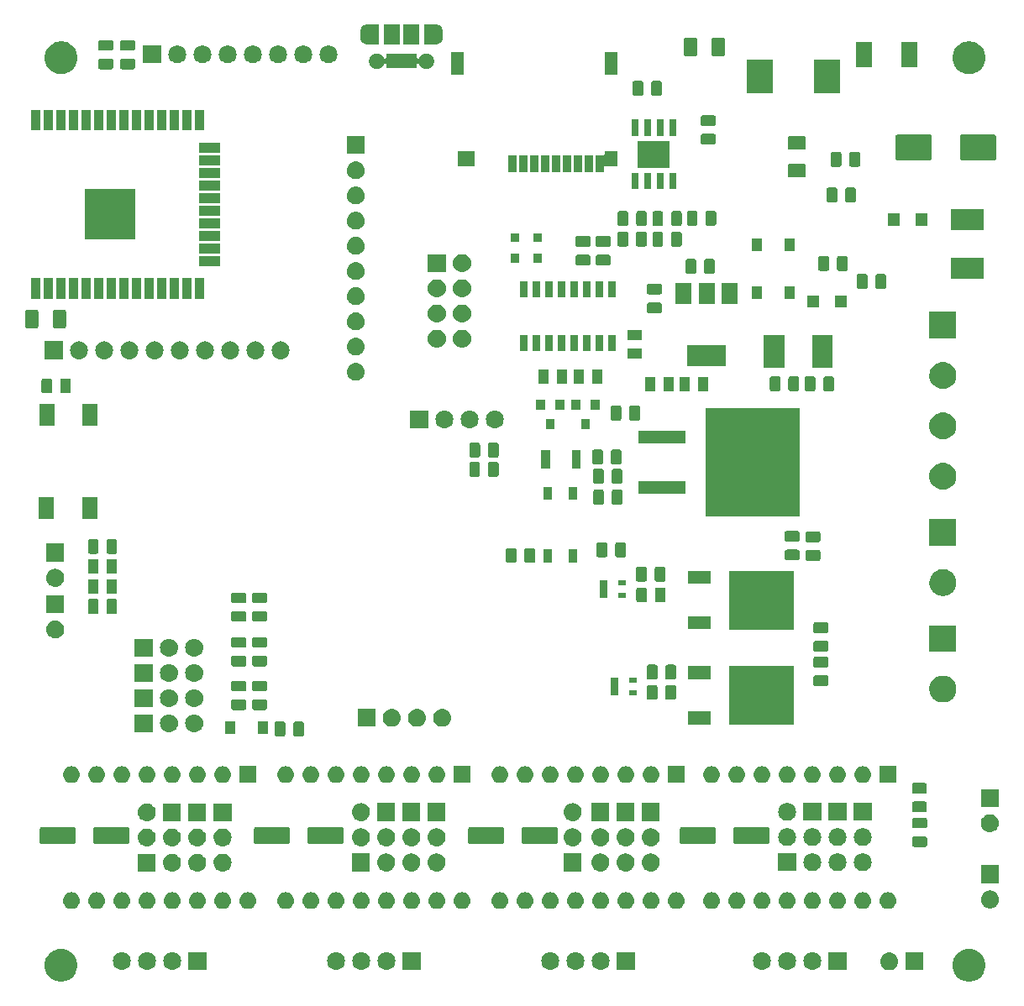
<source format=gts>
G04 #@! TF.GenerationSoftware,KiCad,Pcbnew,5.0.2-bee76a0~70~ubuntu18.04.1*
G04 #@! TF.CreationDate,2019-02-18T17:05:05+09:00*
G04 #@! TF.ProjectId,MRR_ESPA,4d52525f-4553-4504-912e-6b696361645f,v0.9*
G04 #@! TF.SameCoordinates,Original*
G04 #@! TF.FileFunction,Soldermask,Top*
G04 #@! TF.FilePolarity,Negative*
%FSLAX46Y46*%
G04 Gerber Fmt 4.6, Leading zero omitted, Abs format (unit mm)*
G04 Created by KiCad (PCBNEW 5.0.2-bee76a0~70~ubuntu18.04.1) date Mon 18 Feb 2019 05:05:05 PM JST*
%MOMM*%
%LPD*%
G01*
G04 APERTURE LIST*
%ADD10C,0.100000*%
G04 APERTURE END LIST*
D10*
G36*
X140875256Y-130891298D02*
X140981579Y-130912447D01*
X141282042Y-131036903D01*
X141494705Y-131179000D01*
X141552454Y-131217587D01*
X141782413Y-131447546D01*
X141782415Y-131447549D01*
X141882283Y-131597011D01*
X141963098Y-131717960D01*
X141969549Y-131733534D01*
X142048184Y-131923375D01*
X142087553Y-132018422D01*
X142151000Y-132337389D01*
X142151000Y-132662611D01*
X142135569Y-132740185D01*
X142087553Y-132981579D01*
X141999550Y-133194037D01*
X141963098Y-133282040D01*
X141782413Y-133552454D01*
X141552454Y-133782413D01*
X141552451Y-133782415D01*
X141282042Y-133963097D01*
X140981579Y-134087553D01*
X140875256Y-134108702D01*
X140662611Y-134151000D01*
X140337389Y-134151000D01*
X140124744Y-134108702D01*
X140018421Y-134087553D01*
X139717958Y-133963097D01*
X139447549Y-133782415D01*
X139447546Y-133782413D01*
X139217587Y-133552454D01*
X139036902Y-133282040D01*
X139000450Y-133194037D01*
X138912447Y-132981579D01*
X138864431Y-132740185D01*
X138849000Y-132662611D01*
X138849000Y-132337389D01*
X138912447Y-132018422D01*
X138951817Y-131923375D01*
X139030451Y-131733534D01*
X139036902Y-131717960D01*
X139117718Y-131597011D01*
X139217585Y-131447549D01*
X139217587Y-131447546D01*
X139447546Y-131217587D01*
X139505295Y-131179000D01*
X139717958Y-131036903D01*
X140018421Y-130912447D01*
X140124744Y-130891298D01*
X140337389Y-130849000D01*
X140662611Y-130849000D01*
X140875256Y-130891298D01*
X140875256Y-130891298D01*
G37*
G36*
X49375256Y-130891298D02*
X49481579Y-130912447D01*
X49782042Y-131036903D01*
X49994705Y-131179000D01*
X50052454Y-131217587D01*
X50282413Y-131447546D01*
X50282415Y-131447549D01*
X50382283Y-131597011D01*
X50463098Y-131717960D01*
X50469549Y-131733534D01*
X50548184Y-131923375D01*
X50587553Y-132018422D01*
X50651000Y-132337389D01*
X50651000Y-132662611D01*
X50635569Y-132740185D01*
X50587553Y-132981579D01*
X50499550Y-133194037D01*
X50463098Y-133282040D01*
X50282413Y-133552454D01*
X50052454Y-133782413D01*
X50052451Y-133782415D01*
X49782042Y-133963097D01*
X49481579Y-134087553D01*
X49375256Y-134108702D01*
X49162611Y-134151000D01*
X48837389Y-134151000D01*
X48624744Y-134108702D01*
X48518421Y-134087553D01*
X48217958Y-133963097D01*
X47947549Y-133782415D01*
X47947546Y-133782413D01*
X47717587Y-133552454D01*
X47536902Y-133282040D01*
X47500450Y-133194037D01*
X47412447Y-132981579D01*
X47364431Y-132740185D01*
X47349000Y-132662611D01*
X47349000Y-132337389D01*
X47412447Y-132018422D01*
X47451817Y-131923375D01*
X47530451Y-131733534D01*
X47536902Y-131717960D01*
X47617718Y-131597011D01*
X47717585Y-131447549D01*
X47717587Y-131447546D01*
X47947546Y-131217587D01*
X48005295Y-131179000D01*
X48217958Y-131036903D01*
X48518421Y-130912447D01*
X48624744Y-130891298D01*
X48837389Y-130849000D01*
X49162611Y-130849000D01*
X49375256Y-130891298D01*
X49375256Y-130891298D01*
G37*
G36*
X135901000Y-133001000D02*
X134099000Y-133001000D01*
X134099000Y-131199000D01*
X135901000Y-131199000D01*
X135901000Y-133001000D01*
X135901000Y-133001000D01*
G37*
G36*
X132570443Y-131205519D02*
X132636627Y-131212037D01*
X132740535Y-131243557D01*
X132806467Y-131263557D01*
X132925572Y-131327221D01*
X132962991Y-131347222D01*
X132998729Y-131376552D01*
X133100186Y-131459814D01*
X133183448Y-131561271D01*
X133212778Y-131597009D01*
X133212779Y-131597011D01*
X133296443Y-131753533D01*
X133296443Y-131753534D01*
X133347963Y-131923373D01*
X133365359Y-132100000D01*
X133347963Y-132276627D01*
X133329531Y-132337389D01*
X133296443Y-132446467D01*
X133223469Y-132582989D01*
X133212778Y-132602991D01*
X133183448Y-132638729D01*
X133100186Y-132740186D01*
X132998729Y-132823448D01*
X132962991Y-132852778D01*
X132962989Y-132852779D01*
X132806467Y-132936443D01*
X132749853Y-132953616D01*
X132636627Y-132987963D01*
X132570443Y-132994481D01*
X132504260Y-133001000D01*
X132415740Y-133001000D01*
X132349557Y-132994481D01*
X132283373Y-132987963D01*
X132170147Y-132953616D01*
X132113533Y-132936443D01*
X131957011Y-132852779D01*
X131957009Y-132852778D01*
X131921271Y-132823448D01*
X131819814Y-132740186D01*
X131736552Y-132638729D01*
X131707222Y-132602991D01*
X131696531Y-132582989D01*
X131623557Y-132446467D01*
X131590469Y-132337389D01*
X131572037Y-132276627D01*
X131554641Y-132100000D01*
X131572037Y-131923373D01*
X131623557Y-131753534D01*
X131623557Y-131753533D01*
X131707221Y-131597011D01*
X131707222Y-131597009D01*
X131736552Y-131561271D01*
X131819814Y-131459814D01*
X131921271Y-131376552D01*
X131957009Y-131347222D01*
X131994428Y-131327221D01*
X132113533Y-131263557D01*
X132179465Y-131243557D01*
X132283373Y-131212037D01*
X132349557Y-131205519D01*
X132415740Y-131199000D01*
X132504260Y-131199000D01*
X132570443Y-131205519D01*
X132570443Y-131205519D01*
G37*
G36*
X55228442Y-131185518D02*
X55294627Y-131192037D01*
X55378854Y-131217587D01*
X55464467Y-131243557D01*
X55603087Y-131317652D01*
X55620991Y-131327222D01*
X55645361Y-131347222D01*
X55758186Y-131439814D01*
X55841448Y-131541271D01*
X55870778Y-131577009D01*
X55870779Y-131577011D01*
X55954443Y-131733533D01*
X55954443Y-131733534D01*
X56005963Y-131903373D01*
X56023359Y-132080000D01*
X56005963Y-132256627D01*
X55971616Y-132369853D01*
X55954443Y-132426467D01*
X55880348Y-132565087D01*
X55870778Y-132582991D01*
X55854366Y-132602989D01*
X55758186Y-132720186D01*
X55656729Y-132803448D01*
X55620991Y-132832778D01*
X55620989Y-132832779D01*
X55464467Y-132916443D01*
X55407853Y-132933616D01*
X55294627Y-132967963D01*
X55228443Y-132974481D01*
X55162260Y-132981000D01*
X55073740Y-132981000D01*
X55007557Y-132974481D01*
X54941373Y-132967963D01*
X54828147Y-132933616D01*
X54771533Y-132916443D01*
X54615011Y-132832779D01*
X54615009Y-132832778D01*
X54579271Y-132803448D01*
X54477814Y-132720186D01*
X54381634Y-132602989D01*
X54365222Y-132582991D01*
X54355652Y-132565087D01*
X54281557Y-132426467D01*
X54264384Y-132369853D01*
X54230037Y-132256627D01*
X54212641Y-132080000D01*
X54230037Y-131903373D01*
X54281557Y-131733534D01*
X54281557Y-131733533D01*
X54365221Y-131577011D01*
X54365222Y-131577009D01*
X54394552Y-131541271D01*
X54477814Y-131439814D01*
X54590639Y-131347222D01*
X54615009Y-131327222D01*
X54632913Y-131317652D01*
X54771533Y-131243557D01*
X54857146Y-131217587D01*
X54941373Y-131192037D01*
X55007558Y-131185518D01*
X55073740Y-131179000D01*
X55162260Y-131179000D01*
X55228442Y-131185518D01*
X55228442Y-131185518D01*
G37*
G36*
X57768442Y-131185518D02*
X57834627Y-131192037D01*
X57918854Y-131217587D01*
X58004467Y-131243557D01*
X58143087Y-131317652D01*
X58160991Y-131327222D01*
X58185361Y-131347222D01*
X58298186Y-131439814D01*
X58381448Y-131541271D01*
X58410778Y-131577009D01*
X58410779Y-131577011D01*
X58494443Y-131733533D01*
X58494443Y-131733534D01*
X58545963Y-131903373D01*
X58563359Y-132080000D01*
X58545963Y-132256627D01*
X58511616Y-132369853D01*
X58494443Y-132426467D01*
X58420348Y-132565087D01*
X58410778Y-132582991D01*
X58394366Y-132602989D01*
X58298186Y-132720186D01*
X58196729Y-132803448D01*
X58160991Y-132832778D01*
X58160989Y-132832779D01*
X58004467Y-132916443D01*
X57947853Y-132933616D01*
X57834627Y-132967963D01*
X57768443Y-132974481D01*
X57702260Y-132981000D01*
X57613740Y-132981000D01*
X57547557Y-132974481D01*
X57481373Y-132967963D01*
X57368147Y-132933616D01*
X57311533Y-132916443D01*
X57155011Y-132832779D01*
X57155009Y-132832778D01*
X57119271Y-132803448D01*
X57017814Y-132720186D01*
X56921634Y-132602989D01*
X56905222Y-132582991D01*
X56895652Y-132565087D01*
X56821557Y-132426467D01*
X56804384Y-132369853D01*
X56770037Y-132256627D01*
X56752641Y-132080000D01*
X56770037Y-131903373D01*
X56821557Y-131733534D01*
X56821557Y-131733533D01*
X56905221Y-131577011D01*
X56905222Y-131577009D01*
X56934552Y-131541271D01*
X57017814Y-131439814D01*
X57130639Y-131347222D01*
X57155009Y-131327222D01*
X57172913Y-131317652D01*
X57311533Y-131243557D01*
X57397146Y-131217587D01*
X57481373Y-131192037D01*
X57547558Y-131185518D01*
X57613740Y-131179000D01*
X57702260Y-131179000D01*
X57768442Y-131185518D01*
X57768442Y-131185518D01*
G37*
G36*
X60308442Y-131185518D02*
X60374627Y-131192037D01*
X60458854Y-131217587D01*
X60544467Y-131243557D01*
X60683087Y-131317652D01*
X60700991Y-131327222D01*
X60725361Y-131347222D01*
X60838186Y-131439814D01*
X60921448Y-131541271D01*
X60950778Y-131577009D01*
X60950779Y-131577011D01*
X61034443Y-131733533D01*
X61034443Y-131733534D01*
X61085963Y-131903373D01*
X61103359Y-132080000D01*
X61085963Y-132256627D01*
X61051616Y-132369853D01*
X61034443Y-132426467D01*
X60960348Y-132565087D01*
X60950778Y-132582991D01*
X60934366Y-132602989D01*
X60838186Y-132720186D01*
X60736729Y-132803448D01*
X60700991Y-132832778D01*
X60700989Y-132832779D01*
X60544467Y-132916443D01*
X60487853Y-132933616D01*
X60374627Y-132967963D01*
X60308443Y-132974481D01*
X60242260Y-132981000D01*
X60153740Y-132981000D01*
X60087557Y-132974481D01*
X60021373Y-132967963D01*
X59908147Y-132933616D01*
X59851533Y-132916443D01*
X59695011Y-132832779D01*
X59695009Y-132832778D01*
X59659271Y-132803448D01*
X59557814Y-132720186D01*
X59461634Y-132602989D01*
X59445222Y-132582991D01*
X59435652Y-132565087D01*
X59361557Y-132426467D01*
X59344384Y-132369853D01*
X59310037Y-132256627D01*
X59292641Y-132080000D01*
X59310037Y-131903373D01*
X59361557Y-131733534D01*
X59361557Y-131733533D01*
X59445221Y-131577011D01*
X59445222Y-131577009D01*
X59474552Y-131541271D01*
X59557814Y-131439814D01*
X59670639Y-131347222D01*
X59695009Y-131327222D01*
X59712913Y-131317652D01*
X59851533Y-131243557D01*
X59937146Y-131217587D01*
X60021373Y-131192037D01*
X60087558Y-131185518D01*
X60153740Y-131179000D01*
X60242260Y-131179000D01*
X60308442Y-131185518D01*
X60308442Y-131185518D01*
G37*
G36*
X63639000Y-132981000D02*
X61837000Y-132981000D01*
X61837000Y-131179000D01*
X63639000Y-131179000D01*
X63639000Y-132981000D01*
X63639000Y-132981000D01*
G37*
G36*
X98408442Y-131185518D02*
X98474627Y-131192037D01*
X98558854Y-131217587D01*
X98644467Y-131243557D01*
X98783087Y-131317652D01*
X98800991Y-131327222D01*
X98825361Y-131347222D01*
X98938186Y-131439814D01*
X99021448Y-131541271D01*
X99050778Y-131577009D01*
X99050779Y-131577011D01*
X99134443Y-131733533D01*
X99134443Y-131733534D01*
X99185963Y-131903373D01*
X99203359Y-132080000D01*
X99185963Y-132256627D01*
X99151616Y-132369853D01*
X99134443Y-132426467D01*
X99060348Y-132565087D01*
X99050778Y-132582991D01*
X99034366Y-132602989D01*
X98938186Y-132720186D01*
X98836729Y-132803448D01*
X98800991Y-132832778D01*
X98800989Y-132832779D01*
X98644467Y-132916443D01*
X98587853Y-132933616D01*
X98474627Y-132967963D01*
X98408443Y-132974481D01*
X98342260Y-132981000D01*
X98253740Y-132981000D01*
X98187557Y-132974481D01*
X98121373Y-132967963D01*
X98008147Y-132933616D01*
X97951533Y-132916443D01*
X97795011Y-132832779D01*
X97795009Y-132832778D01*
X97759271Y-132803448D01*
X97657814Y-132720186D01*
X97561634Y-132602989D01*
X97545222Y-132582991D01*
X97535652Y-132565087D01*
X97461557Y-132426467D01*
X97444384Y-132369853D01*
X97410037Y-132256627D01*
X97392641Y-132080000D01*
X97410037Y-131903373D01*
X97461557Y-131733534D01*
X97461557Y-131733533D01*
X97545221Y-131577011D01*
X97545222Y-131577009D01*
X97574552Y-131541271D01*
X97657814Y-131439814D01*
X97770639Y-131347222D01*
X97795009Y-131327222D01*
X97812913Y-131317652D01*
X97951533Y-131243557D01*
X98037146Y-131217587D01*
X98121373Y-131192037D01*
X98187558Y-131185518D01*
X98253740Y-131179000D01*
X98342260Y-131179000D01*
X98408442Y-131185518D01*
X98408442Y-131185518D01*
G37*
G36*
X103488442Y-131185518D02*
X103554627Y-131192037D01*
X103638854Y-131217587D01*
X103724467Y-131243557D01*
X103863087Y-131317652D01*
X103880991Y-131327222D01*
X103905361Y-131347222D01*
X104018186Y-131439814D01*
X104101448Y-131541271D01*
X104130778Y-131577009D01*
X104130779Y-131577011D01*
X104214443Y-131733533D01*
X104214443Y-131733534D01*
X104265963Y-131903373D01*
X104283359Y-132080000D01*
X104265963Y-132256627D01*
X104231616Y-132369853D01*
X104214443Y-132426467D01*
X104140348Y-132565087D01*
X104130778Y-132582991D01*
X104114366Y-132602989D01*
X104018186Y-132720186D01*
X103916729Y-132803448D01*
X103880991Y-132832778D01*
X103880989Y-132832779D01*
X103724467Y-132916443D01*
X103667853Y-132933616D01*
X103554627Y-132967963D01*
X103488443Y-132974481D01*
X103422260Y-132981000D01*
X103333740Y-132981000D01*
X103267557Y-132974481D01*
X103201373Y-132967963D01*
X103088147Y-132933616D01*
X103031533Y-132916443D01*
X102875011Y-132832779D01*
X102875009Y-132832778D01*
X102839271Y-132803448D01*
X102737814Y-132720186D01*
X102641634Y-132602989D01*
X102625222Y-132582991D01*
X102615652Y-132565087D01*
X102541557Y-132426467D01*
X102524384Y-132369853D01*
X102490037Y-132256627D01*
X102472641Y-132080000D01*
X102490037Y-131903373D01*
X102541557Y-131733534D01*
X102541557Y-131733533D01*
X102625221Y-131577011D01*
X102625222Y-131577009D01*
X102654552Y-131541271D01*
X102737814Y-131439814D01*
X102850639Y-131347222D01*
X102875009Y-131327222D01*
X102892913Y-131317652D01*
X103031533Y-131243557D01*
X103117146Y-131217587D01*
X103201373Y-131192037D01*
X103267558Y-131185518D01*
X103333740Y-131179000D01*
X103422260Y-131179000D01*
X103488442Y-131185518D01*
X103488442Y-131185518D01*
G37*
G36*
X106819000Y-132981000D02*
X105017000Y-132981000D01*
X105017000Y-131179000D01*
X106819000Y-131179000D01*
X106819000Y-132981000D01*
X106819000Y-132981000D01*
G37*
G36*
X76818442Y-131185518D02*
X76884627Y-131192037D01*
X76968854Y-131217587D01*
X77054467Y-131243557D01*
X77193087Y-131317652D01*
X77210991Y-131327222D01*
X77235361Y-131347222D01*
X77348186Y-131439814D01*
X77431448Y-131541271D01*
X77460778Y-131577009D01*
X77460779Y-131577011D01*
X77544443Y-131733533D01*
X77544443Y-131733534D01*
X77595963Y-131903373D01*
X77613359Y-132080000D01*
X77595963Y-132256627D01*
X77561616Y-132369853D01*
X77544443Y-132426467D01*
X77470348Y-132565087D01*
X77460778Y-132582991D01*
X77444366Y-132602989D01*
X77348186Y-132720186D01*
X77246729Y-132803448D01*
X77210991Y-132832778D01*
X77210989Y-132832779D01*
X77054467Y-132916443D01*
X76997853Y-132933616D01*
X76884627Y-132967963D01*
X76818443Y-132974481D01*
X76752260Y-132981000D01*
X76663740Y-132981000D01*
X76597557Y-132974481D01*
X76531373Y-132967963D01*
X76418147Y-132933616D01*
X76361533Y-132916443D01*
X76205011Y-132832779D01*
X76205009Y-132832778D01*
X76169271Y-132803448D01*
X76067814Y-132720186D01*
X75971634Y-132602989D01*
X75955222Y-132582991D01*
X75945652Y-132565087D01*
X75871557Y-132426467D01*
X75854384Y-132369853D01*
X75820037Y-132256627D01*
X75802641Y-132080000D01*
X75820037Y-131903373D01*
X75871557Y-131733534D01*
X75871557Y-131733533D01*
X75955221Y-131577011D01*
X75955222Y-131577009D01*
X75984552Y-131541271D01*
X76067814Y-131439814D01*
X76180639Y-131347222D01*
X76205009Y-131327222D01*
X76222913Y-131317652D01*
X76361533Y-131243557D01*
X76447146Y-131217587D01*
X76531373Y-131192037D01*
X76597558Y-131185518D01*
X76663740Y-131179000D01*
X76752260Y-131179000D01*
X76818442Y-131185518D01*
X76818442Y-131185518D01*
G37*
G36*
X81898442Y-131185518D02*
X81964627Y-131192037D01*
X82048854Y-131217587D01*
X82134467Y-131243557D01*
X82273087Y-131317652D01*
X82290991Y-131327222D01*
X82315361Y-131347222D01*
X82428186Y-131439814D01*
X82511448Y-131541271D01*
X82540778Y-131577009D01*
X82540779Y-131577011D01*
X82624443Y-131733533D01*
X82624443Y-131733534D01*
X82675963Y-131903373D01*
X82693359Y-132080000D01*
X82675963Y-132256627D01*
X82641616Y-132369853D01*
X82624443Y-132426467D01*
X82550348Y-132565087D01*
X82540778Y-132582991D01*
X82524366Y-132602989D01*
X82428186Y-132720186D01*
X82326729Y-132803448D01*
X82290991Y-132832778D01*
X82290989Y-132832779D01*
X82134467Y-132916443D01*
X82077853Y-132933616D01*
X81964627Y-132967963D01*
X81898443Y-132974481D01*
X81832260Y-132981000D01*
X81743740Y-132981000D01*
X81677557Y-132974481D01*
X81611373Y-132967963D01*
X81498147Y-132933616D01*
X81441533Y-132916443D01*
X81285011Y-132832779D01*
X81285009Y-132832778D01*
X81249271Y-132803448D01*
X81147814Y-132720186D01*
X81051634Y-132602989D01*
X81035222Y-132582991D01*
X81025652Y-132565087D01*
X80951557Y-132426467D01*
X80934384Y-132369853D01*
X80900037Y-132256627D01*
X80882641Y-132080000D01*
X80900037Y-131903373D01*
X80951557Y-131733534D01*
X80951557Y-131733533D01*
X81035221Y-131577011D01*
X81035222Y-131577009D01*
X81064552Y-131541271D01*
X81147814Y-131439814D01*
X81260639Y-131347222D01*
X81285009Y-131327222D01*
X81302913Y-131317652D01*
X81441533Y-131243557D01*
X81527146Y-131217587D01*
X81611373Y-131192037D01*
X81677558Y-131185518D01*
X81743740Y-131179000D01*
X81832260Y-131179000D01*
X81898442Y-131185518D01*
X81898442Y-131185518D01*
G37*
G36*
X85229000Y-132981000D02*
X83427000Y-132981000D01*
X83427000Y-131179000D01*
X85229000Y-131179000D01*
X85229000Y-132981000D01*
X85229000Y-132981000D01*
G37*
G36*
X119744442Y-131185518D02*
X119810627Y-131192037D01*
X119894854Y-131217587D01*
X119980467Y-131243557D01*
X120119087Y-131317652D01*
X120136991Y-131327222D01*
X120161361Y-131347222D01*
X120274186Y-131439814D01*
X120357448Y-131541271D01*
X120386778Y-131577009D01*
X120386779Y-131577011D01*
X120470443Y-131733533D01*
X120470443Y-131733534D01*
X120521963Y-131903373D01*
X120539359Y-132080000D01*
X120521963Y-132256627D01*
X120487616Y-132369853D01*
X120470443Y-132426467D01*
X120396348Y-132565087D01*
X120386778Y-132582991D01*
X120370366Y-132602989D01*
X120274186Y-132720186D01*
X120172729Y-132803448D01*
X120136991Y-132832778D01*
X120136989Y-132832779D01*
X119980467Y-132916443D01*
X119923853Y-132933616D01*
X119810627Y-132967963D01*
X119744443Y-132974481D01*
X119678260Y-132981000D01*
X119589740Y-132981000D01*
X119523557Y-132974481D01*
X119457373Y-132967963D01*
X119344147Y-132933616D01*
X119287533Y-132916443D01*
X119131011Y-132832779D01*
X119131009Y-132832778D01*
X119095271Y-132803448D01*
X118993814Y-132720186D01*
X118897634Y-132602989D01*
X118881222Y-132582991D01*
X118871652Y-132565087D01*
X118797557Y-132426467D01*
X118780384Y-132369853D01*
X118746037Y-132256627D01*
X118728641Y-132080000D01*
X118746037Y-131903373D01*
X118797557Y-131733534D01*
X118797557Y-131733533D01*
X118881221Y-131577011D01*
X118881222Y-131577009D01*
X118910552Y-131541271D01*
X118993814Y-131439814D01*
X119106639Y-131347222D01*
X119131009Y-131327222D01*
X119148913Y-131317652D01*
X119287533Y-131243557D01*
X119373146Y-131217587D01*
X119457373Y-131192037D01*
X119523558Y-131185518D01*
X119589740Y-131179000D01*
X119678260Y-131179000D01*
X119744442Y-131185518D01*
X119744442Y-131185518D01*
G37*
G36*
X122284442Y-131185518D02*
X122350627Y-131192037D01*
X122434854Y-131217587D01*
X122520467Y-131243557D01*
X122659087Y-131317652D01*
X122676991Y-131327222D01*
X122701361Y-131347222D01*
X122814186Y-131439814D01*
X122897448Y-131541271D01*
X122926778Y-131577009D01*
X122926779Y-131577011D01*
X123010443Y-131733533D01*
X123010443Y-131733534D01*
X123061963Y-131903373D01*
X123079359Y-132080000D01*
X123061963Y-132256627D01*
X123027616Y-132369853D01*
X123010443Y-132426467D01*
X122936348Y-132565087D01*
X122926778Y-132582991D01*
X122910366Y-132602989D01*
X122814186Y-132720186D01*
X122712729Y-132803448D01*
X122676991Y-132832778D01*
X122676989Y-132832779D01*
X122520467Y-132916443D01*
X122463853Y-132933616D01*
X122350627Y-132967963D01*
X122284443Y-132974481D01*
X122218260Y-132981000D01*
X122129740Y-132981000D01*
X122063557Y-132974481D01*
X121997373Y-132967963D01*
X121884147Y-132933616D01*
X121827533Y-132916443D01*
X121671011Y-132832779D01*
X121671009Y-132832778D01*
X121635271Y-132803448D01*
X121533814Y-132720186D01*
X121437634Y-132602989D01*
X121421222Y-132582991D01*
X121411652Y-132565087D01*
X121337557Y-132426467D01*
X121320384Y-132369853D01*
X121286037Y-132256627D01*
X121268641Y-132080000D01*
X121286037Y-131903373D01*
X121337557Y-131733534D01*
X121337557Y-131733533D01*
X121421221Y-131577011D01*
X121421222Y-131577009D01*
X121450552Y-131541271D01*
X121533814Y-131439814D01*
X121646639Y-131347222D01*
X121671009Y-131327222D01*
X121688913Y-131317652D01*
X121827533Y-131243557D01*
X121913146Y-131217587D01*
X121997373Y-131192037D01*
X122063558Y-131185518D01*
X122129740Y-131179000D01*
X122218260Y-131179000D01*
X122284442Y-131185518D01*
X122284442Y-131185518D01*
G37*
G36*
X124824442Y-131185518D02*
X124890627Y-131192037D01*
X124974854Y-131217587D01*
X125060467Y-131243557D01*
X125199087Y-131317652D01*
X125216991Y-131327222D01*
X125241361Y-131347222D01*
X125354186Y-131439814D01*
X125437448Y-131541271D01*
X125466778Y-131577009D01*
X125466779Y-131577011D01*
X125550443Y-131733533D01*
X125550443Y-131733534D01*
X125601963Y-131903373D01*
X125619359Y-132080000D01*
X125601963Y-132256627D01*
X125567616Y-132369853D01*
X125550443Y-132426467D01*
X125476348Y-132565087D01*
X125466778Y-132582991D01*
X125450366Y-132602989D01*
X125354186Y-132720186D01*
X125252729Y-132803448D01*
X125216991Y-132832778D01*
X125216989Y-132832779D01*
X125060467Y-132916443D01*
X125003853Y-132933616D01*
X124890627Y-132967963D01*
X124824443Y-132974481D01*
X124758260Y-132981000D01*
X124669740Y-132981000D01*
X124603557Y-132974481D01*
X124537373Y-132967963D01*
X124424147Y-132933616D01*
X124367533Y-132916443D01*
X124211011Y-132832779D01*
X124211009Y-132832778D01*
X124175271Y-132803448D01*
X124073814Y-132720186D01*
X123977634Y-132602989D01*
X123961222Y-132582991D01*
X123951652Y-132565087D01*
X123877557Y-132426467D01*
X123860384Y-132369853D01*
X123826037Y-132256627D01*
X123808641Y-132080000D01*
X123826037Y-131903373D01*
X123877557Y-131733534D01*
X123877557Y-131733533D01*
X123961221Y-131577011D01*
X123961222Y-131577009D01*
X123990552Y-131541271D01*
X124073814Y-131439814D01*
X124186639Y-131347222D01*
X124211009Y-131327222D01*
X124228913Y-131317652D01*
X124367533Y-131243557D01*
X124453146Y-131217587D01*
X124537373Y-131192037D01*
X124603558Y-131185518D01*
X124669740Y-131179000D01*
X124758260Y-131179000D01*
X124824442Y-131185518D01*
X124824442Y-131185518D01*
G37*
G36*
X128155000Y-132981000D02*
X126353000Y-132981000D01*
X126353000Y-131179000D01*
X128155000Y-131179000D01*
X128155000Y-132981000D01*
X128155000Y-132981000D01*
G37*
G36*
X79358442Y-131185518D02*
X79424627Y-131192037D01*
X79508854Y-131217587D01*
X79594467Y-131243557D01*
X79733087Y-131317652D01*
X79750991Y-131327222D01*
X79775361Y-131347222D01*
X79888186Y-131439814D01*
X79971448Y-131541271D01*
X80000778Y-131577009D01*
X80000779Y-131577011D01*
X80084443Y-131733533D01*
X80084443Y-131733534D01*
X80135963Y-131903373D01*
X80153359Y-132080000D01*
X80135963Y-132256627D01*
X80101616Y-132369853D01*
X80084443Y-132426467D01*
X80010348Y-132565087D01*
X80000778Y-132582991D01*
X79984366Y-132602989D01*
X79888186Y-132720186D01*
X79786729Y-132803448D01*
X79750991Y-132832778D01*
X79750989Y-132832779D01*
X79594467Y-132916443D01*
X79537853Y-132933616D01*
X79424627Y-132967963D01*
X79358443Y-132974481D01*
X79292260Y-132981000D01*
X79203740Y-132981000D01*
X79137557Y-132974481D01*
X79071373Y-132967963D01*
X78958147Y-132933616D01*
X78901533Y-132916443D01*
X78745011Y-132832779D01*
X78745009Y-132832778D01*
X78709271Y-132803448D01*
X78607814Y-132720186D01*
X78511634Y-132602989D01*
X78495222Y-132582991D01*
X78485652Y-132565087D01*
X78411557Y-132426467D01*
X78394384Y-132369853D01*
X78360037Y-132256627D01*
X78342641Y-132080000D01*
X78360037Y-131903373D01*
X78411557Y-131733534D01*
X78411557Y-131733533D01*
X78495221Y-131577011D01*
X78495222Y-131577009D01*
X78524552Y-131541271D01*
X78607814Y-131439814D01*
X78720639Y-131347222D01*
X78745009Y-131327222D01*
X78762913Y-131317652D01*
X78901533Y-131243557D01*
X78987146Y-131217587D01*
X79071373Y-131192037D01*
X79137558Y-131185518D01*
X79203740Y-131179000D01*
X79292260Y-131179000D01*
X79358442Y-131185518D01*
X79358442Y-131185518D01*
G37*
G36*
X100948442Y-131185518D02*
X101014627Y-131192037D01*
X101098854Y-131217587D01*
X101184467Y-131243557D01*
X101323087Y-131317652D01*
X101340991Y-131327222D01*
X101365361Y-131347222D01*
X101478186Y-131439814D01*
X101561448Y-131541271D01*
X101590778Y-131577009D01*
X101590779Y-131577011D01*
X101674443Y-131733533D01*
X101674443Y-131733534D01*
X101725963Y-131903373D01*
X101743359Y-132080000D01*
X101725963Y-132256627D01*
X101691616Y-132369853D01*
X101674443Y-132426467D01*
X101600348Y-132565087D01*
X101590778Y-132582991D01*
X101574366Y-132602989D01*
X101478186Y-132720186D01*
X101376729Y-132803448D01*
X101340991Y-132832778D01*
X101340989Y-132832779D01*
X101184467Y-132916443D01*
X101127853Y-132933616D01*
X101014627Y-132967963D01*
X100948443Y-132974481D01*
X100882260Y-132981000D01*
X100793740Y-132981000D01*
X100727557Y-132974481D01*
X100661373Y-132967963D01*
X100548147Y-132933616D01*
X100491533Y-132916443D01*
X100335011Y-132832779D01*
X100335009Y-132832778D01*
X100299271Y-132803448D01*
X100197814Y-132720186D01*
X100101634Y-132602989D01*
X100085222Y-132582991D01*
X100075652Y-132565087D01*
X100001557Y-132426467D01*
X99984384Y-132369853D01*
X99950037Y-132256627D01*
X99932641Y-132080000D01*
X99950037Y-131903373D01*
X100001557Y-131733534D01*
X100001557Y-131733533D01*
X100085221Y-131577011D01*
X100085222Y-131577009D01*
X100114552Y-131541271D01*
X100197814Y-131439814D01*
X100310639Y-131347222D01*
X100335009Y-131327222D01*
X100352913Y-131317652D01*
X100491533Y-131243557D01*
X100577146Y-131217587D01*
X100661373Y-131192037D01*
X100727558Y-131185518D01*
X100793740Y-131179000D01*
X100882260Y-131179000D01*
X100948442Y-131185518D01*
X100948442Y-131185518D01*
G37*
G36*
X103544821Y-125145313D02*
X103544824Y-125145314D01*
X103544825Y-125145314D01*
X103705239Y-125193975D01*
X103705241Y-125193976D01*
X103705244Y-125193977D01*
X103853078Y-125272995D01*
X103982659Y-125379341D01*
X104089005Y-125508922D01*
X104168023Y-125656756D01*
X104216687Y-125817179D01*
X104233117Y-125984000D01*
X104216687Y-126150821D01*
X104216686Y-126150824D01*
X104216686Y-126150825D01*
X104198291Y-126211466D01*
X104168023Y-126311244D01*
X104089005Y-126459078D01*
X103982659Y-126588659D01*
X103853078Y-126695005D01*
X103705244Y-126774023D01*
X103705241Y-126774024D01*
X103705239Y-126774025D01*
X103544825Y-126822686D01*
X103544824Y-126822686D01*
X103544821Y-126822687D01*
X103419804Y-126835000D01*
X103336196Y-126835000D01*
X103211179Y-126822687D01*
X103211176Y-126822686D01*
X103211175Y-126822686D01*
X103050761Y-126774025D01*
X103050759Y-126774024D01*
X103050756Y-126774023D01*
X102902922Y-126695005D01*
X102773341Y-126588659D01*
X102666995Y-126459078D01*
X102587977Y-126311244D01*
X102557710Y-126211466D01*
X102539314Y-126150825D01*
X102539314Y-126150824D01*
X102539313Y-126150821D01*
X102522883Y-125984000D01*
X102539313Y-125817179D01*
X102587977Y-125656756D01*
X102666995Y-125508922D01*
X102773341Y-125379341D01*
X102902922Y-125272995D01*
X103050756Y-125193977D01*
X103050759Y-125193976D01*
X103050761Y-125193975D01*
X103211175Y-125145314D01*
X103211176Y-125145314D01*
X103211179Y-125145313D01*
X103336196Y-125133000D01*
X103419804Y-125133000D01*
X103544821Y-125145313D01*
X103544821Y-125145313D01*
G37*
G36*
X106084821Y-125145313D02*
X106084824Y-125145314D01*
X106084825Y-125145314D01*
X106245239Y-125193975D01*
X106245241Y-125193976D01*
X106245244Y-125193977D01*
X106393078Y-125272995D01*
X106522659Y-125379341D01*
X106629005Y-125508922D01*
X106708023Y-125656756D01*
X106756687Y-125817179D01*
X106773117Y-125984000D01*
X106756687Y-126150821D01*
X106756686Y-126150824D01*
X106756686Y-126150825D01*
X106738291Y-126211466D01*
X106708023Y-126311244D01*
X106629005Y-126459078D01*
X106522659Y-126588659D01*
X106393078Y-126695005D01*
X106245244Y-126774023D01*
X106245241Y-126774024D01*
X106245239Y-126774025D01*
X106084825Y-126822686D01*
X106084824Y-126822686D01*
X106084821Y-126822687D01*
X105959804Y-126835000D01*
X105876196Y-126835000D01*
X105751179Y-126822687D01*
X105751176Y-126822686D01*
X105751175Y-126822686D01*
X105590761Y-126774025D01*
X105590759Y-126774024D01*
X105590756Y-126774023D01*
X105442922Y-126695005D01*
X105313341Y-126588659D01*
X105206995Y-126459078D01*
X105127977Y-126311244D01*
X105097710Y-126211466D01*
X105079314Y-126150825D01*
X105079314Y-126150824D01*
X105079313Y-126150821D01*
X105062883Y-125984000D01*
X105079313Y-125817179D01*
X105127977Y-125656756D01*
X105206995Y-125508922D01*
X105313341Y-125379341D01*
X105442922Y-125272995D01*
X105590756Y-125193977D01*
X105590759Y-125193976D01*
X105590761Y-125193975D01*
X105751175Y-125145314D01*
X105751176Y-125145314D01*
X105751179Y-125145313D01*
X105876196Y-125133000D01*
X105959804Y-125133000D01*
X106084821Y-125145313D01*
X106084821Y-125145313D01*
G37*
G36*
X108624821Y-125145313D02*
X108624824Y-125145314D01*
X108624825Y-125145314D01*
X108785239Y-125193975D01*
X108785241Y-125193976D01*
X108785244Y-125193977D01*
X108933078Y-125272995D01*
X109062659Y-125379341D01*
X109169005Y-125508922D01*
X109248023Y-125656756D01*
X109296687Y-125817179D01*
X109313117Y-125984000D01*
X109296687Y-126150821D01*
X109296686Y-126150824D01*
X109296686Y-126150825D01*
X109278291Y-126211466D01*
X109248023Y-126311244D01*
X109169005Y-126459078D01*
X109062659Y-126588659D01*
X108933078Y-126695005D01*
X108785244Y-126774023D01*
X108785241Y-126774024D01*
X108785239Y-126774025D01*
X108624825Y-126822686D01*
X108624824Y-126822686D01*
X108624821Y-126822687D01*
X108499804Y-126835000D01*
X108416196Y-126835000D01*
X108291179Y-126822687D01*
X108291176Y-126822686D01*
X108291175Y-126822686D01*
X108130761Y-126774025D01*
X108130759Y-126774024D01*
X108130756Y-126774023D01*
X107982922Y-126695005D01*
X107853341Y-126588659D01*
X107746995Y-126459078D01*
X107667977Y-126311244D01*
X107637710Y-126211466D01*
X107619314Y-126150825D01*
X107619314Y-126150824D01*
X107619313Y-126150821D01*
X107602883Y-125984000D01*
X107619313Y-125817179D01*
X107667977Y-125656756D01*
X107746995Y-125508922D01*
X107853341Y-125379341D01*
X107982922Y-125272995D01*
X108130756Y-125193977D01*
X108130759Y-125193976D01*
X108130761Y-125193975D01*
X108291175Y-125145314D01*
X108291176Y-125145314D01*
X108291179Y-125145313D01*
X108416196Y-125133000D01*
X108499804Y-125133000D01*
X108624821Y-125145313D01*
X108624821Y-125145313D01*
G37*
G36*
X111164821Y-125145313D02*
X111164824Y-125145314D01*
X111164825Y-125145314D01*
X111325239Y-125193975D01*
X111325241Y-125193976D01*
X111325244Y-125193977D01*
X111473078Y-125272995D01*
X111602659Y-125379341D01*
X111709005Y-125508922D01*
X111788023Y-125656756D01*
X111836687Y-125817179D01*
X111853117Y-125984000D01*
X111836687Y-126150821D01*
X111836686Y-126150824D01*
X111836686Y-126150825D01*
X111818291Y-126211466D01*
X111788023Y-126311244D01*
X111709005Y-126459078D01*
X111602659Y-126588659D01*
X111473078Y-126695005D01*
X111325244Y-126774023D01*
X111325241Y-126774024D01*
X111325239Y-126774025D01*
X111164825Y-126822686D01*
X111164824Y-126822686D01*
X111164821Y-126822687D01*
X111039804Y-126835000D01*
X110956196Y-126835000D01*
X110831179Y-126822687D01*
X110831176Y-126822686D01*
X110831175Y-126822686D01*
X110670761Y-126774025D01*
X110670759Y-126774024D01*
X110670756Y-126774023D01*
X110522922Y-126695005D01*
X110393341Y-126588659D01*
X110286995Y-126459078D01*
X110207977Y-126311244D01*
X110177710Y-126211466D01*
X110159314Y-126150825D01*
X110159314Y-126150824D01*
X110159313Y-126150821D01*
X110142883Y-125984000D01*
X110159313Y-125817179D01*
X110207977Y-125656756D01*
X110286995Y-125508922D01*
X110393341Y-125379341D01*
X110522922Y-125272995D01*
X110670756Y-125193977D01*
X110670759Y-125193976D01*
X110670761Y-125193975D01*
X110831175Y-125145314D01*
X110831176Y-125145314D01*
X110831179Y-125145313D01*
X110956196Y-125133000D01*
X111039804Y-125133000D01*
X111164821Y-125145313D01*
X111164821Y-125145313D01*
G37*
G36*
X81954821Y-125145313D02*
X81954824Y-125145314D01*
X81954825Y-125145314D01*
X82115239Y-125193975D01*
X82115241Y-125193976D01*
X82115244Y-125193977D01*
X82263078Y-125272995D01*
X82392659Y-125379341D01*
X82499005Y-125508922D01*
X82578023Y-125656756D01*
X82626687Y-125817179D01*
X82643117Y-125984000D01*
X82626687Y-126150821D01*
X82626686Y-126150824D01*
X82626686Y-126150825D01*
X82608291Y-126211466D01*
X82578023Y-126311244D01*
X82499005Y-126459078D01*
X82392659Y-126588659D01*
X82263078Y-126695005D01*
X82115244Y-126774023D01*
X82115241Y-126774024D01*
X82115239Y-126774025D01*
X81954825Y-126822686D01*
X81954824Y-126822686D01*
X81954821Y-126822687D01*
X81829804Y-126835000D01*
X81746196Y-126835000D01*
X81621179Y-126822687D01*
X81621176Y-126822686D01*
X81621175Y-126822686D01*
X81460761Y-126774025D01*
X81460759Y-126774024D01*
X81460756Y-126774023D01*
X81312922Y-126695005D01*
X81183341Y-126588659D01*
X81076995Y-126459078D01*
X80997977Y-126311244D01*
X80967710Y-126211466D01*
X80949314Y-126150825D01*
X80949314Y-126150824D01*
X80949313Y-126150821D01*
X80932883Y-125984000D01*
X80949313Y-125817179D01*
X80997977Y-125656756D01*
X81076995Y-125508922D01*
X81183341Y-125379341D01*
X81312922Y-125272995D01*
X81460756Y-125193977D01*
X81460759Y-125193976D01*
X81460761Y-125193975D01*
X81621175Y-125145314D01*
X81621176Y-125145314D01*
X81621179Y-125145313D01*
X81746196Y-125133000D01*
X81829804Y-125133000D01*
X81954821Y-125145313D01*
X81954821Y-125145313D01*
G37*
G36*
X52744821Y-125145313D02*
X52744824Y-125145314D01*
X52744825Y-125145314D01*
X52905239Y-125193975D01*
X52905241Y-125193976D01*
X52905244Y-125193977D01*
X53053078Y-125272995D01*
X53182659Y-125379341D01*
X53289005Y-125508922D01*
X53368023Y-125656756D01*
X53416687Y-125817179D01*
X53433117Y-125984000D01*
X53416687Y-126150821D01*
X53416686Y-126150824D01*
X53416686Y-126150825D01*
X53398291Y-126211466D01*
X53368023Y-126311244D01*
X53289005Y-126459078D01*
X53182659Y-126588659D01*
X53053078Y-126695005D01*
X52905244Y-126774023D01*
X52905241Y-126774024D01*
X52905239Y-126774025D01*
X52744825Y-126822686D01*
X52744824Y-126822686D01*
X52744821Y-126822687D01*
X52619804Y-126835000D01*
X52536196Y-126835000D01*
X52411179Y-126822687D01*
X52411176Y-126822686D01*
X52411175Y-126822686D01*
X52250761Y-126774025D01*
X52250759Y-126774024D01*
X52250756Y-126774023D01*
X52102922Y-126695005D01*
X51973341Y-126588659D01*
X51866995Y-126459078D01*
X51787977Y-126311244D01*
X51757710Y-126211466D01*
X51739314Y-126150825D01*
X51739314Y-126150824D01*
X51739313Y-126150821D01*
X51722883Y-125984000D01*
X51739313Y-125817179D01*
X51787977Y-125656756D01*
X51866995Y-125508922D01*
X51973341Y-125379341D01*
X52102922Y-125272995D01*
X52250756Y-125193977D01*
X52250759Y-125193976D01*
X52250761Y-125193975D01*
X52411175Y-125145314D01*
X52411176Y-125145314D01*
X52411179Y-125145313D01*
X52536196Y-125133000D01*
X52619804Y-125133000D01*
X52744821Y-125145313D01*
X52744821Y-125145313D01*
G37*
G36*
X55284821Y-125145313D02*
X55284824Y-125145314D01*
X55284825Y-125145314D01*
X55445239Y-125193975D01*
X55445241Y-125193976D01*
X55445244Y-125193977D01*
X55593078Y-125272995D01*
X55722659Y-125379341D01*
X55829005Y-125508922D01*
X55908023Y-125656756D01*
X55956687Y-125817179D01*
X55973117Y-125984000D01*
X55956687Y-126150821D01*
X55956686Y-126150824D01*
X55956686Y-126150825D01*
X55938291Y-126211466D01*
X55908023Y-126311244D01*
X55829005Y-126459078D01*
X55722659Y-126588659D01*
X55593078Y-126695005D01*
X55445244Y-126774023D01*
X55445241Y-126774024D01*
X55445239Y-126774025D01*
X55284825Y-126822686D01*
X55284824Y-126822686D01*
X55284821Y-126822687D01*
X55159804Y-126835000D01*
X55076196Y-126835000D01*
X54951179Y-126822687D01*
X54951176Y-126822686D01*
X54951175Y-126822686D01*
X54790761Y-126774025D01*
X54790759Y-126774024D01*
X54790756Y-126774023D01*
X54642922Y-126695005D01*
X54513341Y-126588659D01*
X54406995Y-126459078D01*
X54327977Y-126311244D01*
X54297710Y-126211466D01*
X54279314Y-126150825D01*
X54279314Y-126150824D01*
X54279313Y-126150821D01*
X54262883Y-125984000D01*
X54279313Y-125817179D01*
X54327977Y-125656756D01*
X54406995Y-125508922D01*
X54513341Y-125379341D01*
X54642922Y-125272995D01*
X54790756Y-125193977D01*
X54790759Y-125193976D01*
X54790761Y-125193975D01*
X54951175Y-125145314D01*
X54951176Y-125145314D01*
X54951179Y-125145313D01*
X55076196Y-125133000D01*
X55159804Y-125133000D01*
X55284821Y-125145313D01*
X55284821Y-125145313D01*
G37*
G36*
X57824821Y-125145313D02*
X57824824Y-125145314D01*
X57824825Y-125145314D01*
X57985239Y-125193975D01*
X57985241Y-125193976D01*
X57985244Y-125193977D01*
X58133078Y-125272995D01*
X58262659Y-125379341D01*
X58369005Y-125508922D01*
X58448023Y-125656756D01*
X58496687Y-125817179D01*
X58513117Y-125984000D01*
X58496687Y-126150821D01*
X58496686Y-126150824D01*
X58496686Y-126150825D01*
X58478291Y-126211466D01*
X58448023Y-126311244D01*
X58369005Y-126459078D01*
X58262659Y-126588659D01*
X58133078Y-126695005D01*
X57985244Y-126774023D01*
X57985241Y-126774024D01*
X57985239Y-126774025D01*
X57824825Y-126822686D01*
X57824824Y-126822686D01*
X57824821Y-126822687D01*
X57699804Y-126835000D01*
X57616196Y-126835000D01*
X57491179Y-126822687D01*
X57491176Y-126822686D01*
X57491175Y-126822686D01*
X57330761Y-126774025D01*
X57330759Y-126774024D01*
X57330756Y-126774023D01*
X57182922Y-126695005D01*
X57053341Y-126588659D01*
X56946995Y-126459078D01*
X56867977Y-126311244D01*
X56837710Y-126211466D01*
X56819314Y-126150825D01*
X56819314Y-126150824D01*
X56819313Y-126150821D01*
X56802883Y-125984000D01*
X56819313Y-125817179D01*
X56867977Y-125656756D01*
X56946995Y-125508922D01*
X57053341Y-125379341D01*
X57182922Y-125272995D01*
X57330756Y-125193977D01*
X57330759Y-125193976D01*
X57330761Y-125193975D01*
X57491175Y-125145314D01*
X57491176Y-125145314D01*
X57491179Y-125145313D01*
X57616196Y-125133000D01*
X57699804Y-125133000D01*
X57824821Y-125145313D01*
X57824821Y-125145313D01*
G37*
G36*
X60364821Y-125145313D02*
X60364824Y-125145314D01*
X60364825Y-125145314D01*
X60525239Y-125193975D01*
X60525241Y-125193976D01*
X60525244Y-125193977D01*
X60673078Y-125272995D01*
X60802659Y-125379341D01*
X60909005Y-125508922D01*
X60988023Y-125656756D01*
X61036687Y-125817179D01*
X61053117Y-125984000D01*
X61036687Y-126150821D01*
X61036686Y-126150824D01*
X61036686Y-126150825D01*
X61018291Y-126211466D01*
X60988023Y-126311244D01*
X60909005Y-126459078D01*
X60802659Y-126588659D01*
X60673078Y-126695005D01*
X60525244Y-126774023D01*
X60525241Y-126774024D01*
X60525239Y-126774025D01*
X60364825Y-126822686D01*
X60364824Y-126822686D01*
X60364821Y-126822687D01*
X60239804Y-126835000D01*
X60156196Y-126835000D01*
X60031179Y-126822687D01*
X60031176Y-126822686D01*
X60031175Y-126822686D01*
X59870761Y-126774025D01*
X59870759Y-126774024D01*
X59870756Y-126774023D01*
X59722922Y-126695005D01*
X59593341Y-126588659D01*
X59486995Y-126459078D01*
X59407977Y-126311244D01*
X59377710Y-126211466D01*
X59359314Y-126150825D01*
X59359314Y-126150824D01*
X59359313Y-126150821D01*
X59342883Y-125984000D01*
X59359313Y-125817179D01*
X59407977Y-125656756D01*
X59486995Y-125508922D01*
X59593341Y-125379341D01*
X59722922Y-125272995D01*
X59870756Y-125193977D01*
X59870759Y-125193976D01*
X59870761Y-125193975D01*
X60031175Y-125145314D01*
X60031176Y-125145314D01*
X60031179Y-125145313D01*
X60156196Y-125133000D01*
X60239804Y-125133000D01*
X60364821Y-125145313D01*
X60364821Y-125145313D01*
G37*
G36*
X62904821Y-125145313D02*
X62904824Y-125145314D01*
X62904825Y-125145314D01*
X63065239Y-125193975D01*
X63065241Y-125193976D01*
X63065244Y-125193977D01*
X63213078Y-125272995D01*
X63342659Y-125379341D01*
X63449005Y-125508922D01*
X63528023Y-125656756D01*
X63576687Y-125817179D01*
X63593117Y-125984000D01*
X63576687Y-126150821D01*
X63576686Y-126150824D01*
X63576686Y-126150825D01*
X63558291Y-126211466D01*
X63528023Y-126311244D01*
X63449005Y-126459078D01*
X63342659Y-126588659D01*
X63213078Y-126695005D01*
X63065244Y-126774023D01*
X63065241Y-126774024D01*
X63065239Y-126774025D01*
X62904825Y-126822686D01*
X62904824Y-126822686D01*
X62904821Y-126822687D01*
X62779804Y-126835000D01*
X62696196Y-126835000D01*
X62571179Y-126822687D01*
X62571176Y-126822686D01*
X62571175Y-126822686D01*
X62410761Y-126774025D01*
X62410759Y-126774024D01*
X62410756Y-126774023D01*
X62262922Y-126695005D01*
X62133341Y-126588659D01*
X62026995Y-126459078D01*
X61947977Y-126311244D01*
X61917710Y-126211466D01*
X61899314Y-126150825D01*
X61899314Y-126150824D01*
X61899313Y-126150821D01*
X61882883Y-125984000D01*
X61899313Y-125817179D01*
X61947977Y-125656756D01*
X62026995Y-125508922D01*
X62133341Y-125379341D01*
X62262922Y-125272995D01*
X62410756Y-125193977D01*
X62410759Y-125193976D01*
X62410761Y-125193975D01*
X62571175Y-125145314D01*
X62571176Y-125145314D01*
X62571179Y-125145313D01*
X62696196Y-125133000D01*
X62779804Y-125133000D01*
X62904821Y-125145313D01*
X62904821Y-125145313D01*
G37*
G36*
X65444821Y-125145313D02*
X65444824Y-125145314D01*
X65444825Y-125145314D01*
X65605239Y-125193975D01*
X65605241Y-125193976D01*
X65605244Y-125193977D01*
X65753078Y-125272995D01*
X65882659Y-125379341D01*
X65989005Y-125508922D01*
X66068023Y-125656756D01*
X66116687Y-125817179D01*
X66133117Y-125984000D01*
X66116687Y-126150821D01*
X66116686Y-126150824D01*
X66116686Y-126150825D01*
X66098291Y-126211466D01*
X66068023Y-126311244D01*
X65989005Y-126459078D01*
X65882659Y-126588659D01*
X65753078Y-126695005D01*
X65605244Y-126774023D01*
X65605241Y-126774024D01*
X65605239Y-126774025D01*
X65444825Y-126822686D01*
X65444824Y-126822686D01*
X65444821Y-126822687D01*
X65319804Y-126835000D01*
X65236196Y-126835000D01*
X65111179Y-126822687D01*
X65111176Y-126822686D01*
X65111175Y-126822686D01*
X64950761Y-126774025D01*
X64950759Y-126774024D01*
X64950756Y-126774023D01*
X64802922Y-126695005D01*
X64673341Y-126588659D01*
X64566995Y-126459078D01*
X64487977Y-126311244D01*
X64457710Y-126211466D01*
X64439314Y-126150825D01*
X64439314Y-126150824D01*
X64439313Y-126150821D01*
X64422883Y-125984000D01*
X64439313Y-125817179D01*
X64487977Y-125656756D01*
X64566995Y-125508922D01*
X64673341Y-125379341D01*
X64802922Y-125272995D01*
X64950756Y-125193977D01*
X64950759Y-125193976D01*
X64950761Y-125193975D01*
X65111175Y-125145314D01*
X65111176Y-125145314D01*
X65111179Y-125145313D01*
X65236196Y-125133000D01*
X65319804Y-125133000D01*
X65444821Y-125145313D01*
X65444821Y-125145313D01*
G37*
G36*
X67984821Y-125145313D02*
X67984824Y-125145314D01*
X67984825Y-125145314D01*
X68145239Y-125193975D01*
X68145241Y-125193976D01*
X68145244Y-125193977D01*
X68293078Y-125272995D01*
X68422659Y-125379341D01*
X68529005Y-125508922D01*
X68608023Y-125656756D01*
X68656687Y-125817179D01*
X68673117Y-125984000D01*
X68656687Y-126150821D01*
X68656686Y-126150824D01*
X68656686Y-126150825D01*
X68638291Y-126211466D01*
X68608023Y-126311244D01*
X68529005Y-126459078D01*
X68422659Y-126588659D01*
X68293078Y-126695005D01*
X68145244Y-126774023D01*
X68145241Y-126774024D01*
X68145239Y-126774025D01*
X67984825Y-126822686D01*
X67984824Y-126822686D01*
X67984821Y-126822687D01*
X67859804Y-126835000D01*
X67776196Y-126835000D01*
X67651179Y-126822687D01*
X67651176Y-126822686D01*
X67651175Y-126822686D01*
X67490761Y-126774025D01*
X67490759Y-126774024D01*
X67490756Y-126774023D01*
X67342922Y-126695005D01*
X67213341Y-126588659D01*
X67106995Y-126459078D01*
X67027977Y-126311244D01*
X66997710Y-126211466D01*
X66979314Y-126150825D01*
X66979314Y-126150824D01*
X66979313Y-126150821D01*
X66962883Y-125984000D01*
X66979313Y-125817179D01*
X67027977Y-125656756D01*
X67106995Y-125508922D01*
X67213341Y-125379341D01*
X67342922Y-125272995D01*
X67490756Y-125193977D01*
X67490759Y-125193976D01*
X67490761Y-125193975D01*
X67651175Y-125145314D01*
X67651176Y-125145314D01*
X67651179Y-125145313D01*
X67776196Y-125133000D01*
X67859804Y-125133000D01*
X67984821Y-125145313D01*
X67984821Y-125145313D01*
G37*
G36*
X79414821Y-125145313D02*
X79414824Y-125145314D01*
X79414825Y-125145314D01*
X79575239Y-125193975D01*
X79575241Y-125193976D01*
X79575244Y-125193977D01*
X79723078Y-125272995D01*
X79852659Y-125379341D01*
X79959005Y-125508922D01*
X80038023Y-125656756D01*
X80086687Y-125817179D01*
X80103117Y-125984000D01*
X80086687Y-126150821D01*
X80086686Y-126150824D01*
X80086686Y-126150825D01*
X80068291Y-126211466D01*
X80038023Y-126311244D01*
X79959005Y-126459078D01*
X79852659Y-126588659D01*
X79723078Y-126695005D01*
X79575244Y-126774023D01*
X79575241Y-126774024D01*
X79575239Y-126774025D01*
X79414825Y-126822686D01*
X79414824Y-126822686D01*
X79414821Y-126822687D01*
X79289804Y-126835000D01*
X79206196Y-126835000D01*
X79081179Y-126822687D01*
X79081176Y-126822686D01*
X79081175Y-126822686D01*
X78920761Y-126774025D01*
X78920759Y-126774024D01*
X78920756Y-126774023D01*
X78772922Y-126695005D01*
X78643341Y-126588659D01*
X78536995Y-126459078D01*
X78457977Y-126311244D01*
X78427710Y-126211466D01*
X78409314Y-126150825D01*
X78409314Y-126150824D01*
X78409313Y-126150821D01*
X78392883Y-125984000D01*
X78409313Y-125817179D01*
X78457977Y-125656756D01*
X78536995Y-125508922D01*
X78643341Y-125379341D01*
X78772922Y-125272995D01*
X78920756Y-125193977D01*
X78920759Y-125193976D01*
X78920761Y-125193975D01*
X79081175Y-125145314D01*
X79081176Y-125145314D01*
X79081179Y-125145313D01*
X79206196Y-125133000D01*
X79289804Y-125133000D01*
X79414821Y-125145313D01*
X79414821Y-125145313D01*
G37*
G36*
X76874821Y-125145313D02*
X76874824Y-125145314D01*
X76874825Y-125145314D01*
X77035239Y-125193975D01*
X77035241Y-125193976D01*
X77035244Y-125193977D01*
X77183078Y-125272995D01*
X77312659Y-125379341D01*
X77419005Y-125508922D01*
X77498023Y-125656756D01*
X77546687Y-125817179D01*
X77563117Y-125984000D01*
X77546687Y-126150821D01*
X77546686Y-126150824D01*
X77546686Y-126150825D01*
X77528291Y-126211466D01*
X77498023Y-126311244D01*
X77419005Y-126459078D01*
X77312659Y-126588659D01*
X77183078Y-126695005D01*
X77035244Y-126774023D01*
X77035241Y-126774024D01*
X77035239Y-126774025D01*
X76874825Y-126822686D01*
X76874824Y-126822686D01*
X76874821Y-126822687D01*
X76749804Y-126835000D01*
X76666196Y-126835000D01*
X76541179Y-126822687D01*
X76541176Y-126822686D01*
X76541175Y-126822686D01*
X76380761Y-126774025D01*
X76380759Y-126774024D01*
X76380756Y-126774023D01*
X76232922Y-126695005D01*
X76103341Y-126588659D01*
X75996995Y-126459078D01*
X75917977Y-126311244D01*
X75887710Y-126211466D01*
X75869314Y-126150825D01*
X75869314Y-126150824D01*
X75869313Y-126150821D01*
X75852883Y-125984000D01*
X75869313Y-125817179D01*
X75917977Y-125656756D01*
X75996995Y-125508922D01*
X76103341Y-125379341D01*
X76232922Y-125272995D01*
X76380756Y-125193977D01*
X76380759Y-125193976D01*
X76380761Y-125193975D01*
X76541175Y-125145314D01*
X76541176Y-125145314D01*
X76541179Y-125145313D01*
X76666196Y-125133000D01*
X76749804Y-125133000D01*
X76874821Y-125145313D01*
X76874821Y-125145313D01*
G37*
G36*
X74334821Y-125145313D02*
X74334824Y-125145314D01*
X74334825Y-125145314D01*
X74495239Y-125193975D01*
X74495241Y-125193976D01*
X74495244Y-125193977D01*
X74643078Y-125272995D01*
X74772659Y-125379341D01*
X74879005Y-125508922D01*
X74958023Y-125656756D01*
X75006687Y-125817179D01*
X75023117Y-125984000D01*
X75006687Y-126150821D01*
X75006686Y-126150824D01*
X75006686Y-126150825D01*
X74988291Y-126211466D01*
X74958023Y-126311244D01*
X74879005Y-126459078D01*
X74772659Y-126588659D01*
X74643078Y-126695005D01*
X74495244Y-126774023D01*
X74495241Y-126774024D01*
X74495239Y-126774025D01*
X74334825Y-126822686D01*
X74334824Y-126822686D01*
X74334821Y-126822687D01*
X74209804Y-126835000D01*
X74126196Y-126835000D01*
X74001179Y-126822687D01*
X74001176Y-126822686D01*
X74001175Y-126822686D01*
X73840761Y-126774025D01*
X73840759Y-126774024D01*
X73840756Y-126774023D01*
X73692922Y-126695005D01*
X73563341Y-126588659D01*
X73456995Y-126459078D01*
X73377977Y-126311244D01*
X73347710Y-126211466D01*
X73329314Y-126150825D01*
X73329314Y-126150824D01*
X73329313Y-126150821D01*
X73312883Y-125984000D01*
X73329313Y-125817179D01*
X73377977Y-125656756D01*
X73456995Y-125508922D01*
X73563341Y-125379341D01*
X73692922Y-125272995D01*
X73840756Y-125193977D01*
X73840759Y-125193976D01*
X73840761Y-125193975D01*
X74001175Y-125145314D01*
X74001176Y-125145314D01*
X74001179Y-125145313D01*
X74126196Y-125133000D01*
X74209804Y-125133000D01*
X74334821Y-125145313D01*
X74334821Y-125145313D01*
G37*
G36*
X98464821Y-125145313D02*
X98464824Y-125145314D01*
X98464825Y-125145314D01*
X98625239Y-125193975D01*
X98625241Y-125193976D01*
X98625244Y-125193977D01*
X98773078Y-125272995D01*
X98902659Y-125379341D01*
X99009005Y-125508922D01*
X99088023Y-125656756D01*
X99136687Y-125817179D01*
X99153117Y-125984000D01*
X99136687Y-126150821D01*
X99136686Y-126150824D01*
X99136686Y-126150825D01*
X99118291Y-126211466D01*
X99088023Y-126311244D01*
X99009005Y-126459078D01*
X98902659Y-126588659D01*
X98773078Y-126695005D01*
X98625244Y-126774023D01*
X98625241Y-126774024D01*
X98625239Y-126774025D01*
X98464825Y-126822686D01*
X98464824Y-126822686D01*
X98464821Y-126822687D01*
X98339804Y-126835000D01*
X98256196Y-126835000D01*
X98131179Y-126822687D01*
X98131176Y-126822686D01*
X98131175Y-126822686D01*
X97970761Y-126774025D01*
X97970759Y-126774024D01*
X97970756Y-126774023D01*
X97822922Y-126695005D01*
X97693341Y-126588659D01*
X97586995Y-126459078D01*
X97507977Y-126311244D01*
X97477710Y-126211466D01*
X97459314Y-126150825D01*
X97459314Y-126150824D01*
X97459313Y-126150821D01*
X97442883Y-125984000D01*
X97459313Y-125817179D01*
X97507977Y-125656756D01*
X97586995Y-125508922D01*
X97693341Y-125379341D01*
X97822922Y-125272995D01*
X97970756Y-125193977D01*
X97970759Y-125193976D01*
X97970761Y-125193975D01*
X98131175Y-125145314D01*
X98131176Y-125145314D01*
X98131179Y-125145313D01*
X98256196Y-125133000D01*
X98339804Y-125133000D01*
X98464821Y-125145313D01*
X98464821Y-125145313D01*
G37*
G36*
X129960821Y-125145313D02*
X129960824Y-125145314D01*
X129960825Y-125145314D01*
X130121239Y-125193975D01*
X130121241Y-125193976D01*
X130121244Y-125193977D01*
X130269078Y-125272995D01*
X130398659Y-125379341D01*
X130505005Y-125508922D01*
X130584023Y-125656756D01*
X130632687Y-125817179D01*
X130649117Y-125984000D01*
X130632687Y-126150821D01*
X130632686Y-126150824D01*
X130632686Y-126150825D01*
X130614291Y-126211466D01*
X130584023Y-126311244D01*
X130505005Y-126459078D01*
X130398659Y-126588659D01*
X130269078Y-126695005D01*
X130121244Y-126774023D01*
X130121241Y-126774024D01*
X130121239Y-126774025D01*
X129960825Y-126822686D01*
X129960824Y-126822686D01*
X129960821Y-126822687D01*
X129835804Y-126835000D01*
X129752196Y-126835000D01*
X129627179Y-126822687D01*
X129627176Y-126822686D01*
X129627175Y-126822686D01*
X129466761Y-126774025D01*
X129466759Y-126774024D01*
X129466756Y-126774023D01*
X129318922Y-126695005D01*
X129189341Y-126588659D01*
X129082995Y-126459078D01*
X129003977Y-126311244D01*
X128973710Y-126211466D01*
X128955314Y-126150825D01*
X128955314Y-126150824D01*
X128955313Y-126150821D01*
X128938883Y-125984000D01*
X128955313Y-125817179D01*
X129003977Y-125656756D01*
X129082995Y-125508922D01*
X129189341Y-125379341D01*
X129318922Y-125272995D01*
X129466756Y-125193977D01*
X129466759Y-125193976D01*
X129466761Y-125193975D01*
X129627175Y-125145314D01*
X129627176Y-125145314D01*
X129627179Y-125145313D01*
X129752196Y-125133000D01*
X129835804Y-125133000D01*
X129960821Y-125145313D01*
X129960821Y-125145313D01*
G37*
G36*
X132500821Y-125145313D02*
X132500824Y-125145314D01*
X132500825Y-125145314D01*
X132661239Y-125193975D01*
X132661241Y-125193976D01*
X132661244Y-125193977D01*
X132809078Y-125272995D01*
X132938659Y-125379341D01*
X133045005Y-125508922D01*
X133124023Y-125656756D01*
X133172687Y-125817179D01*
X133189117Y-125984000D01*
X133172687Y-126150821D01*
X133172686Y-126150824D01*
X133172686Y-126150825D01*
X133154291Y-126211466D01*
X133124023Y-126311244D01*
X133045005Y-126459078D01*
X132938659Y-126588659D01*
X132809078Y-126695005D01*
X132661244Y-126774023D01*
X132661241Y-126774024D01*
X132661239Y-126774025D01*
X132500825Y-126822686D01*
X132500824Y-126822686D01*
X132500821Y-126822687D01*
X132375804Y-126835000D01*
X132292196Y-126835000D01*
X132167179Y-126822687D01*
X132167176Y-126822686D01*
X132167175Y-126822686D01*
X132006761Y-126774025D01*
X132006759Y-126774024D01*
X132006756Y-126774023D01*
X131858922Y-126695005D01*
X131729341Y-126588659D01*
X131622995Y-126459078D01*
X131543977Y-126311244D01*
X131513710Y-126211466D01*
X131495314Y-126150825D01*
X131495314Y-126150824D01*
X131495313Y-126150821D01*
X131478883Y-125984000D01*
X131495313Y-125817179D01*
X131543977Y-125656756D01*
X131622995Y-125508922D01*
X131729341Y-125379341D01*
X131858922Y-125272995D01*
X132006756Y-125193977D01*
X132006759Y-125193976D01*
X132006761Y-125193975D01*
X132167175Y-125145314D01*
X132167176Y-125145314D01*
X132167179Y-125145313D01*
X132292196Y-125133000D01*
X132375804Y-125133000D01*
X132500821Y-125145313D01*
X132500821Y-125145313D01*
G37*
G36*
X71794821Y-125145313D02*
X71794824Y-125145314D01*
X71794825Y-125145314D01*
X71955239Y-125193975D01*
X71955241Y-125193976D01*
X71955244Y-125193977D01*
X72103078Y-125272995D01*
X72232659Y-125379341D01*
X72339005Y-125508922D01*
X72418023Y-125656756D01*
X72466687Y-125817179D01*
X72483117Y-125984000D01*
X72466687Y-126150821D01*
X72466686Y-126150824D01*
X72466686Y-126150825D01*
X72448291Y-126211466D01*
X72418023Y-126311244D01*
X72339005Y-126459078D01*
X72232659Y-126588659D01*
X72103078Y-126695005D01*
X71955244Y-126774023D01*
X71955241Y-126774024D01*
X71955239Y-126774025D01*
X71794825Y-126822686D01*
X71794824Y-126822686D01*
X71794821Y-126822687D01*
X71669804Y-126835000D01*
X71586196Y-126835000D01*
X71461179Y-126822687D01*
X71461176Y-126822686D01*
X71461175Y-126822686D01*
X71300761Y-126774025D01*
X71300759Y-126774024D01*
X71300756Y-126774023D01*
X71152922Y-126695005D01*
X71023341Y-126588659D01*
X70916995Y-126459078D01*
X70837977Y-126311244D01*
X70807710Y-126211466D01*
X70789314Y-126150825D01*
X70789314Y-126150824D01*
X70789313Y-126150821D01*
X70772883Y-125984000D01*
X70789313Y-125817179D01*
X70837977Y-125656756D01*
X70916995Y-125508922D01*
X71023341Y-125379341D01*
X71152922Y-125272995D01*
X71300756Y-125193977D01*
X71300759Y-125193976D01*
X71300761Y-125193975D01*
X71461175Y-125145314D01*
X71461176Y-125145314D01*
X71461179Y-125145313D01*
X71586196Y-125133000D01*
X71669804Y-125133000D01*
X71794821Y-125145313D01*
X71794821Y-125145313D01*
G37*
G36*
X124880821Y-125145313D02*
X124880824Y-125145314D01*
X124880825Y-125145314D01*
X125041239Y-125193975D01*
X125041241Y-125193976D01*
X125041244Y-125193977D01*
X125189078Y-125272995D01*
X125318659Y-125379341D01*
X125425005Y-125508922D01*
X125504023Y-125656756D01*
X125552687Y-125817179D01*
X125569117Y-125984000D01*
X125552687Y-126150821D01*
X125552686Y-126150824D01*
X125552686Y-126150825D01*
X125534291Y-126211466D01*
X125504023Y-126311244D01*
X125425005Y-126459078D01*
X125318659Y-126588659D01*
X125189078Y-126695005D01*
X125041244Y-126774023D01*
X125041241Y-126774024D01*
X125041239Y-126774025D01*
X124880825Y-126822686D01*
X124880824Y-126822686D01*
X124880821Y-126822687D01*
X124755804Y-126835000D01*
X124672196Y-126835000D01*
X124547179Y-126822687D01*
X124547176Y-126822686D01*
X124547175Y-126822686D01*
X124386761Y-126774025D01*
X124386759Y-126774024D01*
X124386756Y-126774023D01*
X124238922Y-126695005D01*
X124109341Y-126588659D01*
X124002995Y-126459078D01*
X123923977Y-126311244D01*
X123893710Y-126211466D01*
X123875314Y-126150825D01*
X123875314Y-126150824D01*
X123875313Y-126150821D01*
X123858883Y-125984000D01*
X123875313Y-125817179D01*
X123923977Y-125656756D01*
X124002995Y-125508922D01*
X124109341Y-125379341D01*
X124238922Y-125272995D01*
X124386756Y-125193977D01*
X124386759Y-125193976D01*
X124386761Y-125193975D01*
X124547175Y-125145314D01*
X124547176Y-125145314D01*
X124547179Y-125145313D01*
X124672196Y-125133000D01*
X124755804Y-125133000D01*
X124880821Y-125145313D01*
X124880821Y-125145313D01*
G37*
G36*
X122340821Y-125145313D02*
X122340824Y-125145314D01*
X122340825Y-125145314D01*
X122501239Y-125193975D01*
X122501241Y-125193976D01*
X122501244Y-125193977D01*
X122649078Y-125272995D01*
X122778659Y-125379341D01*
X122885005Y-125508922D01*
X122964023Y-125656756D01*
X123012687Y-125817179D01*
X123029117Y-125984000D01*
X123012687Y-126150821D01*
X123012686Y-126150824D01*
X123012686Y-126150825D01*
X122994291Y-126211466D01*
X122964023Y-126311244D01*
X122885005Y-126459078D01*
X122778659Y-126588659D01*
X122649078Y-126695005D01*
X122501244Y-126774023D01*
X122501241Y-126774024D01*
X122501239Y-126774025D01*
X122340825Y-126822686D01*
X122340824Y-126822686D01*
X122340821Y-126822687D01*
X122215804Y-126835000D01*
X122132196Y-126835000D01*
X122007179Y-126822687D01*
X122007176Y-126822686D01*
X122007175Y-126822686D01*
X121846761Y-126774025D01*
X121846759Y-126774024D01*
X121846756Y-126774023D01*
X121698922Y-126695005D01*
X121569341Y-126588659D01*
X121462995Y-126459078D01*
X121383977Y-126311244D01*
X121353710Y-126211466D01*
X121335314Y-126150825D01*
X121335314Y-126150824D01*
X121335313Y-126150821D01*
X121318883Y-125984000D01*
X121335313Y-125817179D01*
X121383977Y-125656756D01*
X121462995Y-125508922D01*
X121569341Y-125379341D01*
X121698922Y-125272995D01*
X121846756Y-125193977D01*
X121846759Y-125193976D01*
X121846761Y-125193975D01*
X122007175Y-125145314D01*
X122007176Y-125145314D01*
X122007179Y-125145313D01*
X122132196Y-125133000D01*
X122215804Y-125133000D01*
X122340821Y-125145313D01*
X122340821Y-125145313D01*
G37*
G36*
X119800821Y-125145313D02*
X119800824Y-125145314D01*
X119800825Y-125145314D01*
X119961239Y-125193975D01*
X119961241Y-125193976D01*
X119961244Y-125193977D01*
X120109078Y-125272995D01*
X120238659Y-125379341D01*
X120345005Y-125508922D01*
X120424023Y-125656756D01*
X120472687Y-125817179D01*
X120489117Y-125984000D01*
X120472687Y-126150821D01*
X120472686Y-126150824D01*
X120472686Y-126150825D01*
X120454291Y-126211466D01*
X120424023Y-126311244D01*
X120345005Y-126459078D01*
X120238659Y-126588659D01*
X120109078Y-126695005D01*
X119961244Y-126774023D01*
X119961241Y-126774024D01*
X119961239Y-126774025D01*
X119800825Y-126822686D01*
X119800824Y-126822686D01*
X119800821Y-126822687D01*
X119675804Y-126835000D01*
X119592196Y-126835000D01*
X119467179Y-126822687D01*
X119467176Y-126822686D01*
X119467175Y-126822686D01*
X119306761Y-126774025D01*
X119306759Y-126774024D01*
X119306756Y-126774023D01*
X119158922Y-126695005D01*
X119029341Y-126588659D01*
X118922995Y-126459078D01*
X118843977Y-126311244D01*
X118813710Y-126211466D01*
X118795314Y-126150825D01*
X118795314Y-126150824D01*
X118795313Y-126150821D01*
X118778883Y-125984000D01*
X118795313Y-125817179D01*
X118843977Y-125656756D01*
X118922995Y-125508922D01*
X119029341Y-125379341D01*
X119158922Y-125272995D01*
X119306756Y-125193977D01*
X119306759Y-125193976D01*
X119306761Y-125193975D01*
X119467175Y-125145314D01*
X119467176Y-125145314D01*
X119467179Y-125145313D01*
X119592196Y-125133000D01*
X119675804Y-125133000D01*
X119800821Y-125145313D01*
X119800821Y-125145313D01*
G37*
G36*
X117260821Y-125145313D02*
X117260824Y-125145314D01*
X117260825Y-125145314D01*
X117421239Y-125193975D01*
X117421241Y-125193976D01*
X117421244Y-125193977D01*
X117569078Y-125272995D01*
X117698659Y-125379341D01*
X117805005Y-125508922D01*
X117884023Y-125656756D01*
X117932687Y-125817179D01*
X117949117Y-125984000D01*
X117932687Y-126150821D01*
X117932686Y-126150824D01*
X117932686Y-126150825D01*
X117914291Y-126211466D01*
X117884023Y-126311244D01*
X117805005Y-126459078D01*
X117698659Y-126588659D01*
X117569078Y-126695005D01*
X117421244Y-126774023D01*
X117421241Y-126774024D01*
X117421239Y-126774025D01*
X117260825Y-126822686D01*
X117260824Y-126822686D01*
X117260821Y-126822687D01*
X117135804Y-126835000D01*
X117052196Y-126835000D01*
X116927179Y-126822687D01*
X116927176Y-126822686D01*
X116927175Y-126822686D01*
X116766761Y-126774025D01*
X116766759Y-126774024D01*
X116766756Y-126774023D01*
X116618922Y-126695005D01*
X116489341Y-126588659D01*
X116382995Y-126459078D01*
X116303977Y-126311244D01*
X116273710Y-126211466D01*
X116255314Y-126150825D01*
X116255314Y-126150824D01*
X116255313Y-126150821D01*
X116238883Y-125984000D01*
X116255313Y-125817179D01*
X116303977Y-125656756D01*
X116382995Y-125508922D01*
X116489341Y-125379341D01*
X116618922Y-125272995D01*
X116766756Y-125193977D01*
X116766759Y-125193976D01*
X116766761Y-125193975D01*
X116927175Y-125145314D01*
X116927176Y-125145314D01*
X116927179Y-125145313D01*
X117052196Y-125133000D01*
X117135804Y-125133000D01*
X117260821Y-125145313D01*
X117260821Y-125145313D01*
G37*
G36*
X114720821Y-125145313D02*
X114720824Y-125145314D01*
X114720825Y-125145314D01*
X114881239Y-125193975D01*
X114881241Y-125193976D01*
X114881244Y-125193977D01*
X115029078Y-125272995D01*
X115158659Y-125379341D01*
X115265005Y-125508922D01*
X115344023Y-125656756D01*
X115392687Y-125817179D01*
X115409117Y-125984000D01*
X115392687Y-126150821D01*
X115392686Y-126150824D01*
X115392686Y-126150825D01*
X115374291Y-126211466D01*
X115344023Y-126311244D01*
X115265005Y-126459078D01*
X115158659Y-126588659D01*
X115029078Y-126695005D01*
X114881244Y-126774023D01*
X114881241Y-126774024D01*
X114881239Y-126774025D01*
X114720825Y-126822686D01*
X114720824Y-126822686D01*
X114720821Y-126822687D01*
X114595804Y-126835000D01*
X114512196Y-126835000D01*
X114387179Y-126822687D01*
X114387176Y-126822686D01*
X114387175Y-126822686D01*
X114226761Y-126774025D01*
X114226759Y-126774024D01*
X114226756Y-126774023D01*
X114078922Y-126695005D01*
X113949341Y-126588659D01*
X113842995Y-126459078D01*
X113763977Y-126311244D01*
X113733710Y-126211466D01*
X113715314Y-126150825D01*
X113715314Y-126150824D01*
X113715313Y-126150821D01*
X113698883Y-125984000D01*
X113715313Y-125817179D01*
X113763977Y-125656756D01*
X113842995Y-125508922D01*
X113949341Y-125379341D01*
X114078922Y-125272995D01*
X114226756Y-125193977D01*
X114226759Y-125193976D01*
X114226761Y-125193975D01*
X114387175Y-125145314D01*
X114387176Y-125145314D01*
X114387179Y-125145313D01*
X114512196Y-125133000D01*
X114595804Y-125133000D01*
X114720821Y-125145313D01*
X114720821Y-125145313D01*
G37*
G36*
X50204821Y-125145313D02*
X50204824Y-125145314D01*
X50204825Y-125145314D01*
X50365239Y-125193975D01*
X50365241Y-125193976D01*
X50365244Y-125193977D01*
X50513078Y-125272995D01*
X50642659Y-125379341D01*
X50749005Y-125508922D01*
X50828023Y-125656756D01*
X50876687Y-125817179D01*
X50893117Y-125984000D01*
X50876687Y-126150821D01*
X50876686Y-126150824D01*
X50876686Y-126150825D01*
X50858291Y-126211466D01*
X50828023Y-126311244D01*
X50749005Y-126459078D01*
X50642659Y-126588659D01*
X50513078Y-126695005D01*
X50365244Y-126774023D01*
X50365241Y-126774024D01*
X50365239Y-126774025D01*
X50204825Y-126822686D01*
X50204824Y-126822686D01*
X50204821Y-126822687D01*
X50079804Y-126835000D01*
X49996196Y-126835000D01*
X49871179Y-126822687D01*
X49871176Y-126822686D01*
X49871175Y-126822686D01*
X49710761Y-126774025D01*
X49710759Y-126774024D01*
X49710756Y-126774023D01*
X49562922Y-126695005D01*
X49433341Y-126588659D01*
X49326995Y-126459078D01*
X49247977Y-126311244D01*
X49217710Y-126211466D01*
X49199314Y-126150825D01*
X49199314Y-126150824D01*
X49199313Y-126150821D01*
X49182883Y-125984000D01*
X49199313Y-125817179D01*
X49247977Y-125656756D01*
X49326995Y-125508922D01*
X49433341Y-125379341D01*
X49562922Y-125272995D01*
X49710756Y-125193977D01*
X49710759Y-125193976D01*
X49710761Y-125193975D01*
X49871175Y-125145314D01*
X49871176Y-125145314D01*
X49871179Y-125145313D01*
X49996196Y-125133000D01*
X50079804Y-125133000D01*
X50204821Y-125145313D01*
X50204821Y-125145313D01*
G37*
G36*
X101004821Y-125145313D02*
X101004824Y-125145314D01*
X101004825Y-125145314D01*
X101165239Y-125193975D01*
X101165241Y-125193976D01*
X101165244Y-125193977D01*
X101313078Y-125272995D01*
X101442659Y-125379341D01*
X101549005Y-125508922D01*
X101628023Y-125656756D01*
X101676687Y-125817179D01*
X101693117Y-125984000D01*
X101676687Y-126150821D01*
X101676686Y-126150824D01*
X101676686Y-126150825D01*
X101658291Y-126211466D01*
X101628023Y-126311244D01*
X101549005Y-126459078D01*
X101442659Y-126588659D01*
X101313078Y-126695005D01*
X101165244Y-126774023D01*
X101165241Y-126774024D01*
X101165239Y-126774025D01*
X101004825Y-126822686D01*
X101004824Y-126822686D01*
X101004821Y-126822687D01*
X100879804Y-126835000D01*
X100796196Y-126835000D01*
X100671179Y-126822687D01*
X100671176Y-126822686D01*
X100671175Y-126822686D01*
X100510761Y-126774025D01*
X100510759Y-126774024D01*
X100510756Y-126774023D01*
X100362922Y-126695005D01*
X100233341Y-126588659D01*
X100126995Y-126459078D01*
X100047977Y-126311244D01*
X100017710Y-126211466D01*
X99999314Y-126150825D01*
X99999314Y-126150824D01*
X99999313Y-126150821D01*
X99982883Y-125984000D01*
X99999313Y-125817179D01*
X100047977Y-125656756D01*
X100126995Y-125508922D01*
X100233341Y-125379341D01*
X100362922Y-125272995D01*
X100510756Y-125193977D01*
X100510759Y-125193976D01*
X100510761Y-125193975D01*
X100671175Y-125145314D01*
X100671176Y-125145314D01*
X100671179Y-125145313D01*
X100796196Y-125133000D01*
X100879804Y-125133000D01*
X101004821Y-125145313D01*
X101004821Y-125145313D01*
G37*
G36*
X95924821Y-125145313D02*
X95924824Y-125145314D01*
X95924825Y-125145314D01*
X96085239Y-125193975D01*
X96085241Y-125193976D01*
X96085244Y-125193977D01*
X96233078Y-125272995D01*
X96362659Y-125379341D01*
X96469005Y-125508922D01*
X96548023Y-125656756D01*
X96596687Y-125817179D01*
X96613117Y-125984000D01*
X96596687Y-126150821D01*
X96596686Y-126150824D01*
X96596686Y-126150825D01*
X96578291Y-126211466D01*
X96548023Y-126311244D01*
X96469005Y-126459078D01*
X96362659Y-126588659D01*
X96233078Y-126695005D01*
X96085244Y-126774023D01*
X96085241Y-126774024D01*
X96085239Y-126774025D01*
X95924825Y-126822686D01*
X95924824Y-126822686D01*
X95924821Y-126822687D01*
X95799804Y-126835000D01*
X95716196Y-126835000D01*
X95591179Y-126822687D01*
X95591176Y-126822686D01*
X95591175Y-126822686D01*
X95430761Y-126774025D01*
X95430759Y-126774024D01*
X95430756Y-126774023D01*
X95282922Y-126695005D01*
X95153341Y-126588659D01*
X95046995Y-126459078D01*
X94967977Y-126311244D01*
X94937710Y-126211466D01*
X94919314Y-126150825D01*
X94919314Y-126150824D01*
X94919313Y-126150821D01*
X94902883Y-125984000D01*
X94919313Y-125817179D01*
X94967977Y-125656756D01*
X95046995Y-125508922D01*
X95153341Y-125379341D01*
X95282922Y-125272995D01*
X95430756Y-125193977D01*
X95430759Y-125193976D01*
X95430761Y-125193975D01*
X95591175Y-125145314D01*
X95591176Y-125145314D01*
X95591179Y-125145313D01*
X95716196Y-125133000D01*
X95799804Y-125133000D01*
X95924821Y-125145313D01*
X95924821Y-125145313D01*
G37*
G36*
X93384821Y-125145313D02*
X93384824Y-125145314D01*
X93384825Y-125145314D01*
X93545239Y-125193975D01*
X93545241Y-125193976D01*
X93545244Y-125193977D01*
X93693078Y-125272995D01*
X93822659Y-125379341D01*
X93929005Y-125508922D01*
X94008023Y-125656756D01*
X94056687Y-125817179D01*
X94073117Y-125984000D01*
X94056687Y-126150821D01*
X94056686Y-126150824D01*
X94056686Y-126150825D01*
X94038291Y-126211466D01*
X94008023Y-126311244D01*
X93929005Y-126459078D01*
X93822659Y-126588659D01*
X93693078Y-126695005D01*
X93545244Y-126774023D01*
X93545241Y-126774024D01*
X93545239Y-126774025D01*
X93384825Y-126822686D01*
X93384824Y-126822686D01*
X93384821Y-126822687D01*
X93259804Y-126835000D01*
X93176196Y-126835000D01*
X93051179Y-126822687D01*
X93051176Y-126822686D01*
X93051175Y-126822686D01*
X92890761Y-126774025D01*
X92890759Y-126774024D01*
X92890756Y-126774023D01*
X92742922Y-126695005D01*
X92613341Y-126588659D01*
X92506995Y-126459078D01*
X92427977Y-126311244D01*
X92397710Y-126211466D01*
X92379314Y-126150825D01*
X92379314Y-126150824D01*
X92379313Y-126150821D01*
X92362883Y-125984000D01*
X92379313Y-125817179D01*
X92427977Y-125656756D01*
X92506995Y-125508922D01*
X92613341Y-125379341D01*
X92742922Y-125272995D01*
X92890756Y-125193977D01*
X92890759Y-125193976D01*
X92890761Y-125193975D01*
X93051175Y-125145314D01*
X93051176Y-125145314D01*
X93051179Y-125145313D01*
X93176196Y-125133000D01*
X93259804Y-125133000D01*
X93384821Y-125145313D01*
X93384821Y-125145313D01*
G37*
G36*
X87034821Y-125145313D02*
X87034824Y-125145314D01*
X87034825Y-125145314D01*
X87195239Y-125193975D01*
X87195241Y-125193976D01*
X87195244Y-125193977D01*
X87343078Y-125272995D01*
X87472659Y-125379341D01*
X87579005Y-125508922D01*
X87658023Y-125656756D01*
X87706687Y-125817179D01*
X87723117Y-125984000D01*
X87706687Y-126150821D01*
X87706686Y-126150824D01*
X87706686Y-126150825D01*
X87688291Y-126211466D01*
X87658023Y-126311244D01*
X87579005Y-126459078D01*
X87472659Y-126588659D01*
X87343078Y-126695005D01*
X87195244Y-126774023D01*
X87195241Y-126774024D01*
X87195239Y-126774025D01*
X87034825Y-126822686D01*
X87034824Y-126822686D01*
X87034821Y-126822687D01*
X86909804Y-126835000D01*
X86826196Y-126835000D01*
X86701179Y-126822687D01*
X86701176Y-126822686D01*
X86701175Y-126822686D01*
X86540761Y-126774025D01*
X86540759Y-126774024D01*
X86540756Y-126774023D01*
X86392922Y-126695005D01*
X86263341Y-126588659D01*
X86156995Y-126459078D01*
X86077977Y-126311244D01*
X86047710Y-126211466D01*
X86029314Y-126150825D01*
X86029314Y-126150824D01*
X86029313Y-126150821D01*
X86012883Y-125984000D01*
X86029313Y-125817179D01*
X86077977Y-125656756D01*
X86156995Y-125508922D01*
X86263341Y-125379341D01*
X86392922Y-125272995D01*
X86540756Y-125193977D01*
X86540759Y-125193976D01*
X86540761Y-125193975D01*
X86701175Y-125145314D01*
X86701176Y-125145314D01*
X86701179Y-125145313D01*
X86826196Y-125133000D01*
X86909804Y-125133000D01*
X87034821Y-125145313D01*
X87034821Y-125145313D01*
G37*
G36*
X127420821Y-125145313D02*
X127420824Y-125145314D01*
X127420825Y-125145314D01*
X127581239Y-125193975D01*
X127581241Y-125193976D01*
X127581244Y-125193977D01*
X127729078Y-125272995D01*
X127858659Y-125379341D01*
X127965005Y-125508922D01*
X128044023Y-125656756D01*
X128092687Y-125817179D01*
X128109117Y-125984000D01*
X128092687Y-126150821D01*
X128092686Y-126150824D01*
X128092686Y-126150825D01*
X128074291Y-126211466D01*
X128044023Y-126311244D01*
X127965005Y-126459078D01*
X127858659Y-126588659D01*
X127729078Y-126695005D01*
X127581244Y-126774023D01*
X127581241Y-126774024D01*
X127581239Y-126774025D01*
X127420825Y-126822686D01*
X127420824Y-126822686D01*
X127420821Y-126822687D01*
X127295804Y-126835000D01*
X127212196Y-126835000D01*
X127087179Y-126822687D01*
X127087176Y-126822686D01*
X127087175Y-126822686D01*
X126926761Y-126774025D01*
X126926759Y-126774024D01*
X126926756Y-126774023D01*
X126778922Y-126695005D01*
X126649341Y-126588659D01*
X126542995Y-126459078D01*
X126463977Y-126311244D01*
X126433710Y-126211466D01*
X126415314Y-126150825D01*
X126415314Y-126150824D01*
X126415313Y-126150821D01*
X126398883Y-125984000D01*
X126415313Y-125817179D01*
X126463977Y-125656756D01*
X126542995Y-125508922D01*
X126649341Y-125379341D01*
X126778922Y-125272995D01*
X126926756Y-125193977D01*
X126926759Y-125193976D01*
X126926761Y-125193975D01*
X127087175Y-125145314D01*
X127087176Y-125145314D01*
X127087179Y-125145313D01*
X127212196Y-125133000D01*
X127295804Y-125133000D01*
X127420821Y-125145313D01*
X127420821Y-125145313D01*
G37*
G36*
X89574821Y-125145313D02*
X89574824Y-125145314D01*
X89574825Y-125145314D01*
X89735239Y-125193975D01*
X89735241Y-125193976D01*
X89735244Y-125193977D01*
X89883078Y-125272995D01*
X90012659Y-125379341D01*
X90119005Y-125508922D01*
X90198023Y-125656756D01*
X90246687Y-125817179D01*
X90263117Y-125984000D01*
X90246687Y-126150821D01*
X90246686Y-126150824D01*
X90246686Y-126150825D01*
X90228291Y-126211466D01*
X90198023Y-126311244D01*
X90119005Y-126459078D01*
X90012659Y-126588659D01*
X89883078Y-126695005D01*
X89735244Y-126774023D01*
X89735241Y-126774024D01*
X89735239Y-126774025D01*
X89574825Y-126822686D01*
X89574824Y-126822686D01*
X89574821Y-126822687D01*
X89449804Y-126835000D01*
X89366196Y-126835000D01*
X89241179Y-126822687D01*
X89241176Y-126822686D01*
X89241175Y-126822686D01*
X89080761Y-126774025D01*
X89080759Y-126774024D01*
X89080756Y-126774023D01*
X88932922Y-126695005D01*
X88803341Y-126588659D01*
X88696995Y-126459078D01*
X88617977Y-126311244D01*
X88587710Y-126211466D01*
X88569314Y-126150825D01*
X88569314Y-126150824D01*
X88569313Y-126150821D01*
X88552883Y-125984000D01*
X88569313Y-125817179D01*
X88617977Y-125656756D01*
X88696995Y-125508922D01*
X88803341Y-125379341D01*
X88932922Y-125272995D01*
X89080756Y-125193977D01*
X89080759Y-125193976D01*
X89080761Y-125193975D01*
X89241175Y-125145314D01*
X89241176Y-125145314D01*
X89241179Y-125145313D01*
X89366196Y-125133000D01*
X89449804Y-125133000D01*
X89574821Y-125145313D01*
X89574821Y-125145313D01*
G37*
G36*
X84494821Y-125145313D02*
X84494824Y-125145314D01*
X84494825Y-125145314D01*
X84655239Y-125193975D01*
X84655241Y-125193976D01*
X84655244Y-125193977D01*
X84803078Y-125272995D01*
X84932659Y-125379341D01*
X85039005Y-125508922D01*
X85118023Y-125656756D01*
X85166687Y-125817179D01*
X85183117Y-125984000D01*
X85166687Y-126150821D01*
X85166686Y-126150824D01*
X85166686Y-126150825D01*
X85148291Y-126211466D01*
X85118023Y-126311244D01*
X85039005Y-126459078D01*
X84932659Y-126588659D01*
X84803078Y-126695005D01*
X84655244Y-126774023D01*
X84655241Y-126774024D01*
X84655239Y-126774025D01*
X84494825Y-126822686D01*
X84494824Y-126822686D01*
X84494821Y-126822687D01*
X84369804Y-126835000D01*
X84286196Y-126835000D01*
X84161179Y-126822687D01*
X84161176Y-126822686D01*
X84161175Y-126822686D01*
X84000761Y-126774025D01*
X84000759Y-126774024D01*
X84000756Y-126774023D01*
X83852922Y-126695005D01*
X83723341Y-126588659D01*
X83616995Y-126459078D01*
X83537977Y-126311244D01*
X83507710Y-126211466D01*
X83489314Y-126150825D01*
X83489314Y-126150824D01*
X83489313Y-126150821D01*
X83472883Y-125984000D01*
X83489313Y-125817179D01*
X83537977Y-125656756D01*
X83616995Y-125508922D01*
X83723341Y-125379341D01*
X83852922Y-125272995D01*
X84000756Y-125193977D01*
X84000759Y-125193976D01*
X84000761Y-125193975D01*
X84161175Y-125145314D01*
X84161176Y-125145314D01*
X84161179Y-125145313D01*
X84286196Y-125133000D01*
X84369804Y-125133000D01*
X84494821Y-125145313D01*
X84494821Y-125145313D01*
G37*
G36*
X142735443Y-124970519D02*
X142801627Y-124977037D01*
X142914853Y-125011384D01*
X142971467Y-125028557D01*
X143110087Y-125102652D01*
X143127991Y-125112222D01*
X143153309Y-125133000D01*
X143265186Y-125224814D01*
X143348448Y-125326271D01*
X143377778Y-125362009D01*
X143377779Y-125362011D01*
X143461443Y-125518533D01*
X143461443Y-125518534D01*
X143512963Y-125688373D01*
X143530359Y-125865000D01*
X143512963Y-126041627D01*
X143479839Y-126150821D01*
X143461443Y-126211467D01*
X143408113Y-126311239D01*
X143377778Y-126367991D01*
X143348448Y-126403729D01*
X143265186Y-126505186D01*
X143163729Y-126588448D01*
X143127991Y-126617778D01*
X143127989Y-126617779D01*
X142971467Y-126701443D01*
X142914853Y-126718616D01*
X142801627Y-126752963D01*
X142735443Y-126759481D01*
X142669260Y-126766000D01*
X142580740Y-126766000D01*
X142514557Y-126759481D01*
X142448373Y-126752963D01*
X142335147Y-126718616D01*
X142278533Y-126701443D01*
X142122011Y-126617779D01*
X142122009Y-126617778D01*
X142086271Y-126588448D01*
X141984814Y-126505186D01*
X141901552Y-126403729D01*
X141872222Y-126367991D01*
X141841887Y-126311239D01*
X141788557Y-126211467D01*
X141770161Y-126150821D01*
X141737037Y-126041627D01*
X141719641Y-125865000D01*
X141737037Y-125688373D01*
X141788557Y-125518534D01*
X141788557Y-125518533D01*
X141872221Y-125362011D01*
X141872222Y-125362009D01*
X141901552Y-125326271D01*
X141984814Y-125224814D01*
X142096691Y-125133000D01*
X142122009Y-125112222D01*
X142139913Y-125102652D01*
X142278533Y-125028557D01*
X142335147Y-125011384D01*
X142448373Y-124977037D01*
X142514557Y-124970519D01*
X142580740Y-124964000D01*
X142669260Y-124964000D01*
X142735443Y-124970519D01*
X142735443Y-124970519D01*
G37*
G36*
X143526000Y-124226000D02*
X141724000Y-124226000D01*
X141724000Y-122424000D01*
X143526000Y-122424000D01*
X143526000Y-124226000D01*
X143526000Y-124226000D01*
G37*
G36*
X62823442Y-121271518D02*
X62889627Y-121278037D01*
X63002853Y-121312384D01*
X63059467Y-121329557D01*
X63114965Y-121359222D01*
X63215991Y-121413222D01*
X63251729Y-121442552D01*
X63353186Y-121525814D01*
X63421461Y-121609009D01*
X63465778Y-121663009D01*
X63465779Y-121663011D01*
X63549443Y-121819533D01*
X63549443Y-121819534D01*
X63600963Y-121989373D01*
X63618359Y-122166000D01*
X63600963Y-122342627D01*
X63576279Y-122424000D01*
X63549443Y-122512467D01*
X63494643Y-122614989D01*
X63465778Y-122668991D01*
X63436448Y-122704729D01*
X63353186Y-122806186D01*
X63281790Y-122864778D01*
X63215991Y-122918778D01*
X63215989Y-122918779D01*
X63059467Y-123002443D01*
X63002853Y-123019616D01*
X62889627Y-123053963D01*
X62823443Y-123060481D01*
X62757260Y-123067000D01*
X62668740Y-123067000D01*
X62602557Y-123060481D01*
X62536373Y-123053963D01*
X62423147Y-123019616D01*
X62366533Y-123002443D01*
X62210011Y-122918779D01*
X62210009Y-122918778D01*
X62144210Y-122864778D01*
X62072814Y-122806186D01*
X61989552Y-122704729D01*
X61960222Y-122668991D01*
X61931357Y-122614989D01*
X61876557Y-122512467D01*
X61849721Y-122424000D01*
X61825037Y-122342627D01*
X61807641Y-122166000D01*
X61825037Y-121989373D01*
X61876557Y-121819534D01*
X61876557Y-121819533D01*
X61960221Y-121663011D01*
X61960222Y-121663009D01*
X62004539Y-121609009D01*
X62072814Y-121525814D01*
X62174271Y-121442552D01*
X62210009Y-121413222D01*
X62311035Y-121359222D01*
X62366533Y-121329557D01*
X62423147Y-121312384D01*
X62536373Y-121278037D01*
X62602558Y-121271518D01*
X62668740Y-121265000D01*
X62757260Y-121265000D01*
X62823442Y-121271518D01*
X62823442Y-121271518D01*
G37*
G36*
X60283442Y-121271518D02*
X60349627Y-121278037D01*
X60462853Y-121312384D01*
X60519467Y-121329557D01*
X60574965Y-121359222D01*
X60675991Y-121413222D01*
X60711729Y-121442552D01*
X60813186Y-121525814D01*
X60881461Y-121609009D01*
X60925778Y-121663009D01*
X60925779Y-121663011D01*
X61009443Y-121819533D01*
X61009443Y-121819534D01*
X61060963Y-121989373D01*
X61078359Y-122166000D01*
X61060963Y-122342627D01*
X61036279Y-122424000D01*
X61009443Y-122512467D01*
X60954643Y-122614989D01*
X60925778Y-122668991D01*
X60896448Y-122704729D01*
X60813186Y-122806186D01*
X60741790Y-122864778D01*
X60675991Y-122918778D01*
X60675989Y-122918779D01*
X60519467Y-123002443D01*
X60462853Y-123019616D01*
X60349627Y-123053963D01*
X60283443Y-123060481D01*
X60217260Y-123067000D01*
X60128740Y-123067000D01*
X60062557Y-123060481D01*
X59996373Y-123053963D01*
X59883147Y-123019616D01*
X59826533Y-123002443D01*
X59670011Y-122918779D01*
X59670009Y-122918778D01*
X59604210Y-122864778D01*
X59532814Y-122806186D01*
X59449552Y-122704729D01*
X59420222Y-122668991D01*
X59391357Y-122614989D01*
X59336557Y-122512467D01*
X59309721Y-122424000D01*
X59285037Y-122342627D01*
X59267641Y-122166000D01*
X59285037Y-121989373D01*
X59336557Y-121819534D01*
X59336557Y-121819533D01*
X59420221Y-121663011D01*
X59420222Y-121663009D01*
X59464539Y-121609009D01*
X59532814Y-121525814D01*
X59634271Y-121442552D01*
X59670009Y-121413222D01*
X59771035Y-121359222D01*
X59826533Y-121329557D01*
X59883147Y-121312384D01*
X59996373Y-121278037D01*
X60062558Y-121271518D01*
X60128740Y-121265000D01*
X60217260Y-121265000D01*
X60283442Y-121271518D01*
X60283442Y-121271518D01*
G37*
G36*
X58534000Y-123067000D02*
X56732000Y-123067000D01*
X56732000Y-121265000D01*
X58534000Y-121265000D01*
X58534000Y-123067000D01*
X58534000Y-123067000D01*
G37*
G36*
X65385443Y-121260519D02*
X65451627Y-121267037D01*
X65564853Y-121301384D01*
X65621467Y-121318557D01*
X65751797Y-121388221D01*
X65777991Y-121402222D01*
X65791393Y-121413221D01*
X65915186Y-121514814D01*
X65992489Y-121609009D01*
X66027778Y-121652009D01*
X66027779Y-121652011D01*
X66111443Y-121808533D01*
X66111443Y-121808534D01*
X66162963Y-121978373D01*
X66180359Y-122155000D01*
X66162963Y-122331627D01*
X66159626Y-122342627D01*
X66111443Y-122501467D01*
X66105563Y-122512467D01*
X66027778Y-122657991D01*
X66018752Y-122668989D01*
X65915186Y-122795186D01*
X65830385Y-122864779D01*
X65777991Y-122907778D01*
X65777989Y-122907779D01*
X65621467Y-122991443D01*
X65585204Y-123002443D01*
X65451627Y-123042963D01*
X65385442Y-123049482D01*
X65319260Y-123056000D01*
X65230740Y-123056000D01*
X65164558Y-123049482D01*
X65098373Y-123042963D01*
X64964796Y-123002443D01*
X64928533Y-122991443D01*
X64772011Y-122907779D01*
X64772009Y-122907778D01*
X64719615Y-122864779D01*
X64634814Y-122795186D01*
X64531248Y-122668989D01*
X64522222Y-122657991D01*
X64444437Y-122512467D01*
X64438557Y-122501467D01*
X64390374Y-122342627D01*
X64387037Y-122331627D01*
X64369641Y-122155000D01*
X64387037Y-121978373D01*
X64438557Y-121808534D01*
X64438557Y-121808533D01*
X64522221Y-121652011D01*
X64522222Y-121652009D01*
X64557511Y-121609009D01*
X64634814Y-121514814D01*
X64758607Y-121413221D01*
X64772009Y-121402222D01*
X64798203Y-121388221D01*
X64928533Y-121318557D01*
X64985147Y-121301384D01*
X65098373Y-121267037D01*
X65164557Y-121260519D01*
X65230740Y-121254000D01*
X65319260Y-121254000D01*
X65385443Y-121260519D01*
X65385443Y-121260519D01*
G37*
G36*
X80124000Y-123042000D02*
X78322000Y-123042000D01*
X78322000Y-121240000D01*
X80124000Y-121240000D01*
X80124000Y-123042000D01*
X80124000Y-123042000D01*
G37*
G36*
X86953443Y-121246519D02*
X87019627Y-121253037D01*
X87102041Y-121278037D01*
X87189467Y-121304557D01*
X87291736Y-121359222D01*
X87345991Y-121388222D01*
X87363050Y-121402222D01*
X87483186Y-121500814D01*
X87566448Y-121602271D01*
X87595778Y-121638009D01*
X87595779Y-121638011D01*
X87679443Y-121794533D01*
X87687027Y-121819534D01*
X87730963Y-121964373D01*
X87748359Y-122141000D01*
X87730963Y-122317627D01*
X87723379Y-122342627D01*
X87679443Y-122487467D01*
X87666080Y-122512467D01*
X87595778Y-122643991D01*
X87575261Y-122668991D01*
X87483186Y-122781186D01*
X87381729Y-122864448D01*
X87345991Y-122893778D01*
X87345989Y-122893779D01*
X87189467Y-122977443D01*
X87143314Y-122991443D01*
X87019627Y-123028963D01*
X86953442Y-123035482D01*
X86887260Y-123042000D01*
X86798740Y-123042000D01*
X86732558Y-123035482D01*
X86666373Y-123028963D01*
X86542686Y-122991443D01*
X86496533Y-122977443D01*
X86340011Y-122893779D01*
X86340009Y-122893778D01*
X86304271Y-122864448D01*
X86202814Y-122781186D01*
X86110739Y-122668991D01*
X86090222Y-122643991D01*
X86019920Y-122512467D01*
X86006557Y-122487467D01*
X85962621Y-122342627D01*
X85955037Y-122317627D01*
X85937641Y-122141000D01*
X85955037Y-121964373D01*
X85998973Y-121819534D01*
X86006557Y-121794533D01*
X86090221Y-121638011D01*
X86090222Y-121638009D01*
X86119552Y-121602271D01*
X86202814Y-121500814D01*
X86322950Y-121402222D01*
X86340009Y-121388222D01*
X86394264Y-121359222D01*
X86496533Y-121304557D01*
X86583959Y-121278037D01*
X86666373Y-121253037D01*
X86732557Y-121246519D01*
X86798740Y-121240000D01*
X86887260Y-121240000D01*
X86953443Y-121246519D01*
X86953443Y-121246519D01*
G37*
G36*
X108543443Y-121246519D02*
X108609627Y-121253037D01*
X108692041Y-121278037D01*
X108779467Y-121304557D01*
X108881736Y-121359222D01*
X108935991Y-121388222D01*
X108953050Y-121402222D01*
X109073186Y-121500814D01*
X109156448Y-121602271D01*
X109185778Y-121638009D01*
X109185779Y-121638011D01*
X109269443Y-121794533D01*
X109277027Y-121819534D01*
X109320963Y-121964373D01*
X109338359Y-122141000D01*
X109320963Y-122317627D01*
X109313379Y-122342627D01*
X109269443Y-122487467D01*
X109256080Y-122512467D01*
X109185778Y-122643991D01*
X109165261Y-122668991D01*
X109073186Y-122781186D01*
X108971729Y-122864448D01*
X108935991Y-122893778D01*
X108935989Y-122893779D01*
X108779467Y-122977443D01*
X108733314Y-122991443D01*
X108609627Y-123028963D01*
X108543442Y-123035482D01*
X108477260Y-123042000D01*
X108388740Y-123042000D01*
X108322558Y-123035482D01*
X108256373Y-123028963D01*
X108132686Y-122991443D01*
X108086533Y-122977443D01*
X107930011Y-122893779D01*
X107930009Y-122893778D01*
X107894271Y-122864448D01*
X107792814Y-122781186D01*
X107700739Y-122668991D01*
X107680222Y-122643991D01*
X107609920Y-122512467D01*
X107596557Y-122487467D01*
X107552621Y-122342627D01*
X107545037Y-122317627D01*
X107527641Y-122141000D01*
X107545037Y-121964373D01*
X107588973Y-121819534D01*
X107596557Y-121794533D01*
X107680221Y-121638011D01*
X107680222Y-121638009D01*
X107709552Y-121602271D01*
X107792814Y-121500814D01*
X107912950Y-121402222D01*
X107930009Y-121388222D01*
X107984264Y-121359222D01*
X108086533Y-121304557D01*
X108173959Y-121278037D01*
X108256373Y-121253037D01*
X108322557Y-121246519D01*
X108388740Y-121240000D01*
X108477260Y-121240000D01*
X108543443Y-121246519D01*
X108543443Y-121246519D01*
G37*
G36*
X84413443Y-121246519D02*
X84479627Y-121253037D01*
X84562041Y-121278037D01*
X84649467Y-121304557D01*
X84751736Y-121359222D01*
X84805991Y-121388222D01*
X84823050Y-121402222D01*
X84943186Y-121500814D01*
X85026448Y-121602271D01*
X85055778Y-121638009D01*
X85055779Y-121638011D01*
X85139443Y-121794533D01*
X85147027Y-121819534D01*
X85190963Y-121964373D01*
X85208359Y-122141000D01*
X85190963Y-122317627D01*
X85183379Y-122342627D01*
X85139443Y-122487467D01*
X85126080Y-122512467D01*
X85055778Y-122643991D01*
X85035261Y-122668991D01*
X84943186Y-122781186D01*
X84841729Y-122864448D01*
X84805991Y-122893778D01*
X84805989Y-122893779D01*
X84649467Y-122977443D01*
X84603314Y-122991443D01*
X84479627Y-123028963D01*
X84413442Y-123035482D01*
X84347260Y-123042000D01*
X84258740Y-123042000D01*
X84192558Y-123035482D01*
X84126373Y-123028963D01*
X84002686Y-122991443D01*
X83956533Y-122977443D01*
X83800011Y-122893779D01*
X83800009Y-122893778D01*
X83764271Y-122864448D01*
X83662814Y-122781186D01*
X83570739Y-122668991D01*
X83550222Y-122643991D01*
X83479920Y-122512467D01*
X83466557Y-122487467D01*
X83422621Y-122342627D01*
X83415037Y-122317627D01*
X83397641Y-122141000D01*
X83415037Y-121964373D01*
X83458973Y-121819534D01*
X83466557Y-121794533D01*
X83550221Y-121638011D01*
X83550222Y-121638009D01*
X83579552Y-121602271D01*
X83662814Y-121500814D01*
X83782950Y-121402222D01*
X83800009Y-121388222D01*
X83854264Y-121359222D01*
X83956533Y-121304557D01*
X84043959Y-121278037D01*
X84126373Y-121253037D01*
X84192557Y-121246519D01*
X84258740Y-121240000D01*
X84347260Y-121240000D01*
X84413443Y-121246519D01*
X84413443Y-121246519D01*
G37*
G36*
X106003443Y-121246519D02*
X106069627Y-121253037D01*
X106152041Y-121278037D01*
X106239467Y-121304557D01*
X106341736Y-121359222D01*
X106395991Y-121388222D01*
X106413050Y-121402222D01*
X106533186Y-121500814D01*
X106616448Y-121602271D01*
X106645778Y-121638009D01*
X106645779Y-121638011D01*
X106729443Y-121794533D01*
X106737027Y-121819534D01*
X106780963Y-121964373D01*
X106798359Y-122141000D01*
X106780963Y-122317627D01*
X106773379Y-122342627D01*
X106729443Y-122487467D01*
X106716080Y-122512467D01*
X106645778Y-122643991D01*
X106625261Y-122668991D01*
X106533186Y-122781186D01*
X106431729Y-122864448D01*
X106395991Y-122893778D01*
X106395989Y-122893779D01*
X106239467Y-122977443D01*
X106193314Y-122991443D01*
X106069627Y-123028963D01*
X106003442Y-123035482D01*
X105937260Y-123042000D01*
X105848740Y-123042000D01*
X105782558Y-123035482D01*
X105716373Y-123028963D01*
X105592686Y-122991443D01*
X105546533Y-122977443D01*
X105390011Y-122893779D01*
X105390009Y-122893778D01*
X105354271Y-122864448D01*
X105252814Y-122781186D01*
X105160739Y-122668991D01*
X105140222Y-122643991D01*
X105069920Y-122512467D01*
X105056557Y-122487467D01*
X105012621Y-122342627D01*
X105005037Y-122317627D01*
X104987641Y-122141000D01*
X105005037Y-121964373D01*
X105048973Y-121819534D01*
X105056557Y-121794533D01*
X105140221Y-121638011D01*
X105140222Y-121638009D01*
X105169552Y-121602271D01*
X105252814Y-121500814D01*
X105372950Y-121402222D01*
X105390009Y-121388222D01*
X105444264Y-121359222D01*
X105546533Y-121304557D01*
X105633959Y-121278037D01*
X105716373Y-121253037D01*
X105782557Y-121246519D01*
X105848740Y-121240000D01*
X105937260Y-121240000D01*
X106003443Y-121246519D01*
X106003443Y-121246519D01*
G37*
G36*
X81873443Y-121246519D02*
X81939627Y-121253037D01*
X82022041Y-121278037D01*
X82109467Y-121304557D01*
X82211736Y-121359222D01*
X82265991Y-121388222D01*
X82283050Y-121402222D01*
X82403186Y-121500814D01*
X82486448Y-121602271D01*
X82515778Y-121638009D01*
X82515779Y-121638011D01*
X82599443Y-121794533D01*
X82607027Y-121819534D01*
X82650963Y-121964373D01*
X82668359Y-122141000D01*
X82650963Y-122317627D01*
X82643379Y-122342627D01*
X82599443Y-122487467D01*
X82586080Y-122512467D01*
X82515778Y-122643991D01*
X82495261Y-122668991D01*
X82403186Y-122781186D01*
X82301729Y-122864448D01*
X82265991Y-122893778D01*
X82265989Y-122893779D01*
X82109467Y-122977443D01*
X82063314Y-122991443D01*
X81939627Y-123028963D01*
X81873442Y-123035482D01*
X81807260Y-123042000D01*
X81718740Y-123042000D01*
X81652558Y-123035482D01*
X81586373Y-123028963D01*
X81462686Y-122991443D01*
X81416533Y-122977443D01*
X81260011Y-122893779D01*
X81260009Y-122893778D01*
X81224271Y-122864448D01*
X81122814Y-122781186D01*
X81030739Y-122668991D01*
X81010222Y-122643991D01*
X80939920Y-122512467D01*
X80926557Y-122487467D01*
X80882621Y-122342627D01*
X80875037Y-122317627D01*
X80857641Y-122141000D01*
X80875037Y-121964373D01*
X80918973Y-121819534D01*
X80926557Y-121794533D01*
X81010221Y-121638011D01*
X81010222Y-121638009D01*
X81039552Y-121602271D01*
X81122814Y-121500814D01*
X81242950Y-121402222D01*
X81260009Y-121388222D01*
X81314264Y-121359222D01*
X81416533Y-121304557D01*
X81503959Y-121278037D01*
X81586373Y-121253037D01*
X81652557Y-121246519D01*
X81718740Y-121240000D01*
X81807260Y-121240000D01*
X81873443Y-121246519D01*
X81873443Y-121246519D01*
G37*
G36*
X103463443Y-121246519D02*
X103529627Y-121253037D01*
X103612041Y-121278037D01*
X103699467Y-121304557D01*
X103801736Y-121359222D01*
X103855991Y-121388222D01*
X103873050Y-121402222D01*
X103993186Y-121500814D01*
X104076448Y-121602271D01*
X104105778Y-121638009D01*
X104105779Y-121638011D01*
X104189443Y-121794533D01*
X104197027Y-121819534D01*
X104240963Y-121964373D01*
X104258359Y-122141000D01*
X104240963Y-122317627D01*
X104233379Y-122342627D01*
X104189443Y-122487467D01*
X104176080Y-122512467D01*
X104105778Y-122643991D01*
X104085261Y-122668991D01*
X103993186Y-122781186D01*
X103891729Y-122864448D01*
X103855991Y-122893778D01*
X103855989Y-122893779D01*
X103699467Y-122977443D01*
X103653314Y-122991443D01*
X103529627Y-123028963D01*
X103463442Y-123035482D01*
X103397260Y-123042000D01*
X103308740Y-123042000D01*
X103242558Y-123035482D01*
X103176373Y-123028963D01*
X103052686Y-122991443D01*
X103006533Y-122977443D01*
X102850011Y-122893779D01*
X102850009Y-122893778D01*
X102814271Y-122864448D01*
X102712814Y-122781186D01*
X102620739Y-122668991D01*
X102600222Y-122643991D01*
X102529920Y-122512467D01*
X102516557Y-122487467D01*
X102472621Y-122342627D01*
X102465037Y-122317627D01*
X102447641Y-122141000D01*
X102465037Y-121964373D01*
X102508973Y-121819534D01*
X102516557Y-121794533D01*
X102600221Y-121638011D01*
X102600222Y-121638009D01*
X102629552Y-121602271D01*
X102712814Y-121500814D01*
X102832950Y-121402222D01*
X102850009Y-121388222D01*
X102904264Y-121359222D01*
X103006533Y-121304557D01*
X103093959Y-121278037D01*
X103176373Y-121253037D01*
X103242557Y-121246519D01*
X103308740Y-121240000D01*
X103397260Y-121240000D01*
X103463443Y-121246519D01*
X103463443Y-121246519D01*
G37*
G36*
X101460000Y-123042000D02*
X99658000Y-123042000D01*
X99658000Y-121240000D01*
X101460000Y-121240000D01*
X101460000Y-123042000D01*
X101460000Y-123042000D01*
G37*
G36*
X123075000Y-123013000D02*
X121273000Y-123013000D01*
X121273000Y-121211000D01*
X123075000Y-121211000D01*
X123075000Y-123013000D01*
X123075000Y-123013000D01*
G37*
G36*
X129904442Y-121217518D02*
X129970627Y-121224037D01*
X130066227Y-121253037D01*
X130140467Y-121275557D01*
X130194721Y-121304557D01*
X130296991Y-121359222D01*
X130332326Y-121388221D01*
X130434186Y-121471814D01*
X130517448Y-121573271D01*
X130546778Y-121609009D01*
X130546779Y-121609011D01*
X130630443Y-121765533D01*
X130630443Y-121765534D01*
X130681963Y-121935373D01*
X130699359Y-122112000D01*
X130681963Y-122288627D01*
X130668919Y-122331627D01*
X130630443Y-122458467D01*
X130601579Y-122512467D01*
X130546778Y-122614991D01*
X130522980Y-122643989D01*
X130434186Y-122752186D01*
X130332729Y-122835448D01*
X130296991Y-122864778D01*
X130296989Y-122864779D01*
X130140467Y-122948443D01*
X130083853Y-122965616D01*
X129970627Y-122999963D01*
X129904442Y-123006482D01*
X129838260Y-123013000D01*
X129749740Y-123013000D01*
X129683558Y-123006482D01*
X129617373Y-122999963D01*
X129504147Y-122965616D01*
X129447533Y-122948443D01*
X129291011Y-122864779D01*
X129291009Y-122864778D01*
X129255271Y-122835448D01*
X129153814Y-122752186D01*
X129065020Y-122643989D01*
X129041222Y-122614991D01*
X128986421Y-122512467D01*
X128957557Y-122458467D01*
X128919081Y-122331627D01*
X128906037Y-122288627D01*
X128888641Y-122112000D01*
X128906037Y-121935373D01*
X128957557Y-121765534D01*
X128957557Y-121765533D01*
X129041221Y-121609011D01*
X129041222Y-121609009D01*
X129070552Y-121573271D01*
X129153814Y-121471814D01*
X129255674Y-121388221D01*
X129291009Y-121359222D01*
X129393279Y-121304557D01*
X129447533Y-121275557D01*
X129521773Y-121253037D01*
X129617373Y-121224037D01*
X129683558Y-121217518D01*
X129749740Y-121211000D01*
X129838260Y-121211000D01*
X129904442Y-121217518D01*
X129904442Y-121217518D01*
G37*
G36*
X124824442Y-121217518D02*
X124890627Y-121224037D01*
X124986227Y-121253037D01*
X125060467Y-121275557D01*
X125114721Y-121304557D01*
X125216991Y-121359222D01*
X125252326Y-121388221D01*
X125354186Y-121471814D01*
X125437448Y-121573271D01*
X125466778Y-121609009D01*
X125466779Y-121609011D01*
X125550443Y-121765533D01*
X125550443Y-121765534D01*
X125601963Y-121935373D01*
X125619359Y-122112000D01*
X125601963Y-122288627D01*
X125588919Y-122331627D01*
X125550443Y-122458467D01*
X125521579Y-122512467D01*
X125466778Y-122614991D01*
X125442980Y-122643989D01*
X125354186Y-122752186D01*
X125252729Y-122835448D01*
X125216991Y-122864778D01*
X125216989Y-122864779D01*
X125060467Y-122948443D01*
X125003853Y-122965616D01*
X124890627Y-122999963D01*
X124824442Y-123006482D01*
X124758260Y-123013000D01*
X124669740Y-123013000D01*
X124603558Y-123006482D01*
X124537373Y-122999963D01*
X124424147Y-122965616D01*
X124367533Y-122948443D01*
X124211011Y-122864779D01*
X124211009Y-122864778D01*
X124175271Y-122835448D01*
X124073814Y-122752186D01*
X123985020Y-122643989D01*
X123961222Y-122614991D01*
X123906421Y-122512467D01*
X123877557Y-122458467D01*
X123839081Y-122331627D01*
X123826037Y-122288627D01*
X123808641Y-122112000D01*
X123826037Y-121935373D01*
X123877557Y-121765534D01*
X123877557Y-121765533D01*
X123961221Y-121609011D01*
X123961222Y-121609009D01*
X123990552Y-121573271D01*
X124073814Y-121471814D01*
X124175674Y-121388221D01*
X124211009Y-121359222D01*
X124313279Y-121304557D01*
X124367533Y-121275557D01*
X124441773Y-121253037D01*
X124537373Y-121224037D01*
X124603558Y-121217518D01*
X124669740Y-121211000D01*
X124758260Y-121211000D01*
X124824442Y-121217518D01*
X124824442Y-121217518D01*
G37*
G36*
X127364442Y-121217518D02*
X127430627Y-121224037D01*
X127526227Y-121253037D01*
X127600467Y-121275557D01*
X127654721Y-121304557D01*
X127756991Y-121359222D01*
X127792326Y-121388221D01*
X127894186Y-121471814D01*
X127977448Y-121573271D01*
X128006778Y-121609009D01*
X128006779Y-121609011D01*
X128090443Y-121765533D01*
X128090443Y-121765534D01*
X128141963Y-121935373D01*
X128159359Y-122112000D01*
X128141963Y-122288627D01*
X128128919Y-122331627D01*
X128090443Y-122458467D01*
X128061579Y-122512467D01*
X128006778Y-122614991D01*
X127982980Y-122643989D01*
X127894186Y-122752186D01*
X127792729Y-122835448D01*
X127756991Y-122864778D01*
X127756989Y-122864779D01*
X127600467Y-122948443D01*
X127543853Y-122965616D01*
X127430627Y-122999963D01*
X127364442Y-123006482D01*
X127298260Y-123013000D01*
X127209740Y-123013000D01*
X127143558Y-123006482D01*
X127077373Y-122999963D01*
X126964147Y-122965616D01*
X126907533Y-122948443D01*
X126751011Y-122864779D01*
X126751009Y-122864778D01*
X126715271Y-122835448D01*
X126613814Y-122752186D01*
X126525020Y-122643989D01*
X126501222Y-122614991D01*
X126446421Y-122512467D01*
X126417557Y-122458467D01*
X126379081Y-122331627D01*
X126366037Y-122288627D01*
X126348641Y-122112000D01*
X126366037Y-121935373D01*
X126417557Y-121765534D01*
X126417557Y-121765533D01*
X126501221Y-121609011D01*
X126501222Y-121609009D01*
X126530552Y-121573271D01*
X126613814Y-121471814D01*
X126715674Y-121388221D01*
X126751009Y-121359222D01*
X126853279Y-121304557D01*
X126907533Y-121275557D01*
X126981773Y-121253037D01*
X127077373Y-121224037D01*
X127143558Y-121217518D01*
X127209740Y-121211000D01*
X127298260Y-121211000D01*
X127364442Y-121217518D01*
X127364442Y-121217518D01*
G37*
G36*
X136109466Y-119503565D02*
X136148137Y-119515296D01*
X136183779Y-119534348D01*
X136215017Y-119559983D01*
X136240652Y-119591221D01*
X136259704Y-119626863D01*
X136271435Y-119665534D01*
X136276000Y-119711888D01*
X136276000Y-120363112D01*
X136271435Y-120409466D01*
X136259704Y-120448137D01*
X136240652Y-120483779D01*
X136215017Y-120515017D01*
X136183779Y-120540652D01*
X136148137Y-120559704D01*
X136109466Y-120571435D01*
X136063112Y-120576000D01*
X134986888Y-120576000D01*
X134940534Y-120571435D01*
X134901863Y-120559704D01*
X134866221Y-120540652D01*
X134834983Y-120515017D01*
X134809348Y-120483779D01*
X134790296Y-120448137D01*
X134778565Y-120409466D01*
X134774000Y-120363112D01*
X134774000Y-119711888D01*
X134778565Y-119665534D01*
X134790296Y-119626863D01*
X134809348Y-119591221D01*
X134834983Y-119559983D01*
X134866221Y-119534348D01*
X134901863Y-119515296D01*
X134940534Y-119503565D01*
X134986888Y-119499000D01*
X136063112Y-119499000D01*
X136109466Y-119503565D01*
X136109466Y-119503565D01*
G37*
G36*
X57743442Y-118731518D02*
X57809627Y-118738037D01*
X57912153Y-118769138D01*
X57979467Y-118789557D01*
X58115410Y-118862221D01*
X58135991Y-118873222D01*
X58171729Y-118902552D01*
X58273186Y-118985814D01*
X58356448Y-119087271D01*
X58385778Y-119123009D01*
X58385779Y-119123011D01*
X58469443Y-119279533D01*
X58469443Y-119279534D01*
X58520963Y-119449373D01*
X58538359Y-119626000D01*
X58520963Y-119802627D01*
X58486616Y-119915853D01*
X58469443Y-119972467D01*
X58414643Y-120074989D01*
X58385778Y-120128991D01*
X58376746Y-120139996D01*
X58273186Y-120266186D01*
X58201790Y-120324778D01*
X58135991Y-120378778D01*
X58135989Y-120378779D01*
X57979467Y-120462443D01*
X57922853Y-120479616D01*
X57809627Y-120513963D01*
X57743443Y-120520481D01*
X57677260Y-120527000D01*
X57588740Y-120527000D01*
X57522557Y-120520481D01*
X57456373Y-120513963D01*
X57343147Y-120479616D01*
X57286533Y-120462443D01*
X57130011Y-120378779D01*
X57130009Y-120378778D01*
X57064210Y-120324778D01*
X56992814Y-120266186D01*
X56889254Y-120139996D01*
X56880222Y-120128991D01*
X56851357Y-120074989D01*
X56796557Y-119972467D01*
X56779384Y-119915853D01*
X56745037Y-119802627D01*
X56727641Y-119626000D01*
X56745037Y-119449373D01*
X56796557Y-119279534D01*
X56796557Y-119279533D01*
X56880221Y-119123011D01*
X56880222Y-119123009D01*
X56909552Y-119087271D01*
X56992814Y-118985814D01*
X57094271Y-118902552D01*
X57130009Y-118873222D01*
X57150590Y-118862221D01*
X57286533Y-118789557D01*
X57353847Y-118769138D01*
X57456373Y-118738037D01*
X57522558Y-118731518D01*
X57588740Y-118725000D01*
X57677260Y-118725000D01*
X57743442Y-118731518D01*
X57743442Y-118731518D01*
G37*
G36*
X60283442Y-118731518D02*
X60349627Y-118738037D01*
X60452153Y-118769138D01*
X60519467Y-118789557D01*
X60655410Y-118862221D01*
X60675991Y-118873222D01*
X60711729Y-118902552D01*
X60813186Y-118985814D01*
X60896448Y-119087271D01*
X60925778Y-119123009D01*
X60925779Y-119123011D01*
X61009443Y-119279533D01*
X61009443Y-119279534D01*
X61060963Y-119449373D01*
X61078359Y-119626000D01*
X61060963Y-119802627D01*
X61026616Y-119915853D01*
X61009443Y-119972467D01*
X60954643Y-120074989D01*
X60925778Y-120128991D01*
X60916746Y-120139996D01*
X60813186Y-120266186D01*
X60741790Y-120324778D01*
X60675991Y-120378778D01*
X60675989Y-120378779D01*
X60519467Y-120462443D01*
X60462853Y-120479616D01*
X60349627Y-120513963D01*
X60283443Y-120520481D01*
X60217260Y-120527000D01*
X60128740Y-120527000D01*
X60062557Y-120520481D01*
X59996373Y-120513963D01*
X59883147Y-120479616D01*
X59826533Y-120462443D01*
X59670011Y-120378779D01*
X59670009Y-120378778D01*
X59604210Y-120324778D01*
X59532814Y-120266186D01*
X59429254Y-120139996D01*
X59420222Y-120128991D01*
X59391357Y-120074989D01*
X59336557Y-119972467D01*
X59319384Y-119915853D01*
X59285037Y-119802627D01*
X59267641Y-119626000D01*
X59285037Y-119449373D01*
X59336557Y-119279534D01*
X59336557Y-119279533D01*
X59420221Y-119123011D01*
X59420222Y-119123009D01*
X59449552Y-119087271D01*
X59532814Y-118985814D01*
X59634271Y-118902552D01*
X59670009Y-118873222D01*
X59690590Y-118862221D01*
X59826533Y-118789557D01*
X59893847Y-118769138D01*
X59996373Y-118738037D01*
X60062558Y-118731518D01*
X60128740Y-118725000D01*
X60217260Y-118725000D01*
X60283442Y-118731518D01*
X60283442Y-118731518D01*
G37*
G36*
X62823442Y-118731518D02*
X62889627Y-118738037D01*
X62992153Y-118769138D01*
X63059467Y-118789557D01*
X63195410Y-118862221D01*
X63215991Y-118873222D01*
X63251729Y-118902552D01*
X63353186Y-118985814D01*
X63436448Y-119087271D01*
X63465778Y-119123009D01*
X63465779Y-119123011D01*
X63549443Y-119279533D01*
X63549443Y-119279534D01*
X63600963Y-119449373D01*
X63618359Y-119626000D01*
X63600963Y-119802627D01*
X63566616Y-119915853D01*
X63549443Y-119972467D01*
X63494643Y-120074989D01*
X63465778Y-120128991D01*
X63456746Y-120139996D01*
X63353186Y-120266186D01*
X63281790Y-120324778D01*
X63215991Y-120378778D01*
X63215989Y-120378779D01*
X63059467Y-120462443D01*
X63002853Y-120479616D01*
X62889627Y-120513963D01*
X62823443Y-120520481D01*
X62757260Y-120527000D01*
X62668740Y-120527000D01*
X62602557Y-120520481D01*
X62536373Y-120513963D01*
X62423147Y-120479616D01*
X62366533Y-120462443D01*
X62210011Y-120378779D01*
X62210009Y-120378778D01*
X62144210Y-120324778D01*
X62072814Y-120266186D01*
X61969254Y-120139996D01*
X61960222Y-120128991D01*
X61931357Y-120074989D01*
X61876557Y-119972467D01*
X61859384Y-119915853D01*
X61825037Y-119802627D01*
X61807641Y-119626000D01*
X61825037Y-119449373D01*
X61876557Y-119279534D01*
X61876557Y-119279533D01*
X61960221Y-119123011D01*
X61960222Y-119123009D01*
X61989552Y-119087271D01*
X62072814Y-118985814D01*
X62174271Y-118902552D01*
X62210009Y-118873222D01*
X62230590Y-118862221D01*
X62366533Y-118789557D01*
X62433847Y-118769138D01*
X62536373Y-118738037D01*
X62602558Y-118731518D01*
X62668740Y-118725000D01*
X62757260Y-118725000D01*
X62823442Y-118731518D01*
X62823442Y-118731518D01*
G37*
G36*
X65385443Y-118720519D02*
X65451627Y-118727037D01*
X65564853Y-118761384D01*
X65621467Y-118778557D01*
X65751797Y-118848221D01*
X65777991Y-118862222D01*
X65791393Y-118873221D01*
X65915186Y-118974814D01*
X65992489Y-119069009D01*
X66027778Y-119112009D01*
X66027779Y-119112011D01*
X66111443Y-119268533D01*
X66111443Y-119268534D01*
X66162963Y-119438373D01*
X66180359Y-119615000D01*
X66162963Y-119791627D01*
X66159626Y-119802627D01*
X66111443Y-119961467D01*
X66105563Y-119972467D01*
X66027778Y-120117991D01*
X66018752Y-120128989D01*
X65915186Y-120255186D01*
X65830385Y-120324779D01*
X65777991Y-120367778D01*
X65777989Y-120367779D01*
X65621467Y-120451443D01*
X65585204Y-120462443D01*
X65451627Y-120502963D01*
X65385442Y-120509482D01*
X65319260Y-120516000D01*
X65230740Y-120516000D01*
X65164558Y-120509482D01*
X65098373Y-120502963D01*
X64964796Y-120462443D01*
X64928533Y-120451443D01*
X64772011Y-120367779D01*
X64772009Y-120367778D01*
X64719615Y-120324779D01*
X64634814Y-120255186D01*
X64531248Y-120128989D01*
X64522222Y-120117991D01*
X64444437Y-119972467D01*
X64438557Y-119961467D01*
X64390374Y-119802627D01*
X64387037Y-119791627D01*
X64369641Y-119615000D01*
X64387037Y-119438373D01*
X64438557Y-119268534D01*
X64438557Y-119268533D01*
X64522221Y-119112011D01*
X64522222Y-119112009D01*
X64557511Y-119069009D01*
X64634814Y-118974814D01*
X64758607Y-118873221D01*
X64772009Y-118862222D01*
X64798203Y-118848221D01*
X64928533Y-118778557D01*
X64985147Y-118761384D01*
X65098373Y-118727037D01*
X65164557Y-118720519D01*
X65230740Y-118714000D01*
X65319260Y-118714000D01*
X65385443Y-118720519D01*
X65385443Y-118720519D01*
G37*
G36*
X100669442Y-118706518D02*
X100735627Y-118713037D01*
X100818041Y-118738037D01*
X100905467Y-118764557D01*
X101028248Y-118830186D01*
X101061991Y-118848222D01*
X101079050Y-118862222D01*
X101199186Y-118960814D01*
X101282448Y-119062271D01*
X101311778Y-119098009D01*
X101311779Y-119098011D01*
X101395443Y-119254533D01*
X101403027Y-119279534D01*
X101446963Y-119424373D01*
X101464359Y-119601000D01*
X101446963Y-119777627D01*
X101439379Y-119802627D01*
X101395443Y-119947467D01*
X101329442Y-120070945D01*
X101311778Y-120103991D01*
X101291261Y-120128991D01*
X101199186Y-120241186D01*
X101097729Y-120324448D01*
X101061991Y-120353778D01*
X101061989Y-120353779D01*
X100905467Y-120437443D01*
X100870213Y-120448137D01*
X100735627Y-120488963D01*
X100669443Y-120495481D01*
X100603260Y-120502000D01*
X100514740Y-120502000D01*
X100448557Y-120495481D01*
X100382373Y-120488963D01*
X100247787Y-120448137D01*
X100212533Y-120437443D01*
X100056011Y-120353779D01*
X100056009Y-120353778D01*
X100020271Y-120324448D01*
X99918814Y-120241186D01*
X99826739Y-120128991D01*
X99806222Y-120103991D01*
X99788558Y-120070945D01*
X99722557Y-119947467D01*
X99678621Y-119802627D01*
X99671037Y-119777627D01*
X99653641Y-119601000D01*
X99671037Y-119424373D01*
X99714973Y-119279534D01*
X99722557Y-119254533D01*
X99806221Y-119098011D01*
X99806222Y-119098009D01*
X99835552Y-119062271D01*
X99918814Y-118960814D01*
X100038950Y-118862222D01*
X100056009Y-118848222D01*
X100089752Y-118830186D01*
X100212533Y-118764557D01*
X100299959Y-118738037D01*
X100382373Y-118713037D01*
X100448558Y-118706518D01*
X100514740Y-118700000D01*
X100603260Y-118700000D01*
X100669442Y-118706518D01*
X100669442Y-118706518D01*
G37*
G36*
X108543442Y-118706518D02*
X108609627Y-118713037D01*
X108692041Y-118738037D01*
X108779467Y-118764557D01*
X108902248Y-118830186D01*
X108935991Y-118848222D01*
X108953050Y-118862222D01*
X109073186Y-118960814D01*
X109156448Y-119062271D01*
X109185778Y-119098009D01*
X109185779Y-119098011D01*
X109269443Y-119254533D01*
X109277027Y-119279534D01*
X109320963Y-119424373D01*
X109338359Y-119601000D01*
X109320963Y-119777627D01*
X109313379Y-119802627D01*
X109269443Y-119947467D01*
X109203442Y-120070945D01*
X109185778Y-120103991D01*
X109165261Y-120128991D01*
X109073186Y-120241186D01*
X108971729Y-120324448D01*
X108935991Y-120353778D01*
X108935989Y-120353779D01*
X108779467Y-120437443D01*
X108744213Y-120448137D01*
X108609627Y-120488963D01*
X108543443Y-120495481D01*
X108477260Y-120502000D01*
X108388740Y-120502000D01*
X108322557Y-120495481D01*
X108256373Y-120488963D01*
X108121787Y-120448137D01*
X108086533Y-120437443D01*
X107930011Y-120353779D01*
X107930009Y-120353778D01*
X107894271Y-120324448D01*
X107792814Y-120241186D01*
X107700739Y-120128991D01*
X107680222Y-120103991D01*
X107662558Y-120070945D01*
X107596557Y-119947467D01*
X107552621Y-119802627D01*
X107545037Y-119777627D01*
X107527641Y-119601000D01*
X107545037Y-119424373D01*
X107588973Y-119279534D01*
X107596557Y-119254533D01*
X107680221Y-119098011D01*
X107680222Y-119098009D01*
X107709552Y-119062271D01*
X107792814Y-118960814D01*
X107912950Y-118862222D01*
X107930009Y-118848222D01*
X107963752Y-118830186D01*
X108086533Y-118764557D01*
X108173959Y-118738037D01*
X108256373Y-118713037D01*
X108322558Y-118706518D01*
X108388740Y-118700000D01*
X108477260Y-118700000D01*
X108543442Y-118706518D01*
X108543442Y-118706518D01*
G37*
G36*
X106003442Y-118706518D02*
X106069627Y-118713037D01*
X106152041Y-118738037D01*
X106239467Y-118764557D01*
X106362248Y-118830186D01*
X106395991Y-118848222D01*
X106413050Y-118862222D01*
X106533186Y-118960814D01*
X106616448Y-119062271D01*
X106645778Y-119098009D01*
X106645779Y-119098011D01*
X106729443Y-119254533D01*
X106737027Y-119279534D01*
X106780963Y-119424373D01*
X106798359Y-119601000D01*
X106780963Y-119777627D01*
X106773379Y-119802627D01*
X106729443Y-119947467D01*
X106663442Y-120070945D01*
X106645778Y-120103991D01*
X106625261Y-120128991D01*
X106533186Y-120241186D01*
X106431729Y-120324448D01*
X106395991Y-120353778D01*
X106395989Y-120353779D01*
X106239467Y-120437443D01*
X106204213Y-120448137D01*
X106069627Y-120488963D01*
X106003443Y-120495481D01*
X105937260Y-120502000D01*
X105848740Y-120502000D01*
X105782557Y-120495481D01*
X105716373Y-120488963D01*
X105581787Y-120448137D01*
X105546533Y-120437443D01*
X105390011Y-120353779D01*
X105390009Y-120353778D01*
X105354271Y-120324448D01*
X105252814Y-120241186D01*
X105160739Y-120128991D01*
X105140222Y-120103991D01*
X105122558Y-120070945D01*
X105056557Y-119947467D01*
X105012621Y-119802627D01*
X105005037Y-119777627D01*
X104987641Y-119601000D01*
X105005037Y-119424373D01*
X105048973Y-119279534D01*
X105056557Y-119254533D01*
X105140221Y-119098011D01*
X105140222Y-119098009D01*
X105169552Y-119062271D01*
X105252814Y-118960814D01*
X105372950Y-118862222D01*
X105390009Y-118848222D01*
X105423752Y-118830186D01*
X105546533Y-118764557D01*
X105633959Y-118738037D01*
X105716373Y-118713037D01*
X105782558Y-118706518D01*
X105848740Y-118700000D01*
X105937260Y-118700000D01*
X106003442Y-118706518D01*
X106003442Y-118706518D01*
G37*
G36*
X103463442Y-118706518D02*
X103529627Y-118713037D01*
X103612041Y-118738037D01*
X103699467Y-118764557D01*
X103822248Y-118830186D01*
X103855991Y-118848222D01*
X103873050Y-118862222D01*
X103993186Y-118960814D01*
X104076448Y-119062271D01*
X104105778Y-119098009D01*
X104105779Y-119098011D01*
X104189443Y-119254533D01*
X104197027Y-119279534D01*
X104240963Y-119424373D01*
X104258359Y-119601000D01*
X104240963Y-119777627D01*
X104233379Y-119802627D01*
X104189443Y-119947467D01*
X104123442Y-120070945D01*
X104105778Y-120103991D01*
X104085261Y-120128991D01*
X103993186Y-120241186D01*
X103891729Y-120324448D01*
X103855991Y-120353778D01*
X103855989Y-120353779D01*
X103699467Y-120437443D01*
X103664213Y-120448137D01*
X103529627Y-120488963D01*
X103463443Y-120495481D01*
X103397260Y-120502000D01*
X103308740Y-120502000D01*
X103242557Y-120495481D01*
X103176373Y-120488963D01*
X103041787Y-120448137D01*
X103006533Y-120437443D01*
X102850011Y-120353779D01*
X102850009Y-120353778D01*
X102814271Y-120324448D01*
X102712814Y-120241186D01*
X102620739Y-120128991D01*
X102600222Y-120103991D01*
X102582558Y-120070945D01*
X102516557Y-119947467D01*
X102472621Y-119802627D01*
X102465037Y-119777627D01*
X102447641Y-119601000D01*
X102465037Y-119424373D01*
X102508973Y-119279534D01*
X102516557Y-119254533D01*
X102600221Y-119098011D01*
X102600222Y-119098009D01*
X102629552Y-119062271D01*
X102712814Y-118960814D01*
X102832950Y-118862222D01*
X102850009Y-118848222D01*
X102883752Y-118830186D01*
X103006533Y-118764557D01*
X103093959Y-118738037D01*
X103176373Y-118713037D01*
X103242558Y-118706518D01*
X103308740Y-118700000D01*
X103397260Y-118700000D01*
X103463442Y-118706518D01*
X103463442Y-118706518D01*
G37*
G36*
X86953442Y-118706518D02*
X87019627Y-118713037D01*
X87102041Y-118738037D01*
X87189467Y-118764557D01*
X87312248Y-118830186D01*
X87345991Y-118848222D01*
X87363050Y-118862222D01*
X87483186Y-118960814D01*
X87566448Y-119062271D01*
X87595778Y-119098009D01*
X87595779Y-119098011D01*
X87679443Y-119254533D01*
X87687027Y-119279534D01*
X87730963Y-119424373D01*
X87748359Y-119601000D01*
X87730963Y-119777627D01*
X87723379Y-119802627D01*
X87679443Y-119947467D01*
X87613442Y-120070945D01*
X87595778Y-120103991D01*
X87575261Y-120128991D01*
X87483186Y-120241186D01*
X87381729Y-120324448D01*
X87345991Y-120353778D01*
X87345989Y-120353779D01*
X87189467Y-120437443D01*
X87154213Y-120448137D01*
X87019627Y-120488963D01*
X86953443Y-120495481D01*
X86887260Y-120502000D01*
X86798740Y-120502000D01*
X86732557Y-120495481D01*
X86666373Y-120488963D01*
X86531787Y-120448137D01*
X86496533Y-120437443D01*
X86340011Y-120353779D01*
X86340009Y-120353778D01*
X86304271Y-120324448D01*
X86202814Y-120241186D01*
X86110739Y-120128991D01*
X86090222Y-120103991D01*
X86072558Y-120070945D01*
X86006557Y-119947467D01*
X85962621Y-119802627D01*
X85955037Y-119777627D01*
X85937641Y-119601000D01*
X85955037Y-119424373D01*
X85998973Y-119279534D01*
X86006557Y-119254533D01*
X86090221Y-119098011D01*
X86090222Y-119098009D01*
X86119552Y-119062271D01*
X86202814Y-118960814D01*
X86322950Y-118862222D01*
X86340009Y-118848222D01*
X86373752Y-118830186D01*
X86496533Y-118764557D01*
X86583959Y-118738037D01*
X86666373Y-118713037D01*
X86732558Y-118706518D01*
X86798740Y-118700000D01*
X86887260Y-118700000D01*
X86953442Y-118706518D01*
X86953442Y-118706518D01*
G37*
G36*
X84413442Y-118706518D02*
X84479627Y-118713037D01*
X84562041Y-118738037D01*
X84649467Y-118764557D01*
X84772248Y-118830186D01*
X84805991Y-118848222D01*
X84823050Y-118862222D01*
X84943186Y-118960814D01*
X85026448Y-119062271D01*
X85055778Y-119098009D01*
X85055779Y-119098011D01*
X85139443Y-119254533D01*
X85147027Y-119279534D01*
X85190963Y-119424373D01*
X85208359Y-119601000D01*
X85190963Y-119777627D01*
X85183379Y-119802627D01*
X85139443Y-119947467D01*
X85073442Y-120070945D01*
X85055778Y-120103991D01*
X85035261Y-120128991D01*
X84943186Y-120241186D01*
X84841729Y-120324448D01*
X84805991Y-120353778D01*
X84805989Y-120353779D01*
X84649467Y-120437443D01*
X84614213Y-120448137D01*
X84479627Y-120488963D01*
X84413443Y-120495481D01*
X84347260Y-120502000D01*
X84258740Y-120502000D01*
X84192557Y-120495481D01*
X84126373Y-120488963D01*
X83991787Y-120448137D01*
X83956533Y-120437443D01*
X83800011Y-120353779D01*
X83800009Y-120353778D01*
X83764271Y-120324448D01*
X83662814Y-120241186D01*
X83570739Y-120128991D01*
X83550222Y-120103991D01*
X83532558Y-120070945D01*
X83466557Y-119947467D01*
X83422621Y-119802627D01*
X83415037Y-119777627D01*
X83397641Y-119601000D01*
X83415037Y-119424373D01*
X83458973Y-119279534D01*
X83466557Y-119254533D01*
X83550221Y-119098011D01*
X83550222Y-119098009D01*
X83579552Y-119062271D01*
X83662814Y-118960814D01*
X83782950Y-118862222D01*
X83800009Y-118848222D01*
X83833752Y-118830186D01*
X83956533Y-118764557D01*
X84043959Y-118738037D01*
X84126373Y-118713037D01*
X84192558Y-118706518D01*
X84258740Y-118700000D01*
X84347260Y-118700000D01*
X84413442Y-118706518D01*
X84413442Y-118706518D01*
G37*
G36*
X81873442Y-118706518D02*
X81939627Y-118713037D01*
X82022041Y-118738037D01*
X82109467Y-118764557D01*
X82232248Y-118830186D01*
X82265991Y-118848222D01*
X82283050Y-118862222D01*
X82403186Y-118960814D01*
X82486448Y-119062271D01*
X82515778Y-119098009D01*
X82515779Y-119098011D01*
X82599443Y-119254533D01*
X82607027Y-119279534D01*
X82650963Y-119424373D01*
X82668359Y-119601000D01*
X82650963Y-119777627D01*
X82643379Y-119802627D01*
X82599443Y-119947467D01*
X82533442Y-120070945D01*
X82515778Y-120103991D01*
X82495261Y-120128991D01*
X82403186Y-120241186D01*
X82301729Y-120324448D01*
X82265991Y-120353778D01*
X82265989Y-120353779D01*
X82109467Y-120437443D01*
X82074213Y-120448137D01*
X81939627Y-120488963D01*
X81873443Y-120495481D01*
X81807260Y-120502000D01*
X81718740Y-120502000D01*
X81652557Y-120495481D01*
X81586373Y-120488963D01*
X81451787Y-120448137D01*
X81416533Y-120437443D01*
X81260011Y-120353779D01*
X81260009Y-120353778D01*
X81224271Y-120324448D01*
X81122814Y-120241186D01*
X81030739Y-120128991D01*
X81010222Y-120103991D01*
X80992558Y-120070945D01*
X80926557Y-119947467D01*
X80882621Y-119802627D01*
X80875037Y-119777627D01*
X80857641Y-119601000D01*
X80875037Y-119424373D01*
X80918973Y-119279534D01*
X80926557Y-119254533D01*
X81010221Y-119098011D01*
X81010222Y-119098009D01*
X81039552Y-119062271D01*
X81122814Y-118960814D01*
X81242950Y-118862222D01*
X81260009Y-118848222D01*
X81293752Y-118830186D01*
X81416533Y-118764557D01*
X81503959Y-118738037D01*
X81586373Y-118713037D01*
X81652558Y-118706518D01*
X81718740Y-118700000D01*
X81807260Y-118700000D01*
X81873442Y-118706518D01*
X81873442Y-118706518D01*
G37*
G36*
X79333442Y-118706518D02*
X79399627Y-118713037D01*
X79482041Y-118738037D01*
X79569467Y-118764557D01*
X79692248Y-118830186D01*
X79725991Y-118848222D01*
X79743050Y-118862222D01*
X79863186Y-118960814D01*
X79946448Y-119062271D01*
X79975778Y-119098009D01*
X79975779Y-119098011D01*
X80059443Y-119254533D01*
X80067027Y-119279534D01*
X80110963Y-119424373D01*
X80128359Y-119601000D01*
X80110963Y-119777627D01*
X80103379Y-119802627D01*
X80059443Y-119947467D01*
X79993442Y-120070945D01*
X79975778Y-120103991D01*
X79955261Y-120128991D01*
X79863186Y-120241186D01*
X79761729Y-120324448D01*
X79725991Y-120353778D01*
X79725989Y-120353779D01*
X79569467Y-120437443D01*
X79534213Y-120448137D01*
X79399627Y-120488963D01*
X79333443Y-120495481D01*
X79267260Y-120502000D01*
X79178740Y-120502000D01*
X79112557Y-120495481D01*
X79046373Y-120488963D01*
X78911787Y-120448137D01*
X78876533Y-120437443D01*
X78720011Y-120353779D01*
X78720009Y-120353778D01*
X78684271Y-120324448D01*
X78582814Y-120241186D01*
X78490739Y-120128991D01*
X78470222Y-120103991D01*
X78452558Y-120070945D01*
X78386557Y-119947467D01*
X78342621Y-119802627D01*
X78335037Y-119777627D01*
X78317641Y-119601000D01*
X78335037Y-119424373D01*
X78378973Y-119279534D01*
X78386557Y-119254533D01*
X78470221Y-119098011D01*
X78470222Y-119098009D01*
X78499552Y-119062271D01*
X78582814Y-118960814D01*
X78702950Y-118862222D01*
X78720009Y-118848222D01*
X78753752Y-118830186D01*
X78876533Y-118764557D01*
X78963959Y-118738037D01*
X79046373Y-118713037D01*
X79112558Y-118706518D01*
X79178740Y-118700000D01*
X79267260Y-118700000D01*
X79333442Y-118706518D01*
X79333442Y-118706518D01*
G37*
G36*
X129904443Y-118677519D02*
X129970627Y-118684037D01*
X130066227Y-118713037D01*
X130140467Y-118735557D01*
X130220913Y-118778557D01*
X130296991Y-118819222D01*
X130332326Y-118848221D01*
X130434186Y-118931814D01*
X130511845Y-119026443D01*
X130546778Y-119069009D01*
X130546779Y-119069011D01*
X130630443Y-119225533D01*
X130630443Y-119225534D01*
X130681963Y-119395373D01*
X130699359Y-119572000D01*
X130681963Y-119748627D01*
X130668919Y-119791627D01*
X130630443Y-119918467D01*
X130556348Y-120057087D01*
X130546778Y-120074991D01*
X130527187Y-120098862D01*
X130434186Y-120212186D01*
X130332729Y-120295448D01*
X130296991Y-120324778D01*
X130296989Y-120324779D01*
X130140467Y-120408443D01*
X130083853Y-120425616D01*
X129970627Y-120459963D01*
X129904443Y-120466481D01*
X129838260Y-120473000D01*
X129749740Y-120473000D01*
X129683557Y-120466481D01*
X129617373Y-120459963D01*
X129504147Y-120425616D01*
X129447533Y-120408443D01*
X129291011Y-120324779D01*
X129291009Y-120324778D01*
X129255271Y-120295448D01*
X129153814Y-120212186D01*
X129060813Y-120098862D01*
X129041222Y-120074991D01*
X129031652Y-120057087D01*
X128957557Y-119918467D01*
X128919081Y-119791627D01*
X128906037Y-119748627D01*
X128888641Y-119572000D01*
X128906037Y-119395373D01*
X128957557Y-119225534D01*
X128957557Y-119225533D01*
X129041221Y-119069011D01*
X129041222Y-119069009D01*
X129076155Y-119026443D01*
X129153814Y-118931814D01*
X129255674Y-118848221D01*
X129291009Y-118819222D01*
X129367087Y-118778557D01*
X129447533Y-118735557D01*
X129521773Y-118713037D01*
X129617373Y-118684037D01*
X129683557Y-118677519D01*
X129749740Y-118671000D01*
X129838260Y-118671000D01*
X129904443Y-118677519D01*
X129904443Y-118677519D01*
G37*
G36*
X127364443Y-118677519D02*
X127430627Y-118684037D01*
X127526227Y-118713037D01*
X127600467Y-118735557D01*
X127680913Y-118778557D01*
X127756991Y-118819222D01*
X127792326Y-118848221D01*
X127894186Y-118931814D01*
X127971845Y-119026443D01*
X128006778Y-119069009D01*
X128006779Y-119069011D01*
X128090443Y-119225533D01*
X128090443Y-119225534D01*
X128141963Y-119395373D01*
X128159359Y-119572000D01*
X128141963Y-119748627D01*
X128128919Y-119791627D01*
X128090443Y-119918467D01*
X128016348Y-120057087D01*
X128006778Y-120074991D01*
X127987187Y-120098862D01*
X127894186Y-120212186D01*
X127792729Y-120295448D01*
X127756991Y-120324778D01*
X127756989Y-120324779D01*
X127600467Y-120408443D01*
X127543853Y-120425616D01*
X127430627Y-120459963D01*
X127364443Y-120466481D01*
X127298260Y-120473000D01*
X127209740Y-120473000D01*
X127143557Y-120466481D01*
X127077373Y-120459963D01*
X126964147Y-120425616D01*
X126907533Y-120408443D01*
X126751011Y-120324779D01*
X126751009Y-120324778D01*
X126715271Y-120295448D01*
X126613814Y-120212186D01*
X126520813Y-120098862D01*
X126501222Y-120074991D01*
X126491652Y-120057087D01*
X126417557Y-119918467D01*
X126379081Y-119791627D01*
X126366037Y-119748627D01*
X126348641Y-119572000D01*
X126366037Y-119395373D01*
X126417557Y-119225534D01*
X126417557Y-119225533D01*
X126501221Y-119069011D01*
X126501222Y-119069009D01*
X126536155Y-119026443D01*
X126613814Y-118931814D01*
X126715674Y-118848221D01*
X126751009Y-118819222D01*
X126827087Y-118778557D01*
X126907533Y-118735557D01*
X126981773Y-118713037D01*
X127077373Y-118684037D01*
X127143557Y-118677519D01*
X127209740Y-118671000D01*
X127298260Y-118671000D01*
X127364443Y-118677519D01*
X127364443Y-118677519D01*
G37*
G36*
X124824443Y-118677519D02*
X124890627Y-118684037D01*
X124986227Y-118713037D01*
X125060467Y-118735557D01*
X125140913Y-118778557D01*
X125216991Y-118819222D01*
X125252326Y-118848221D01*
X125354186Y-118931814D01*
X125431845Y-119026443D01*
X125466778Y-119069009D01*
X125466779Y-119069011D01*
X125550443Y-119225533D01*
X125550443Y-119225534D01*
X125601963Y-119395373D01*
X125619359Y-119572000D01*
X125601963Y-119748627D01*
X125588919Y-119791627D01*
X125550443Y-119918467D01*
X125476348Y-120057087D01*
X125466778Y-120074991D01*
X125447187Y-120098862D01*
X125354186Y-120212186D01*
X125252729Y-120295448D01*
X125216991Y-120324778D01*
X125216989Y-120324779D01*
X125060467Y-120408443D01*
X125003853Y-120425616D01*
X124890627Y-120459963D01*
X124824443Y-120466481D01*
X124758260Y-120473000D01*
X124669740Y-120473000D01*
X124603557Y-120466481D01*
X124537373Y-120459963D01*
X124424147Y-120425616D01*
X124367533Y-120408443D01*
X124211011Y-120324779D01*
X124211009Y-120324778D01*
X124175271Y-120295448D01*
X124073814Y-120212186D01*
X123980813Y-120098862D01*
X123961222Y-120074991D01*
X123951652Y-120057087D01*
X123877557Y-119918467D01*
X123839081Y-119791627D01*
X123826037Y-119748627D01*
X123808641Y-119572000D01*
X123826037Y-119395373D01*
X123877557Y-119225534D01*
X123877557Y-119225533D01*
X123961221Y-119069011D01*
X123961222Y-119069009D01*
X123996155Y-119026443D01*
X124073814Y-118931814D01*
X124175674Y-118848221D01*
X124211009Y-118819222D01*
X124287087Y-118778557D01*
X124367533Y-118735557D01*
X124441773Y-118713037D01*
X124537373Y-118684037D01*
X124603557Y-118677519D01*
X124669740Y-118671000D01*
X124758260Y-118671000D01*
X124824443Y-118677519D01*
X124824443Y-118677519D01*
G37*
G36*
X122284443Y-118677519D02*
X122350627Y-118684037D01*
X122446227Y-118713037D01*
X122520467Y-118735557D01*
X122600913Y-118778557D01*
X122676991Y-118819222D01*
X122712326Y-118848221D01*
X122814186Y-118931814D01*
X122891845Y-119026443D01*
X122926778Y-119069009D01*
X122926779Y-119069011D01*
X123010443Y-119225533D01*
X123010443Y-119225534D01*
X123061963Y-119395373D01*
X123079359Y-119572000D01*
X123061963Y-119748627D01*
X123048919Y-119791627D01*
X123010443Y-119918467D01*
X122936348Y-120057087D01*
X122926778Y-120074991D01*
X122907187Y-120098862D01*
X122814186Y-120212186D01*
X122712729Y-120295448D01*
X122676991Y-120324778D01*
X122676989Y-120324779D01*
X122520467Y-120408443D01*
X122463853Y-120425616D01*
X122350627Y-120459963D01*
X122284443Y-120466481D01*
X122218260Y-120473000D01*
X122129740Y-120473000D01*
X122063557Y-120466481D01*
X121997373Y-120459963D01*
X121884147Y-120425616D01*
X121827533Y-120408443D01*
X121671011Y-120324779D01*
X121671009Y-120324778D01*
X121635271Y-120295448D01*
X121533814Y-120212186D01*
X121440813Y-120098862D01*
X121421222Y-120074991D01*
X121411652Y-120057087D01*
X121337557Y-119918467D01*
X121299081Y-119791627D01*
X121286037Y-119748627D01*
X121268641Y-119572000D01*
X121286037Y-119395373D01*
X121337557Y-119225534D01*
X121337557Y-119225533D01*
X121421221Y-119069011D01*
X121421222Y-119069009D01*
X121456155Y-119026443D01*
X121533814Y-118931814D01*
X121635674Y-118848221D01*
X121671009Y-118819222D01*
X121747087Y-118778557D01*
X121827533Y-118735557D01*
X121901773Y-118713037D01*
X121997373Y-118684037D01*
X122063557Y-118677519D01*
X122129740Y-118671000D01*
X122218260Y-118671000D01*
X122284443Y-118677519D01*
X122284443Y-118677519D01*
G37*
G36*
X55709996Y-118587051D02*
X55743653Y-118597261D01*
X55774667Y-118613838D01*
X55801852Y-118636148D01*
X55824162Y-118663333D01*
X55840739Y-118694347D01*
X55850949Y-118728004D01*
X55855000Y-118769138D01*
X55855000Y-120098862D01*
X55850949Y-120139996D01*
X55840739Y-120173653D01*
X55824162Y-120204667D01*
X55801852Y-120231852D01*
X55774667Y-120254162D01*
X55743653Y-120270739D01*
X55709996Y-120280949D01*
X55668862Y-120285000D01*
X52439138Y-120285000D01*
X52398004Y-120280949D01*
X52364347Y-120270739D01*
X52333333Y-120254162D01*
X52306148Y-120231852D01*
X52283838Y-120204667D01*
X52267261Y-120173653D01*
X52257051Y-120139996D01*
X52253000Y-120098862D01*
X52253000Y-118769138D01*
X52257051Y-118728004D01*
X52267261Y-118694347D01*
X52283838Y-118663333D01*
X52306148Y-118636148D01*
X52333333Y-118613838D01*
X52364347Y-118597261D01*
X52398004Y-118587051D01*
X52439138Y-118583000D01*
X55668862Y-118583000D01*
X55709996Y-118587051D01*
X55709996Y-118587051D01*
G37*
G36*
X114825996Y-118587051D02*
X114859653Y-118597261D01*
X114890667Y-118613838D01*
X114917852Y-118636148D01*
X114940162Y-118663333D01*
X114956739Y-118694347D01*
X114966949Y-118728004D01*
X114971000Y-118769138D01*
X114971000Y-120098862D01*
X114966949Y-120139996D01*
X114956739Y-120173653D01*
X114940162Y-120204667D01*
X114917852Y-120231852D01*
X114890667Y-120254162D01*
X114859653Y-120270739D01*
X114825996Y-120280949D01*
X114784862Y-120285000D01*
X111555138Y-120285000D01*
X111514004Y-120280949D01*
X111480347Y-120270739D01*
X111449333Y-120254162D01*
X111422148Y-120231852D01*
X111399838Y-120204667D01*
X111383261Y-120173653D01*
X111373051Y-120139996D01*
X111369000Y-120098862D01*
X111369000Y-118769138D01*
X111373051Y-118728004D01*
X111383261Y-118694347D01*
X111399838Y-118663333D01*
X111422148Y-118636148D01*
X111449333Y-118613838D01*
X111480347Y-118597261D01*
X111514004Y-118587051D01*
X111555138Y-118583000D01*
X114784862Y-118583000D01*
X114825996Y-118587051D01*
X114825996Y-118587051D01*
G37*
G36*
X120225996Y-118587051D02*
X120259653Y-118597261D01*
X120290667Y-118613838D01*
X120317852Y-118636148D01*
X120340162Y-118663333D01*
X120356739Y-118694347D01*
X120366949Y-118728004D01*
X120371000Y-118769138D01*
X120371000Y-120098862D01*
X120366949Y-120139996D01*
X120356739Y-120173653D01*
X120340162Y-120204667D01*
X120317852Y-120231852D01*
X120290667Y-120254162D01*
X120259653Y-120270739D01*
X120225996Y-120280949D01*
X120184862Y-120285000D01*
X116955138Y-120285000D01*
X116914004Y-120280949D01*
X116880347Y-120270739D01*
X116849333Y-120254162D01*
X116822148Y-120231852D01*
X116799838Y-120204667D01*
X116783261Y-120173653D01*
X116773051Y-120139996D01*
X116769000Y-120098862D01*
X116769000Y-118769138D01*
X116773051Y-118728004D01*
X116783261Y-118694347D01*
X116799838Y-118663333D01*
X116822148Y-118636148D01*
X116849333Y-118613838D01*
X116880347Y-118597261D01*
X116914004Y-118587051D01*
X116955138Y-118583000D01*
X120184862Y-118583000D01*
X120225996Y-118587051D01*
X120225996Y-118587051D01*
G37*
G36*
X71899996Y-118587051D02*
X71933653Y-118597261D01*
X71964667Y-118613838D01*
X71991852Y-118636148D01*
X72014162Y-118663333D01*
X72030739Y-118694347D01*
X72040949Y-118728004D01*
X72045000Y-118769138D01*
X72045000Y-120098862D01*
X72040949Y-120139996D01*
X72030739Y-120173653D01*
X72014162Y-120204667D01*
X71991852Y-120231852D01*
X71964667Y-120254162D01*
X71933653Y-120270739D01*
X71899996Y-120280949D01*
X71858862Y-120285000D01*
X68629138Y-120285000D01*
X68588004Y-120280949D01*
X68554347Y-120270739D01*
X68523333Y-120254162D01*
X68496148Y-120231852D01*
X68473838Y-120204667D01*
X68457261Y-120173653D01*
X68447051Y-120139996D01*
X68443000Y-120098862D01*
X68443000Y-118769138D01*
X68447051Y-118728004D01*
X68457261Y-118694347D01*
X68473838Y-118663333D01*
X68496148Y-118636148D01*
X68523333Y-118613838D01*
X68554347Y-118597261D01*
X68588004Y-118587051D01*
X68629138Y-118583000D01*
X71858862Y-118583000D01*
X71899996Y-118587051D01*
X71899996Y-118587051D01*
G37*
G36*
X77299996Y-118587051D02*
X77333653Y-118597261D01*
X77364667Y-118613838D01*
X77391852Y-118636148D01*
X77414162Y-118663333D01*
X77430739Y-118694347D01*
X77440949Y-118728004D01*
X77445000Y-118769138D01*
X77445000Y-120098862D01*
X77440949Y-120139996D01*
X77430739Y-120173653D01*
X77414162Y-120204667D01*
X77391852Y-120231852D01*
X77364667Y-120254162D01*
X77333653Y-120270739D01*
X77299996Y-120280949D01*
X77258862Y-120285000D01*
X74029138Y-120285000D01*
X73988004Y-120280949D01*
X73954347Y-120270739D01*
X73923333Y-120254162D01*
X73896148Y-120231852D01*
X73873838Y-120204667D01*
X73857261Y-120173653D01*
X73847051Y-120139996D01*
X73843000Y-120098862D01*
X73843000Y-118769138D01*
X73847051Y-118728004D01*
X73857261Y-118694347D01*
X73873838Y-118663333D01*
X73896148Y-118636148D01*
X73923333Y-118613838D01*
X73954347Y-118597261D01*
X73988004Y-118587051D01*
X74029138Y-118583000D01*
X77258862Y-118583000D01*
X77299996Y-118587051D01*
X77299996Y-118587051D01*
G37*
G36*
X93489996Y-118587051D02*
X93523653Y-118597261D01*
X93554667Y-118613838D01*
X93581852Y-118636148D01*
X93604162Y-118663333D01*
X93620739Y-118694347D01*
X93630949Y-118728004D01*
X93635000Y-118769138D01*
X93635000Y-120098862D01*
X93630949Y-120139996D01*
X93620739Y-120173653D01*
X93604162Y-120204667D01*
X93581852Y-120231852D01*
X93554667Y-120254162D01*
X93523653Y-120270739D01*
X93489996Y-120280949D01*
X93448862Y-120285000D01*
X90219138Y-120285000D01*
X90178004Y-120280949D01*
X90144347Y-120270739D01*
X90113333Y-120254162D01*
X90086148Y-120231852D01*
X90063838Y-120204667D01*
X90047261Y-120173653D01*
X90037051Y-120139996D01*
X90033000Y-120098862D01*
X90033000Y-118769138D01*
X90037051Y-118728004D01*
X90047261Y-118694347D01*
X90063838Y-118663333D01*
X90086148Y-118636148D01*
X90113333Y-118613838D01*
X90144347Y-118597261D01*
X90178004Y-118587051D01*
X90219138Y-118583000D01*
X93448862Y-118583000D01*
X93489996Y-118587051D01*
X93489996Y-118587051D01*
G37*
G36*
X98889996Y-118587051D02*
X98923653Y-118597261D01*
X98954667Y-118613838D01*
X98981852Y-118636148D01*
X99004162Y-118663333D01*
X99020739Y-118694347D01*
X99030949Y-118728004D01*
X99035000Y-118769138D01*
X99035000Y-120098862D01*
X99030949Y-120139996D01*
X99020739Y-120173653D01*
X99004162Y-120204667D01*
X98981852Y-120231852D01*
X98954667Y-120254162D01*
X98923653Y-120270739D01*
X98889996Y-120280949D01*
X98848862Y-120285000D01*
X95619138Y-120285000D01*
X95578004Y-120280949D01*
X95544347Y-120270739D01*
X95513333Y-120254162D01*
X95486148Y-120231852D01*
X95463838Y-120204667D01*
X95447261Y-120173653D01*
X95437051Y-120139996D01*
X95433000Y-120098862D01*
X95433000Y-118769138D01*
X95437051Y-118728004D01*
X95447261Y-118694347D01*
X95463838Y-118663333D01*
X95486148Y-118636148D01*
X95513333Y-118613838D01*
X95544347Y-118597261D01*
X95578004Y-118587051D01*
X95619138Y-118583000D01*
X98848862Y-118583000D01*
X98889996Y-118587051D01*
X98889996Y-118587051D01*
G37*
G36*
X50309996Y-118587051D02*
X50343653Y-118597261D01*
X50374667Y-118613838D01*
X50401852Y-118636148D01*
X50424162Y-118663333D01*
X50440739Y-118694347D01*
X50450949Y-118728004D01*
X50455000Y-118769138D01*
X50455000Y-120098862D01*
X50450949Y-120139996D01*
X50440739Y-120173653D01*
X50424162Y-120204667D01*
X50401852Y-120231852D01*
X50374667Y-120254162D01*
X50343653Y-120270739D01*
X50309996Y-120280949D01*
X50268862Y-120285000D01*
X47039138Y-120285000D01*
X46998004Y-120280949D01*
X46964347Y-120270739D01*
X46933333Y-120254162D01*
X46906148Y-120231852D01*
X46883838Y-120204667D01*
X46867261Y-120173653D01*
X46857051Y-120139996D01*
X46853000Y-120098862D01*
X46853000Y-118769138D01*
X46857051Y-118728004D01*
X46867261Y-118694347D01*
X46883838Y-118663333D01*
X46906148Y-118636148D01*
X46933333Y-118613838D01*
X46964347Y-118597261D01*
X46998004Y-118587051D01*
X47039138Y-118583000D01*
X50268862Y-118583000D01*
X50309996Y-118587051D01*
X50309996Y-118587051D01*
G37*
G36*
X142710442Y-117295518D02*
X142776627Y-117302037D01*
X142889853Y-117336384D01*
X142946467Y-117353557D01*
X143047322Y-117407466D01*
X143102991Y-117437222D01*
X143138729Y-117466552D01*
X143240186Y-117549814D01*
X143323448Y-117651271D01*
X143352778Y-117687009D01*
X143352779Y-117687011D01*
X143436443Y-117843533D01*
X143436443Y-117843534D01*
X143487963Y-118013373D01*
X143505359Y-118190000D01*
X143487963Y-118366627D01*
X143468208Y-118431750D01*
X143436443Y-118536467D01*
X143372752Y-118655623D01*
X143352778Y-118692991D01*
X143335536Y-118714000D01*
X143240186Y-118830186D01*
X143138729Y-118913448D01*
X143102991Y-118942778D01*
X143102989Y-118942779D01*
X142946467Y-119026443D01*
X142889853Y-119043616D01*
X142776627Y-119077963D01*
X142710442Y-119084482D01*
X142644260Y-119091000D01*
X142555740Y-119091000D01*
X142489558Y-119084482D01*
X142423373Y-119077963D01*
X142310147Y-119043616D01*
X142253533Y-119026443D01*
X142097011Y-118942779D01*
X142097009Y-118942778D01*
X142061271Y-118913448D01*
X141959814Y-118830186D01*
X141864464Y-118714000D01*
X141847222Y-118692991D01*
X141827248Y-118655623D01*
X141763557Y-118536467D01*
X141731792Y-118431750D01*
X141712037Y-118366627D01*
X141694641Y-118190000D01*
X141712037Y-118013373D01*
X141763557Y-117843534D01*
X141763557Y-117843533D01*
X141847221Y-117687011D01*
X141847222Y-117687009D01*
X141876552Y-117651271D01*
X141959814Y-117549814D01*
X142061271Y-117466552D01*
X142097009Y-117437222D01*
X142152678Y-117407466D01*
X142253533Y-117353557D01*
X142310147Y-117336384D01*
X142423373Y-117302037D01*
X142489558Y-117295518D01*
X142555740Y-117289000D01*
X142644260Y-117289000D01*
X142710442Y-117295518D01*
X142710442Y-117295518D01*
G37*
G36*
X136109466Y-117628565D02*
X136148137Y-117640296D01*
X136183779Y-117659348D01*
X136215017Y-117684983D01*
X136240652Y-117716221D01*
X136259704Y-117751863D01*
X136271435Y-117790534D01*
X136276000Y-117836888D01*
X136276000Y-118488112D01*
X136271435Y-118534466D01*
X136259704Y-118573137D01*
X136240652Y-118608779D01*
X136215017Y-118640017D01*
X136183779Y-118665652D01*
X136148137Y-118684704D01*
X136109466Y-118696435D01*
X136063112Y-118701000D01*
X134986888Y-118701000D01*
X134940534Y-118696435D01*
X134901863Y-118684704D01*
X134866221Y-118665652D01*
X134834983Y-118640017D01*
X134809348Y-118608779D01*
X134790296Y-118573137D01*
X134778565Y-118534466D01*
X134774000Y-118488112D01*
X134774000Y-117836888D01*
X134778565Y-117790534D01*
X134790296Y-117751863D01*
X134809348Y-117716221D01*
X134834983Y-117684983D01*
X134866221Y-117659348D01*
X134901863Y-117640296D01*
X134940534Y-117628565D01*
X134986888Y-117624000D01*
X136063112Y-117624000D01*
X136109466Y-117628565D01*
X136109466Y-117628565D01*
G37*
G36*
X63614000Y-117987000D02*
X61812000Y-117987000D01*
X61812000Y-116185000D01*
X63614000Y-116185000D01*
X63614000Y-117987000D01*
X63614000Y-117987000D01*
G37*
G36*
X57743442Y-116191518D02*
X57809627Y-116198037D01*
X57922853Y-116232384D01*
X57979467Y-116249557D01*
X58034965Y-116279222D01*
X58135991Y-116333222D01*
X58171729Y-116362552D01*
X58273186Y-116445814D01*
X58341461Y-116529009D01*
X58385778Y-116583009D01*
X58385779Y-116583011D01*
X58469443Y-116739533D01*
X58469443Y-116739534D01*
X58520963Y-116909373D01*
X58538359Y-117086000D01*
X58520963Y-117262627D01*
X58509008Y-117302037D01*
X58469443Y-117432467D01*
X58466901Y-117437222D01*
X58385778Y-117588991D01*
X58357047Y-117624000D01*
X58273186Y-117726186D01*
X58171729Y-117809448D01*
X58135991Y-117838778D01*
X58135989Y-117838779D01*
X57979467Y-117922443D01*
X57922853Y-117939616D01*
X57809627Y-117973963D01*
X57743442Y-117980482D01*
X57677260Y-117987000D01*
X57588740Y-117987000D01*
X57522558Y-117980482D01*
X57456373Y-117973963D01*
X57343147Y-117939616D01*
X57286533Y-117922443D01*
X57130011Y-117838779D01*
X57130009Y-117838778D01*
X57094271Y-117809448D01*
X56992814Y-117726186D01*
X56908953Y-117624000D01*
X56880222Y-117588991D01*
X56799099Y-117437222D01*
X56796557Y-117432467D01*
X56756992Y-117302037D01*
X56745037Y-117262627D01*
X56727641Y-117086000D01*
X56745037Y-116909373D01*
X56796557Y-116739534D01*
X56796557Y-116739533D01*
X56880221Y-116583011D01*
X56880222Y-116583009D01*
X56924539Y-116529009D01*
X56992814Y-116445814D01*
X57094271Y-116362552D01*
X57130009Y-116333222D01*
X57231035Y-116279222D01*
X57286533Y-116249557D01*
X57343147Y-116232384D01*
X57456373Y-116198037D01*
X57522558Y-116191518D01*
X57588740Y-116185000D01*
X57677260Y-116185000D01*
X57743442Y-116191518D01*
X57743442Y-116191518D01*
G37*
G36*
X61074000Y-117987000D02*
X59272000Y-117987000D01*
X59272000Y-116185000D01*
X61074000Y-116185000D01*
X61074000Y-117987000D01*
X61074000Y-117987000D01*
G37*
G36*
X66176000Y-117976000D02*
X64374000Y-117976000D01*
X64374000Y-116174000D01*
X66176000Y-116174000D01*
X66176000Y-117976000D01*
X66176000Y-117976000D01*
G37*
G36*
X87744000Y-117962000D02*
X85942000Y-117962000D01*
X85942000Y-116160000D01*
X87744000Y-116160000D01*
X87744000Y-117962000D01*
X87744000Y-117962000D01*
G37*
G36*
X85204000Y-117962000D02*
X83402000Y-117962000D01*
X83402000Y-116160000D01*
X85204000Y-116160000D01*
X85204000Y-117962000D01*
X85204000Y-117962000D01*
G37*
G36*
X82664000Y-117962000D02*
X80862000Y-117962000D01*
X80862000Y-116160000D01*
X82664000Y-116160000D01*
X82664000Y-117962000D01*
X82664000Y-117962000D01*
G37*
G36*
X100659447Y-116165534D02*
X100735627Y-116173037D01*
X100818041Y-116198037D01*
X100905467Y-116224557D01*
X101007736Y-116279222D01*
X101061991Y-116308222D01*
X101092452Y-116333221D01*
X101199186Y-116420814D01*
X101282448Y-116522271D01*
X101311778Y-116558009D01*
X101311779Y-116558011D01*
X101395443Y-116714533D01*
X101403027Y-116739534D01*
X101446963Y-116884373D01*
X101464359Y-117061000D01*
X101446963Y-117237627D01*
X101439379Y-117262627D01*
X101395443Y-117407467D01*
X101379538Y-117437222D01*
X101311778Y-117563991D01*
X101291261Y-117588991D01*
X101199186Y-117701186D01*
X101097729Y-117784448D01*
X101061991Y-117813778D01*
X101061989Y-117813779D01*
X100905467Y-117897443D01*
X100848853Y-117914616D01*
X100735627Y-117948963D01*
X100669443Y-117955481D01*
X100603260Y-117962000D01*
X100514740Y-117962000D01*
X100448557Y-117955481D01*
X100382373Y-117948963D01*
X100269147Y-117914616D01*
X100212533Y-117897443D01*
X100056011Y-117813779D01*
X100056009Y-117813778D01*
X100020271Y-117784448D01*
X99918814Y-117701186D01*
X99826739Y-117588991D01*
X99806222Y-117563991D01*
X99738462Y-117437222D01*
X99722557Y-117407467D01*
X99678621Y-117262627D01*
X99671037Y-117237627D01*
X99653641Y-117061000D01*
X99671037Y-116884373D01*
X99714973Y-116739534D01*
X99722557Y-116714533D01*
X99806221Y-116558011D01*
X99806222Y-116558009D01*
X99835552Y-116522271D01*
X99918814Y-116420814D01*
X100025548Y-116333221D01*
X100056009Y-116308222D01*
X100110264Y-116279222D01*
X100212533Y-116224557D01*
X100299959Y-116198037D01*
X100382373Y-116173037D01*
X100458553Y-116165534D01*
X100514740Y-116160000D01*
X100603260Y-116160000D01*
X100659447Y-116165534D01*
X100659447Y-116165534D01*
G37*
G36*
X79323447Y-116165534D02*
X79399627Y-116173037D01*
X79482041Y-116198037D01*
X79569467Y-116224557D01*
X79671736Y-116279222D01*
X79725991Y-116308222D01*
X79756452Y-116333221D01*
X79863186Y-116420814D01*
X79946448Y-116522271D01*
X79975778Y-116558009D01*
X79975779Y-116558011D01*
X80059443Y-116714533D01*
X80067027Y-116739534D01*
X80110963Y-116884373D01*
X80128359Y-117061000D01*
X80110963Y-117237627D01*
X80103379Y-117262627D01*
X80059443Y-117407467D01*
X80043538Y-117437222D01*
X79975778Y-117563991D01*
X79955261Y-117588991D01*
X79863186Y-117701186D01*
X79761729Y-117784448D01*
X79725991Y-117813778D01*
X79725989Y-117813779D01*
X79569467Y-117897443D01*
X79512853Y-117914616D01*
X79399627Y-117948963D01*
X79333443Y-117955481D01*
X79267260Y-117962000D01*
X79178740Y-117962000D01*
X79112557Y-117955481D01*
X79046373Y-117948963D01*
X78933147Y-117914616D01*
X78876533Y-117897443D01*
X78720011Y-117813779D01*
X78720009Y-117813778D01*
X78684271Y-117784448D01*
X78582814Y-117701186D01*
X78490739Y-117588991D01*
X78470222Y-117563991D01*
X78402462Y-117437222D01*
X78386557Y-117407467D01*
X78342621Y-117262627D01*
X78335037Y-117237627D01*
X78317641Y-117061000D01*
X78335037Y-116884373D01*
X78378973Y-116739534D01*
X78386557Y-116714533D01*
X78470221Y-116558011D01*
X78470222Y-116558009D01*
X78499552Y-116522271D01*
X78582814Y-116420814D01*
X78689548Y-116333221D01*
X78720009Y-116308222D01*
X78774264Y-116279222D01*
X78876533Y-116224557D01*
X78963959Y-116198037D01*
X79046373Y-116173037D01*
X79122553Y-116165534D01*
X79178740Y-116160000D01*
X79267260Y-116160000D01*
X79323447Y-116165534D01*
X79323447Y-116165534D01*
G37*
G36*
X104254000Y-117962000D02*
X102452000Y-117962000D01*
X102452000Y-116160000D01*
X104254000Y-116160000D01*
X104254000Y-117962000D01*
X104254000Y-117962000D01*
G37*
G36*
X109334000Y-117962000D02*
X107532000Y-117962000D01*
X107532000Y-116160000D01*
X109334000Y-116160000D01*
X109334000Y-117962000D01*
X109334000Y-117962000D01*
G37*
G36*
X106794000Y-117962000D02*
X104992000Y-117962000D01*
X104992000Y-116160000D01*
X106794000Y-116160000D01*
X106794000Y-117962000D01*
X106794000Y-117962000D01*
G37*
G36*
X125615000Y-117933000D02*
X123813000Y-117933000D01*
X123813000Y-116131000D01*
X125615000Y-116131000D01*
X125615000Y-117933000D01*
X125615000Y-117933000D01*
G37*
G36*
X128155000Y-117933000D02*
X126353000Y-117933000D01*
X126353000Y-116131000D01*
X128155000Y-116131000D01*
X128155000Y-117933000D01*
X128155000Y-117933000D01*
G37*
G36*
X130695000Y-117933000D02*
X128893000Y-117933000D01*
X128893000Y-116131000D01*
X130695000Y-116131000D01*
X130695000Y-117933000D01*
X130695000Y-117933000D01*
G37*
G36*
X122284442Y-116137518D02*
X122350627Y-116144037D01*
X122446227Y-116173037D01*
X122520467Y-116195557D01*
X122558192Y-116215722D01*
X122676991Y-116279222D01*
X122712326Y-116308221D01*
X122814186Y-116391814D01*
X122897448Y-116493271D01*
X122926778Y-116529009D01*
X122926779Y-116529011D01*
X123010443Y-116685533D01*
X123010443Y-116685534D01*
X123061963Y-116855373D01*
X123079359Y-117032000D01*
X123061963Y-117208627D01*
X123053166Y-117237627D01*
X123010443Y-117378467D01*
X122981579Y-117432467D01*
X122926778Y-117534991D01*
X122914613Y-117549814D01*
X122814186Y-117672186D01*
X122717098Y-117751863D01*
X122676991Y-117784778D01*
X122676989Y-117784779D01*
X122520467Y-117868443D01*
X122463853Y-117885616D01*
X122350627Y-117919963D01*
X122284443Y-117926481D01*
X122218260Y-117933000D01*
X122129740Y-117933000D01*
X122063557Y-117926481D01*
X121997373Y-117919963D01*
X121884147Y-117885616D01*
X121827533Y-117868443D01*
X121671011Y-117784779D01*
X121671009Y-117784778D01*
X121630902Y-117751863D01*
X121533814Y-117672186D01*
X121433387Y-117549814D01*
X121421222Y-117534991D01*
X121366421Y-117432467D01*
X121337557Y-117378467D01*
X121294834Y-117237627D01*
X121286037Y-117208627D01*
X121268641Y-117032000D01*
X121286037Y-116855373D01*
X121337557Y-116685534D01*
X121337557Y-116685533D01*
X121421221Y-116529011D01*
X121421222Y-116529009D01*
X121450552Y-116493271D01*
X121533814Y-116391814D01*
X121635674Y-116308221D01*
X121671009Y-116279222D01*
X121789808Y-116215722D01*
X121827533Y-116195557D01*
X121901773Y-116173037D01*
X121997373Y-116144037D01*
X122063558Y-116137518D01*
X122129740Y-116131000D01*
X122218260Y-116131000D01*
X122284442Y-116137518D01*
X122284442Y-116137518D01*
G37*
G36*
X136084466Y-116003565D02*
X136123137Y-116015296D01*
X136158779Y-116034348D01*
X136190017Y-116059983D01*
X136215652Y-116091221D01*
X136234704Y-116126863D01*
X136246435Y-116165534D01*
X136251000Y-116211888D01*
X136251000Y-116863112D01*
X136246435Y-116909466D01*
X136234704Y-116948137D01*
X136215652Y-116983779D01*
X136190017Y-117015017D01*
X136158779Y-117040652D01*
X136123137Y-117059704D01*
X136084466Y-117071435D01*
X136038112Y-117076000D01*
X134961888Y-117076000D01*
X134915534Y-117071435D01*
X134876863Y-117059704D01*
X134841221Y-117040652D01*
X134809983Y-117015017D01*
X134784348Y-116983779D01*
X134765296Y-116948137D01*
X134753565Y-116909466D01*
X134749000Y-116863112D01*
X134749000Y-116211888D01*
X134753565Y-116165534D01*
X134765296Y-116126863D01*
X134784348Y-116091221D01*
X134809983Y-116059983D01*
X134841221Y-116034348D01*
X134876863Y-116015296D01*
X134915534Y-116003565D01*
X134961888Y-115999000D01*
X136038112Y-115999000D01*
X136084466Y-116003565D01*
X136084466Y-116003565D01*
G37*
G36*
X143501000Y-116551000D02*
X141699000Y-116551000D01*
X141699000Y-114749000D01*
X143501000Y-114749000D01*
X143501000Y-116551000D01*
X143501000Y-116551000D01*
G37*
G36*
X136084466Y-114128565D02*
X136123137Y-114140296D01*
X136158779Y-114159348D01*
X136190017Y-114184983D01*
X136215652Y-114216221D01*
X136234704Y-114251863D01*
X136246435Y-114290534D01*
X136251000Y-114336888D01*
X136251000Y-114988112D01*
X136246435Y-115034466D01*
X136234704Y-115073137D01*
X136215652Y-115108779D01*
X136190017Y-115140017D01*
X136158779Y-115165652D01*
X136123137Y-115184704D01*
X136084466Y-115196435D01*
X136038112Y-115201000D01*
X134961888Y-115201000D01*
X134915534Y-115196435D01*
X134876863Y-115184704D01*
X134841221Y-115165652D01*
X134809983Y-115140017D01*
X134784348Y-115108779D01*
X134765296Y-115073137D01*
X134753565Y-115034466D01*
X134749000Y-114988112D01*
X134749000Y-114336888D01*
X134753565Y-114290534D01*
X134765296Y-114251863D01*
X134784348Y-114216221D01*
X134809983Y-114184983D01*
X134841221Y-114159348D01*
X134876863Y-114140296D01*
X134915534Y-114128565D01*
X134961888Y-114124000D01*
X136038112Y-114124000D01*
X136084466Y-114128565D01*
X136084466Y-114128565D01*
G37*
G36*
X84494821Y-112445313D02*
X84494824Y-112445314D01*
X84494825Y-112445314D01*
X84655239Y-112493975D01*
X84655241Y-112493976D01*
X84655244Y-112493977D01*
X84803078Y-112572995D01*
X84932659Y-112679341D01*
X85039005Y-112808922D01*
X85118023Y-112956756D01*
X85166687Y-113117179D01*
X85183117Y-113284000D01*
X85166687Y-113450821D01*
X85118023Y-113611244D01*
X85039005Y-113759078D01*
X84932659Y-113888659D01*
X84803078Y-113995005D01*
X84655244Y-114074023D01*
X84655241Y-114074024D01*
X84655239Y-114074025D01*
X84494825Y-114122686D01*
X84494824Y-114122686D01*
X84494821Y-114122687D01*
X84369804Y-114135000D01*
X84286196Y-114135000D01*
X84161179Y-114122687D01*
X84161176Y-114122686D01*
X84161175Y-114122686D01*
X84000761Y-114074025D01*
X84000759Y-114074024D01*
X84000756Y-114074023D01*
X83852922Y-113995005D01*
X83723341Y-113888659D01*
X83616995Y-113759078D01*
X83537977Y-113611244D01*
X83489313Y-113450821D01*
X83472883Y-113284000D01*
X83489313Y-113117179D01*
X83537977Y-112956756D01*
X83616995Y-112808922D01*
X83723341Y-112679341D01*
X83852922Y-112572995D01*
X84000756Y-112493977D01*
X84000759Y-112493976D01*
X84000761Y-112493975D01*
X84161175Y-112445314D01*
X84161176Y-112445314D01*
X84161179Y-112445313D01*
X84286196Y-112433000D01*
X84369804Y-112433000D01*
X84494821Y-112445313D01*
X84494821Y-112445313D01*
G37*
G36*
X76874821Y-112445313D02*
X76874824Y-112445314D01*
X76874825Y-112445314D01*
X77035239Y-112493975D01*
X77035241Y-112493976D01*
X77035244Y-112493977D01*
X77183078Y-112572995D01*
X77312659Y-112679341D01*
X77419005Y-112808922D01*
X77498023Y-112956756D01*
X77546687Y-113117179D01*
X77563117Y-113284000D01*
X77546687Y-113450821D01*
X77498023Y-113611244D01*
X77419005Y-113759078D01*
X77312659Y-113888659D01*
X77183078Y-113995005D01*
X77035244Y-114074023D01*
X77035241Y-114074024D01*
X77035239Y-114074025D01*
X76874825Y-114122686D01*
X76874824Y-114122686D01*
X76874821Y-114122687D01*
X76749804Y-114135000D01*
X76666196Y-114135000D01*
X76541179Y-114122687D01*
X76541176Y-114122686D01*
X76541175Y-114122686D01*
X76380761Y-114074025D01*
X76380759Y-114074024D01*
X76380756Y-114074023D01*
X76232922Y-113995005D01*
X76103341Y-113888659D01*
X75996995Y-113759078D01*
X75917977Y-113611244D01*
X75869313Y-113450821D01*
X75852883Y-113284000D01*
X75869313Y-113117179D01*
X75917977Y-112956756D01*
X75996995Y-112808922D01*
X76103341Y-112679341D01*
X76232922Y-112572995D01*
X76380756Y-112493977D01*
X76380759Y-112493976D01*
X76380761Y-112493975D01*
X76541175Y-112445314D01*
X76541176Y-112445314D01*
X76541179Y-112445313D01*
X76666196Y-112433000D01*
X76749804Y-112433000D01*
X76874821Y-112445313D01*
X76874821Y-112445313D01*
G37*
G36*
X87034821Y-112445313D02*
X87034824Y-112445314D01*
X87034825Y-112445314D01*
X87195239Y-112493975D01*
X87195241Y-112493976D01*
X87195244Y-112493977D01*
X87343078Y-112572995D01*
X87472659Y-112679341D01*
X87579005Y-112808922D01*
X87658023Y-112956756D01*
X87706687Y-113117179D01*
X87723117Y-113284000D01*
X87706687Y-113450821D01*
X87658023Y-113611244D01*
X87579005Y-113759078D01*
X87472659Y-113888659D01*
X87343078Y-113995005D01*
X87195244Y-114074023D01*
X87195241Y-114074024D01*
X87195239Y-114074025D01*
X87034825Y-114122686D01*
X87034824Y-114122686D01*
X87034821Y-114122687D01*
X86909804Y-114135000D01*
X86826196Y-114135000D01*
X86701179Y-114122687D01*
X86701176Y-114122686D01*
X86701175Y-114122686D01*
X86540761Y-114074025D01*
X86540759Y-114074024D01*
X86540756Y-114074023D01*
X86392922Y-113995005D01*
X86263341Y-113888659D01*
X86156995Y-113759078D01*
X86077977Y-113611244D01*
X86029313Y-113450821D01*
X86012883Y-113284000D01*
X86029313Y-113117179D01*
X86077977Y-112956756D01*
X86156995Y-112808922D01*
X86263341Y-112679341D01*
X86392922Y-112572995D01*
X86540756Y-112493977D01*
X86540759Y-112493976D01*
X86540761Y-112493975D01*
X86701175Y-112445314D01*
X86701176Y-112445314D01*
X86701179Y-112445313D01*
X86826196Y-112433000D01*
X86909804Y-112433000D01*
X87034821Y-112445313D01*
X87034821Y-112445313D01*
G37*
G36*
X79414821Y-112445313D02*
X79414824Y-112445314D01*
X79414825Y-112445314D01*
X79575239Y-112493975D01*
X79575241Y-112493976D01*
X79575244Y-112493977D01*
X79723078Y-112572995D01*
X79852659Y-112679341D01*
X79959005Y-112808922D01*
X80038023Y-112956756D01*
X80086687Y-113117179D01*
X80103117Y-113284000D01*
X80086687Y-113450821D01*
X80038023Y-113611244D01*
X79959005Y-113759078D01*
X79852659Y-113888659D01*
X79723078Y-113995005D01*
X79575244Y-114074023D01*
X79575241Y-114074024D01*
X79575239Y-114074025D01*
X79414825Y-114122686D01*
X79414824Y-114122686D01*
X79414821Y-114122687D01*
X79289804Y-114135000D01*
X79206196Y-114135000D01*
X79081179Y-114122687D01*
X79081176Y-114122686D01*
X79081175Y-114122686D01*
X78920761Y-114074025D01*
X78920759Y-114074024D01*
X78920756Y-114074023D01*
X78772922Y-113995005D01*
X78643341Y-113888659D01*
X78536995Y-113759078D01*
X78457977Y-113611244D01*
X78409313Y-113450821D01*
X78392883Y-113284000D01*
X78409313Y-113117179D01*
X78457977Y-112956756D01*
X78536995Y-112808922D01*
X78643341Y-112679341D01*
X78772922Y-112572995D01*
X78920756Y-112493977D01*
X78920759Y-112493976D01*
X78920761Y-112493975D01*
X79081175Y-112445314D01*
X79081176Y-112445314D01*
X79081179Y-112445313D01*
X79206196Y-112433000D01*
X79289804Y-112433000D01*
X79414821Y-112445313D01*
X79414821Y-112445313D01*
G37*
G36*
X74334821Y-112445313D02*
X74334824Y-112445314D01*
X74334825Y-112445314D01*
X74495239Y-112493975D01*
X74495241Y-112493976D01*
X74495244Y-112493977D01*
X74643078Y-112572995D01*
X74772659Y-112679341D01*
X74879005Y-112808922D01*
X74958023Y-112956756D01*
X75006687Y-113117179D01*
X75023117Y-113284000D01*
X75006687Y-113450821D01*
X74958023Y-113611244D01*
X74879005Y-113759078D01*
X74772659Y-113888659D01*
X74643078Y-113995005D01*
X74495244Y-114074023D01*
X74495241Y-114074024D01*
X74495239Y-114074025D01*
X74334825Y-114122686D01*
X74334824Y-114122686D01*
X74334821Y-114122687D01*
X74209804Y-114135000D01*
X74126196Y-114135000D01*
X74001179Y-114122687D01*
X74001176Y-114122686D01*
X74001175Y-114122686D01*
X73840761Y-114074025D01*
X73840759Y-114074024D01*
X73840756Y-114074023D01*
X73692922Y-113995005D01*
X73563341Y-113888659D01*
X73456995Y-113759078D01*
X73377977Y-113611244D01*
X73329313Y-113450821D01*
X73312883Y-113284000D01*
X73329313Y-113117179D01*
X73377977Y-112956756D01*
X73456995Y-112808922D01*
X73563341Y-112679341D01*
X73692922Y-112572995D01*
X73840756Y-112493977D01*
X73840759Y-112493976D01*
X73840761Y-112493975D01*
X74001175Y-112445314D01*
X74001176Y-112445314D01*
X74001179Y-112445313D01*
X74126196Y-112433000D01*
X74209804Y-112433000D01*
X74334821Y-112445313D01*
X74334821Y-112445313D01*
G37*
G36*
X90259000Y-114135000D02*
X88557000Y-114135000D01*
X88557000Y-112433000D01*
X90259000Y-112433000D01*
X90259000Y-114135000D01*
X90259000Y-114135000D01*
G37*
G36*
X114720821Y-112445313D02*
X114720824Y-112445314D01*
X114720825Y-112445314D01*
X114881239Y-112493975D01*
X114881241Y-112493976D01*
X114881244Y-112493977D01*
X115029078Y-112572995D01*
X115158659Y-112679341D01*
X115265005Y-112808922D01*
X115344023Y-112956756D01*
X115392687Y-113117179D01*
X115409117Y-113284000D01*
X115392687Y-113450821D01*
X115344023Y-113611244D01*
X115265005Y-113759078D01*
X115158659Y-113888659D01*
X115029078Y-113995005D01*
X114881244Y-114074023D01*
X114881241Y-114074024D01*
X114881239Y-114074025D01*
X114720825Y-114122686D01*
X114720824Y-114122686D01*
X114720821Y-114122687D01*
X114595804Y-114135000D01*
X114512196Y-114135000D01*
X114387179Y-114122687D01*
X114387176Y-114122686D01*
X114387175Y-114122686D01*
X114226761Y-114074025D01*
X114226759Y-114074024D01*
X114226756Y-114074023D01*
X114078922Y-113995005D01*
X113949341Y-113888659D01*
X113842995Y-113759078D01*
X113763977Y-113611244D01*
X113715313Y-113450821D01*
X113698883Y-113284000D01*
X113715313Y-113117179D01*
X113763977Y-112956756D01*
X113842995Y-112808922D01*
X113949341Y-112679341D01*
X114078922Y-112572995D01*
X114226756Y-112493977D01*
X114226759Y-112493976D01*
X114226761Y-112493975D01*
X114387175Y-112445314D01*
X114387176Y-112445314D01*
X114387179Y-112445313D01*
X114512196Y-112433000D01*
X114595804Y-112433000D01*
X114720821Y-112445313D01*
X114720821Y-112445313D01*
G37*
G36*
X117260821Y-112445313D02*
X117260824Y-112445314D01*
X117260825Y-112445314D01*
X117421239Y-112493975D01*
X117421241Y-112493976D01*
X117421244Y-112493977D01*
X117569078Y-112572995D01*
X117698659Y-112679341D01*
X117805005Y-112808922D01*
X117884023Y-112956756D01*
X117932687Y-113117179D01*
X117949117Y-113284000D01*
X117932687Y-113450821D01*
X117884023Y-113611244D01*
X117805005Y-113759078D01*
X117698659Y-113888659D01*
X117569078Y-113995005D01*
X117421244Y-114074023D01*
X117421241Y-114074024D01*
X117421239Y-114074025D01*
X117260825Y-114122686D01*
X117260824Y-114122686D01*
X117260821Y-114122687D01*
X117135804Y-114135000D01*
X117052196Y-114135000D01*
X116927179Y-114122687D01*
X116927176Y-114122686D01*
X116927175Y-114122686D01*
X116766761Y-114074025D01*
X116766759Y-114074024D01*
X116766756Y-114074023D01*
X116618922Y-113995005D01*
X116489341Y-113888659D01*
X116382995Y-113759078D01*
X116303977Y-113611244D01*
X116255313Y-113450821D01*
X116238883Y-113284000D01*
X116255313Y-113117179D01*
X116303977Y-112956756D01*
X116382995Y-112808922D01*
X116489341Y-112679341D01*
X116618922Y-112572995D01*
X116766756Y-112493977D01*
X116766759Y-112493976D01*
X116766761Y-112493975D01*
X116927175Y-112445314D01*
X116927176Y-112445314D01*
X116927179Y-112445313D01*
X117052196Y-112433000D01*
X117135804Y-112433000D01*
X117260821Y-112445313D01*
X117260821Y-112445313D01*
G37*
G36*
X108624821Y-112445313D02*
X108624824Y-112445314D01*
X108624825Y-112445314D01*
X108785239Y-112493975D01*
X108785241Y-112493976D01*
X108785244Y-112493977D01*
X108933078Y-112572995D01*
X109062659Y-112679341D01*
X109169005Y-112808922D01*
X109248023Y-112956756D01*
X109296687Y-113117179D01*
X109313117Y-113284000D01*
X109296687Y-113450821D01*
X109248023Y-113611244D01*
X109169005Y-113759078D01*
X109062659Y-113888659D01*
X108933078Y-113995005D01*
X108785244Y-114074023D01*
X108785241Y-114074024D01*
X108785239Y-114074025D01*
X108624825Y-114122686D01*
X108624824Y-114122686D01*
X108624821Y-114122687D01*
X108499804Y-114135000D01*
X108416196Y-114135000D01*
X108291179Y-114122687D01*
X108291176Y-114122686D01*
X108291175Y-114122686D01*
X108130761Y-114074025D01*
X108130759Y-114074024D01*
X108130756Y-114074023D01*
X107982922Y-113995005D01*
X107853341Y-113888659D01*
X107746995Y-113759078D01*
X107667977Y-113611244D01*
X107619313Y-113450821D01*
X107602883Y-113284000D01*
X107619313Y-113117179D01*
X107667977Y-112956756D01*
X107746995Y-112808922D01*
X107853341Y-112679341D01*
X107982922Y-112572995D01*
X108130756Y-112493977D01*
X108130759Y-112493976D01*
X108130761Y-112493975D01*
X108291175Y-112445314D01*
X108291176Y-112445314D01*
X108291179Y-112445313D01*
X108416196Y-112433000D01*
X108499804Y-112433000D01*
X108624821Y-112445313D01*
X108624821Y-112445313D01*
G37*
G36*
X119800821Y-112445313D02*
X119800824Y-112445314D01*
X119800825Y-112445314D01*
X119961239Y-112493975D01*
X119961241Y-112493976D01*
X119961244Y-112493977D01*
X120109078Y-112572995D01*
X120238659Y-112679341D01*
X120345005Y-112808922D01*
X120424023Y-112956756D01*
X120472687Y-113117179D01*
X120489117Y-113284000D01*
X120472687Y-113450821D01*
X120424023Y-113611244D01*
X120345005Y-113759078D01*
X120238659Y-113888659D01*
X120109078Y-113995005D01*
X119961244Y-114074023D01*
X119961241Y-114074024D01*
X119961239Y-114074025D01*
X119800825Y-114122686D01*
X119800824Y-114122686D01*
X119800821Y-114122687D01*
X119675804Y-114135000D01*
X119592196Y-114135000D01*
X119467179Y-114122687D01*
X119467176Y-114122686D01*
X119467175Y-114122686D01*
X119306761Y-114074025D01*
X119306759Y-114074024D01*
X119306756Y-114074023D01*
X119158922Y-113995005D01*
X119029341Y-113888659D01*
X118922995Y-113759078D01*
X118843977Y-113611244D01*
X118795313Y-113450821D01*
X118778883Y-113284000D01*
X118795313Y-113117179D01*
X118843977Y-112956756D01*
X118922995Y-112808922D01*
X119029341Y-112679341D01*
X119158922Y-112572995D01*
X119306756Y-112493977D01*
X119306759Y-112493976D01*
X119306761Y-112493975D01*
X119467175Y-112445314D01*
X119467176Y-112445314D01*
X119467179Y-112445313D01*
X119592196Y-112433000D01*
X119675804Y-112433000D01*
X119800821Y-112445313D01*
X119800821Y-112445313D01*
G37*
G36*
X106084821Y-112445313D02*
X106084824Y-112445314D01*
X106084825Y-112445314D01*
X106245239Y-112493975D01*
X106245241Y-112493976D01*
X106245244Y-112493977D01*
X106393078Y-112572995D01*
X106522659Y-112679341D01*
X106629005Y-112808922D01*
X106708023Y-112956756D01*
X106756687Y-113117179D01*
X106773117Y-113284000D01*
X106756687Y-113450821D01*
X106708023Y-113611244D01*
X106629005Y-113759078D01*
X106522659Y-113888659D01*
X106393078Y-113995005D01*
X106245244Y-114074023D01*
X106245241Y-114074024D01*
X106245239Y-114074025D01*
X106084825Y-114122686D01*
X106084824Y-114122686D01*
X106084821Y-114122687D01*
X105959804Y-114135000D01*
X105876196Y-114135000D01*
X105751179Y-114122687D01*
X105751176Y-114122686D01*
X105751175Y-114122686D01*
X105590761Y-114074025D01*
X105590759Y-114074024D01*
X105590756Y-114074023D01*
X105442922Y-113995005D01*
X105313341Y-113888659D01*
X105206995Y-113759078D01*
X105127977Y-113611244D01*
X105079313Y-113450821D01*
X105062883Y-113284000D01*
X105079313Y-113117179D01*
X105127977Y-112956756D01*
X105206995Y-112808922D01*
X105313341Y-112679341D01*
X105442922Y-112572995D01*
X105590756Y-112493977D01*
X105590759Y-112493976D01*
X105590761Y-112493975D01*
X105751175Y-112445314D01*
X105751176Y-112445314D01*
X105751179Y-112445313D01*
X105876196Y-112433000D01*
X105959804Y-112433000D01*
X106084821Y-112445313D01*
X106084821Y-112445313D01*
G37*
G36*
X122340821Y-112445313D02*
X122340824Y-112445314D01*
X122340825Y-112445314D01*
X122501239Y-112493975D01*
X122501241Y-112493976D01*
X122501244Y-112493977D01*
X122649078Y-112572995D01*
X122778659Y-112679341D01*
X122885005Y-112808922D01*
X122964023Y-112956756D01*
X123012687Y-113117179D01*
X123029117Y-113284000D01*
X123012687Y-113450821D01*
X122964023Y-113611244D01*
X122885005Y-113759078D01*
X122778659Y-113888659D01*
X122649078Y-113995005D01*
X122501244Y-114074023D01*
X122501241Y-114074024D01*
X122501239Y-114074025D01*
X122340825Y-114122686D01*
X122340824Y-114122686D01*
X122340821Y-114122687D01*
X122215804Y-114135000D01*
X122132196Y-114135000D01*
X122007179Y-114122687D01*
X122007176Y-114122686D01*
X122007175Y-114122686D01*
X121846761Y-114074025D01*
X121846759Y-114074024D01*
X121846756Y-114074023D01*
X121698922Y-113995005D01*
X121569341Y-113888659D01*
X121462995Y-113759078D01*
X121383977Y-113611244D01*
X121335313Y-113450821D01*
X121318883Y-113284000D01*
X121335313Y-113117179D01*
X121383977Y-112956756D01*
X121462995Y-112808922D01*
X121569341Y-112679341D01*
X121698922Y-112572995D01*
X121846756Y-112493977D01*
X121846759Y-112493976D01*
X121846761Y-112493975D01*
X122007175Y-112445314D01*
X122007176Y-112445314D01*
X122007179Y-112445313D01*
X122132196Y-112433000D01*
X122215804Y-112433000D01*
X122340821Y-112445313D01*
X122340821Y-112445313D01*
G37*
G36*
X103544821Y-112445313D02*
X103544824Y-112445314D01*
X103544825Y-112445314D01*
X103705239Y-112493975D01*
X103705241Y-112493976D01*
X103705244Y-112493977D01*
X103853078Y-112572995D01*
X103982659Y-112679341D01*
X104089005Y-112808922D01*
X104168023Y-112956756D01*
X104216687Y-113117179D01*
X104233117Y-113284000D01*
X104216687Y-113450821D01*
X104168023Y-113611244D01*
X104089005Y-113759078D01*
X103982659Y-113888659D01*
X103853078Y-113995005D01*
X103705244Y-114074023D01*
X103705241Y-114074024D01*
X103705239Y-114074025D01*
X103544825Y-114122686D01*
X103544824Y-114122686D01*
X103544821Y-114122687D01*
X103419804Y-114135000D01*
X103336196Y-114135000D01*
X103211179Y-114122687D01*
X103211176Y-114122686D01*
X103211175Y-114122686D01*
X103050761Y-114074025D01*
X103050759Y-114074024D01*
X103050756Y-114074023D01*
X102902922Y-113995005D01*
X102773341Y-113888659D01*
X102666995Y-113759078D01*
X102587977Y-113611244D01*
X102539313Y-113450821D01*
X102522883Y-113284000D01*
X102539313Y-113117179D01*
X102587977Y-112956756D01*
X102666995Y-112808922D01*
X102773341Y-112679341D01*
X102902922Y-112572995D01*
X103050756Y-112493977D01*
X103050759Y-112493976D01*
X103050761Y-112493975D01*
X103211175Y-112445314D01*
X103211176Y-112445314D01*
X103211179Y-112445313D01*
X103336196Y-112433000D01*
X103419804Y-112433000D01*
X103544821Y-112445313D01*
X103544821Y-112445313D01*
G37*
G36*
X124880821Y-112445313D02*
X124880824Y-112445314D01*
X124880825Y-112445314D01*
X125041239Y-112493975D01*
X125041241Y-112493976D01*
X125041244Y-112493977D01*
X125189078Y-112572995D01*
X125318659Y-112679341D01*
X125425005Y-112808922D01*
X125504023Y-112956756D01*
X125552687Y-113117179D01*
X125569117Y-113284000D01*
X125552687Y-113450821D01*
X125504023Y-113611244D01*
X125425005Y-113759078D01*
X125318659Y-113888659D01*
X125189078Y-113995005D01*
X125041244Y-114074023D01*
X125041241Y-114074024D01*
X125041239Y-114074025D01*
X124880825Y-114122686D01*
X124880824Y-114122686D01*
X124880821Y-114122687D01*
X124755804Y-114135000D01*
X124672196Y-114135000D01*
X124547179Y-114122687D01*
X124547176Y-114122686D01*
X124547175Y-114122686D01*
X124386761Y-114074025D01*
X124386759Y-114074024D01*
X124386756Y-114074023D01*
X124238922Y-113995005D01*
X124109341Y-113888659D01*
X124002995Y-113759078D01*
X123923977Y-113611244D01*
X123875313Y-113450821D01*
X123858883Y-113284000D01*
X123875313Y-113117179D01*
X123923977Y-112956756D01*
X124002995Y-112808922D01*
X124109341Y-112679341D01*
X124238922Y-112572995D01*
X124386756Y-112493977D01*
X124386759Y-112493976D01*
X124386761Y-112493975D01*
X124547175Y-112445314D01*
X124547176Y-112445314D01*
X124547179Y-112445313D01*
X124672196Y-112433000D01*
X124755804Y-112433000D01*
X124880821Y-112445313D01*
X124880821Y-112445313D01*
G37*
G36*
X101004821Y-112445313D02*
X101004824Y-112445314D01*
X101004825Y-112445314D01*
X101165239Y-112493975D01*
X101165241Y-112493976D01*
X101165244Y-112493977D01*
X101313078Y-112572995D01*
X101442659Y-112679341D01*
X101549005Y-112808922D01*
X101628023Y-112956756D01*
X101676687Y-113117179D01*
X101693117Y-113284000D01*
X101676687Y-113450821D01*
X101628023Y-113611244D01*
X101549005Y-113759078D01*
X101442659Y-113888659D01*
X101313078Y-113995005D01*
X101165244Y-114074023D01*
X101165241Y-114074024D01*
X101165239Y-114074025D01*
X101004825Y-114122686D01*
X101004824Y-114122686D01*
X101004821Y-114122687D01*
X100879804Y-114135000D01*
X100796196Y-114135000D01*
X100671179Y-114122687D01*
X100671176Y-114122686D01*
X100671175Y-114122686D01*
X100510761Y-114074025D01*
X100510759Y-114074024D01*
X100510756Y-114074023D01*
X100362922Y-113995005D01*
X100233341Y-113888659D01*
X100126995Y-113759078D01*
X100047977Y-113611244D01*
X99999313Y-113450821D01*
X99982883Y-113284000D01*
X99999313Y-113117179D01*
X100047977Y-112956756D01*
X100126995Y-112808922D01*
X100233341Y-112679341D01*
X100362922Y-112572995D01*
X100510756Y-112493977D01*
X100510759Y-112493976D01*
X100510761Y-112493975D01*
X100671175Y-112445314D01*
X100671176Y-112445314D01*
X100671179Y-112445313D01*
X100796196Y-112433000D01*
X100879804Y-112433000D01*
X101004821Y-112445313D01*
X101004821Y-112445313D01*
G37*
G36*
X133185000Y-114135000D02*
X131483000Y-114135000D01*
X131483000Y-112433000D01*
X133185000Y-112433000D01*
X133185000Y-114135000D01*
X133185000Y-114135000D01*
G37*
G36*
X98464821Y-112445313D02*
X98464824Y-112445314D01*
X98464825Y-112445314D01*
X98625239Y-112493975D01*
X98625241Y-112493976D01*
X98625244Y-112493977D01*
X98773078Y-112572995D01*
X98902659Y-112679341D01*
X99009005Y-112808922D01*
X99088023Y-112956756D01*
X99136687Y-113117179D01*
X99153117Y-113284000D01*
X99136687Y-113450821D01*
X99088023Y-113611244D01*
X99009005Y-113759078D01*
X98902659Y-113888659D01*
X98773078Y-113995005D01*
X98625244Y-114074023D01*
X98625241Y-114074024D01*
X98625239Y-114074025D01*
X98464825Y-114122686D01*
X98464824Y-114122686D01*
X98464821Y-114122687D01*
X98339804Y-114135000D01*
X98256196Y-114135000D01*
X98131179Y-114122687D01*
X98131176Y-114122686D01*
X98131175Y-114122686D01*
X97970761Y-114074025D01*
X97970759Y-114074024D01*
X97970756Y-114074023D01*
X97822922Y-113995005D01*
X97693341Y-113888659D01*
X97586995Y-113759078D01*
X97507977Y-113611244D01*
X97459313Y-113450821D01*
X97442883Y-113284000D01*
X97459313Y-113117179D01*
X97507977Y-112956756D01*
X97586995Y-112808922D01*
X97693341Y-112679341D01*
X97822922Y-112572995D01*
X97970756Y-112493977D01*
X97970759Y-112493976D01*
X97970761Y-112493975D01*
X98131175Y-112445314D01*
X98131176Y-112445314D01*
X98131179Y-112445313D01*
X98256196Y-112433000D01*
X98339804Y-112433000D01*
X98464821Y-112445313D01*
X98464821Y-112445313D01*
G37*
G36*
X81954821Y-112445313D02*
X81954824Y-112445314D01*
X81954825Y-112445314D01*
X82115239Y-112493975D01*
X82115241Y-112493976D01*
X82115244Y-112493977D01*
X82263078Y-112572995D01*
X82392659Y-112679341D01*
X82499005Y-112808922D01*
X82578023Y-112956756D01*
X82626687Y-113117179D01*
X82643117Y-113284000D01*
X82626687Y-113450821D01*
X82578023Y-113611244D01*
X82499005Y-113759078D01*
X82392659Y-113888659D01*
X82263078Y-113995005D01*
X82115244Y-114074023D01*
X82115241Y-114074024D01*
X82115239Y-114074025D01*
X81954825Y-114122686D01*
X81954824Y-114122686D01*
X81954821Y-114122687D01*
X81829804Y-114135000D01*
X81746196Y-114135000D01*
X81621179Y-114122687D01*
X81621176Y-114122686D01*
X81621175Y-114122686D01*
X81460761Y-114074025D01*
X81460759Y-114074024D01*
X81460756Y-114074023D01*
X81312922Y-113995005D01*
X81183341Y-113888659D01*
X81076995Y-113759078D01*
X80997977Y-113611244D01*
X80949313Y-113450821D01*
X80932883Y-113284000D01*
X80949313Y-113117179D01*
X80997977Y-112956756D01*
X81076995Y-112808922D01*
X81183341Y-112679341D01*
X81312922Y-112572995D01*
X81460756Y-112493977D01*
X81460759Y-112493976D01*
X81460761Y-112493975D01*
X81621175Y-112445314D01*
X81621176Y-112445314D01*
X81621179Y-112445313D01*
X81746196Y-112433000D01*
X81829804Y-112433000D01*
X81954821Y-112445313D01*
X81954821Y-112445313D01*
G37*
G36*
X52744821Y-112445313D02*
X52744824Y-112445314D01*
X52744825Y-112445314D01*
X52905239Y-112493975D01*
X52905241Y-112493976D01*
X52905244Y-112493977D01*
X53053078Y-112572995D01*
X53182659Y-112679341D01*
X53289005Y-112808922D01*
X53368023Y-112956756D01*
X53416687Y-113117179D01*
X53433117Y-113284000D01*
X53416687Y-113450821D01*
X53368023Y-113611244D01*
X53289005Y-113759078D01*
X53182659Y-113888659D01*
X53053078Y-113995005D01*
X52905244Y-114074023D01*
X52905241Y-114074024D01*
X52905239Y-114074025D01*
X52744825Y-114122686D01*
X52744824Y-114122686D01*
X52744821Y-114122687D01*
X52619804Y-114135000D01*
X52536196Y-114135000D01*
X52411179Y-114122687D01*
X52411176Y-114122686D01*
X52411175Y-114122686D01*
X52250761Y-114074025D01*
X52250759Y-114074024D01*
X52250756Y-114074023D01*
X52102922Y-113995005D01*
X51973341Y-113888659D01*
X51866995Y-113759078D01*
X51787977Y-113611244D01*
X51739313Y-113450821D01*
X51722883Y-113284000D01*
X51739313Y-113117179D01*
X51787977Y-112956756D01*
X51866995Y-112808922D01*
X51973341Y-112679341D01*
X52102922Y-112572995D01*
X52250756Y-112493977D01*
X52250759Y-112493976D01*
X52250761Y-112493975D01*
X52411175Y-112445314D01*
X52411176Y-112445314D01*
X52411179Y-112445313D01*
X52536196Y-112433000D01*
X52619804Y-112433000D01*
X52744821Y-112445313D01*
X52744821Y-112445313D01*
G37*
G36*
X129960821Y-112445313D02*
X129960824Y-112445314D01*
X129960825Y-112445314D01*
X130121239Y-112493975D01*
X130121241Y-112493976D01*
X130121244Y-112493977D01*
X130269078Y-112572995D01*
X130398659Y-112679341D01*
X130505005Y-112808922D01*
X130584023Y-112956756D01*
X130632687Y-113117179D01*
X130649117Y-113284000D01*
X130632687Y-113450821D01*
X130584023Y-113611244D01*
X130505005Y-113759078D01*
X130398659Y-113888659D01*
X130269078Y-113995005D01*
X130121244Y-114074023D01*
X130121241Y-114074024D01*
X130121239Y-114074025D01*
X129960825Y-114122686D01*
X129960824Y-114122686D01*
X129960821Y-114122687D01*
X129835804Y-114135000D01*
X129752196Y-114135000D01*
X129627179Y-114122687D01*
X129627176Y-114122686D01*
X129627175Y-114122686D01*
X129466761Y-114074025D01*
X129466759Y-114074024D01*
X129466756Y-114074023D01*
X129318922Y-113995005D01*
X129189341Y-113888659D01*
X129082995Y-113759078D01*
X129003977Y-113611244D01*
X128955313Y-113450821D01*
X128938883Y-113284000D01*
X128955313Y-113117179D01*
X129003977Y-112956756D01*
X129082995Y-112808922D01*
X129189341Y-112679341D01*
X129318922Y-112572995D01*
X129466756Y-112493977D01*
X129466759Y-112493976D01*
X129466761Y-112493975D01*
X129627175Y-112445314D01*
X129627176Y-112445314D01*
X129627179Y-112445313D01*
X129752196Y-112433000D01*
X129835804Y-112433000D01*
X129960821Y-112445313D01*
X129960821Y-112445313D01*
G37*
G36*
X95924821Y-112445313D02*
X95924824Y-112445314D01*
X95924825Y-112445314D01*
X96085239Y-112493975D01*
X96085241Y-112493976D01*
X96085244Y-112493977D01*
X96233078Y-112572995D01*
X96362659Y-112679341D01*
X96469005Y-112808922D01*
X96548023Y-112956756D01*
X96596687Y-113117179D01*
X96613117Y-113284000D01*
X96596687Y-113450821D01*
X96548023Y-113611244D01*
X96469005Y-113759078D01*
X96362659Y-113888659D01*
X96233078Y-113995005D01*
X96085244Y-114074023D01*
X96085241Y-114074024D01*
X96085239Y-114074025D01*
X95924825Y-114122686D01*
X95924824Y-114122686D01*
X95924821Y-114122687D01*
X95799804Y-114135000D01*
X95716196Y-114135000D01*
X95591179Y-114122687D01*
X95591176Y-114122686D01*
X95591175Y-114122686D01*
X95430761Y-114074025D01*
X95430759Y-114074024D01*
X95430756Y-114074023D01*
X95282922Y-113995005D01*
X95153341Y-113888659D01*
X95046995Y-113759078D01*
X94967977Y-113611244D01*
X94919313Y-113450821D01*
X94902883Y-113284000D01*
X94919313Y-113117179D01*
X94967977Y-112956756D01*
X95046995Y-112808922D01*
X95153341Y-112679341D01*
X95282922Y-112572995D01*
X95430756Y-112493977D01*
X95430759Y-112493976D01*
X95430761Y-112493975D01*
X95591175Y-112445314D01*
X95591176Y-112445314D01*
X95591179Y-112445313D01*
X95716196Y-112433000D01*
X95799804Y-112433000D01*
X95924821Y-112445313D01*
X95924821Y-112445313D01*
G37*
G36*
X93384821Y-112445313D02*
X93384824Y-112445314D01*
X93384825Y-112445314D01*
X93545239Y-112493975D01*
X93545241Y-112493976D01*
X93545244Y-112493977D01*
X93693078Y-112572995D01*
X93822659Y-112679341D01*
X93929005Y-112808922D01*
X94008023Y-112956756D01*
X94056687Y-113117179D01*
X94073117Y-113284000D01*
X94056687Y-113450821D01*
X94008023Y-113611244D01*
X93929005Y-113759078D01*
X93822659Y-113888659D01*
X93693078Y-113995005D01*
X93545244Y-114074023D01*
X93545241Y-114074024D01*
X93545239Y-114074025D01*
X93384825Y-114122686D01*
X93384824Y-114122686D01*
X93384821Y-114122687D01*
X93259804Y-114135000D01*
X93176196Y-114135000D01*
X93051179Y-114122687D01*
X93051176Y-114122686D01*
X93051175Y-114122686D01*
X92890761Y-114074025D01*
X92890759Y-114074024D01*
X92890756Y-114074023D01*
X92742922Y-113995005D01*
X92613341Y-113888659D01*
X92506995Y-113759078D01*
X92427977Y-113611244D01*
X92379313Y-113450821D01*
X92362883Y-113284000D01*
X92379313Y-113117179D01*
X92427977Y-112956756D01*
X92506995Y-112808922D01*
X92613341Y-112679341D01*
X92742922Y-112572995D01*
X92890756Y-112493977D01*
X92890759Y-112493976D01*
X92890761Y-112493975D01*
X93051175Y-112445314D01*
X93051176Y-112445314D01*
X93051179Y-112445313D01*
X93176196Y-112433000D01*
X93259804Y-112433000D01*
X93384821Y-112445313D01*
X93384821Y-112445313D01*
G37*
G36*
X68669000Y-114135000D02*
X66967000Y-114135000D01*
X66967000Y-112433000D01*
X68669000Y-112433000D01*
X68669000Y-114135000D01*
X68669000Y-114135000D01*
G37*
G36*
X50204821Y-112445313D02*
X50204824Y-112445314D01*
X50204825Y-112445314D01*
X50365239Y-112493975D01*
X50365241Y-112493976D01*
X50365244Y-112493977D01*
X50513078Y-112572995D01*
X50642659Y-112679341D01*
X50749005Y-112808922D01*
X50828023Y-112956756D01*
X50876687Y-113117179D01*
X50893117Y-113284000D01*
X50876687Y-113450821D01*
X50828023Y-113611244D01*
X50749005Y-113759078D01*
X50642659Y-113888659D01*
X50513078Y-113995005D01*
X50365244Y-114074023D01*
X50365241Y-114074024D01*
X50365239Y-114074025D01*
X50204825Y-114122686D01*
X50204824Y-114122686D01*
X50204821Y-114122687D01*
X50079804Y-114135000D01*
X49996196Y-114135000D01*
X49871179Y-114122687D01*
X49871176Y-114122686D01*
X49871175Y-114122686D01*
X49710761Y-114074025D01*
X49710759Y-114074024D01*
X49710756Y-114074023D01*
X49562922Y-113995005D01*
X49433341Y-113888659D01*
X49326995Y-113759078D01*
X49247977Y-113611244D01*
X49199313Y-113450821D01*
X49182883Y-113284000D01*
X49199313Y-113117179D01*
X49247977Y-112956756D01*
X49326995Y-112808922D01*
X49433341Y-112679341D01*
X49562922Y-112572995D01*
X49710756Y-112493977D01*
X49710759Y-112493976D01*
X49710761Y-112493975D01*
X49871175Y-112445314D01*
X49871176Y-112445314D01*
X49871179Y-112445313D01*
X49996196Y-112433000D01*
X50079804Y-112433000D01*
X50204821Y-112445313D01*
X50204821Y-112445313D01*
G37*
G36*
X127420821Y-112445313D02*
X127420824Y-112445314D01*
X127420825Y-112445314D01*
X127581239Y-112493975D01*
X127581241Y-112493976D01*
X127581244Y-112493977D01*
X127729078Y-112572995D01*
X127858659Y-112679341D01*
X127965005Y-112808922D01*
X128044023Y-112956756D01*
X128092687Y-113117179D01*
X128109117Y-113284000D01*
X128092687Y-113450821D01*
X128044023Y-113611244D01*
X127965005Y-113759078D01*
X127858659Y-113888659D01*
X127729078Y-113995005D01*
X127581244Y-114074023D01*
X127581241Y-114074024D01*
X127581239Y-114074025D01*
X127420825Y-114122686D01*
X127420824Y-114122686D01*
X127420821Y-114122687D01*
X127295804Y-114135000D01*
X127212196Y-114135000D01*
X127087179Y-114122687D01*
X127087176Y-114122686D01*
X127087175Y-114122686D01*
X126926761Y-114074025D01*
X126926759Y-114074024D01*
X126926756Y-114074023D01*
X126778922Y-113995005D01*
X126649341Y-113888659D01*
X126542995Y-113759078D01*
X126463977Y-113611244D01*
X126415313Y-113450821D01*
X126398883Y-113284000D01*
X126415313Y-113117179D01*
X126463977Y-112956756D01*
X126542995Y-112808922D01*
X126649341Y-112679341D01*
X126778922Y-112572995D01*
X126926756Y-112493977D01*
X126926759Y-112493976D01*
X126926761Y-112493975D01*
X127087175Y-112445314D01*
X127087176Y-112445314D01*
X127087179Y-112445313D01*
X127212196Y-112433000D01*
X127295804Y-112433000D01*
X127420821Y-112445313D01*
X127420821Y-112445313D01*
G37*
G36*
X111849000Y-114135000D02*
X110147000Y-114135000D01*
X110147000Y-112433000D01*
X111849000Y-112433000D01*
X111849000Y-114135000D01*
X111849000Y-114135000D01*
G37*
G36*
X71794821Y-112445313D02*
X71794824Y-112445314D01*
X71794825Y-112445314D01*
X71955239Y-112493975D01*
X71955241Y-112493976D01*
X71955244Y-112493977D01*
X72103078Y-112572995D01*
X72232659Y-112679341D01*
X72339005Y-112808922D01*
X72418023Y-112956756D01*
X72466687Y-113117179D01*
X72483117Y-113284000D01*
X72466687Y-113450821D01*
X72418023Y-113611244D01*
X72339005Y-113759078D01*
X72232659Y-113888659D01*
X72103078Y-113995005D01*
X71955244Y-114074023D01*
X71955241Y-114074024D01*
X71955239Y-114074025D01*
X71794825Y-114122686D01*
X71794824Y-114122686D01*
X71794821Y-114122687D01*
X71669804Y-114135000D01*
X71586196Y-114135000D01*
X71461179Y-114122687D01*
X71461176Y-114122686D01*
X71461175Y-114122686D01*
X71300761Y-114074025D01*
X71300759Y-114074024D01*
X71300756Y-114074023D01*
X71152922Y-113995005D01*
X71023341Y-113888659D01*
X70916995Y-113759078D01*
X70837977Y-113611244D01*
X70789313Y-113450821D01*
X70772883Y-113284000D01*
X70789313Y-113117179D01*
X70837977Y-112956756D01*
X70916995Y-112808922D01*
X71023341Y-112679341D01*
X71152922Y-112572995D01*
X71300756Y-112493977D01*
X71300759Y-112493976D01*
X71300761Y-112493975D01*
X71461175Y-112445314D01*
X71461176Y-112445314D01*
X71461179Y-112445313D01*
X71586196Y-112433000D01*
X71669804Y-112433000D01*
X71794821Y-112445313D01*
X71794821Y-112445313D01*
G37*
G36*
X60364821Y-112445313D02*
X60364824Y-112445314D01*
X60364825Y-112445314D01*
X60525239Y-112493975D01*
X60525241Y-112493976D01*
X60525244Y-112493977D01*
X60673078Y-112572995D01*
X60802659Y-112679341D01*
X60909005Y-112808922D01*
X60988023Y-112956756D01*
X61036687Y-113117179D01*
X61053117Y-113284000D01*
X61036687Y-113450821D01*
X60988023Y-113611244D01*
X60909005Y-113759078D01*
X60802659Y-113888659D01*
X60673078Y-113995005D01*
X60525244Y-114074023D01*
X60525241Y-114074024D01*
X60525239Y-114074025D01*
X60364825Y-114122686D01*
X60364824Y-114122686D01*
X60364821Y-114122687D01*
X60239804Y-114135000D01*
X60156196Y-114135000D01*
X60031179Y-114122687D01*
X60031176Y-114122686D01*
X60031175Y-114122686D01*
X59870761Y-114074025D01*
X59870759Y-114074024D01*
X59870756Y-114074023D01*
X59722922Y-113995005D01*
X59593341Y-113888659D01*
X59486995Y-113759078D01*
X59407977Y-113611244D01*
X59359313Y-113450821D01*
X59342883Y-113284000D01*
X59359313Y-113117179D01*
X59407977Y-112956756D01*
X59486995Y-112808922D01*
X59593341Y-112679341D01*
X59722922Y-112572995D01*
X59870756Y-112493977D01*
X59870759Y-112493976D01*
X59870761Y-112493975D01*
X60031175Y-112445314D01*
X60031176Y-112445314D01*
X60031179Y-112445313D01*
X60156196Y-112433000D01*
X60239804Y-112433000D01*
X60364821Y-112445313D01*
X60364821Y-112445313D01*
G37*
G36*
X62904821Y-112445313D02*
X62904824Y-112445314D01*
X62904825Y-112445314D01*
X63065239Y-112493975D01*
X63065241Y-112493976D01*
X63065244Y-112493977D01*
X63213078Y-112572995D01*
X63342659Y-112679341D01*
X63449005Y-112808922D01*
X63528023Y-112956756D01*
X63576687Y-113117179D01*
X63593117Y-113284000D01*
X63576687Y-113450821D01*
X63528023Y-113611244D01*
X63449005Y-113759078D01*
X63342659Y-113888659D01*
X63213078Y-113995005D01*
X63065244Y-114074023D01*
X63065241Y-114074024D01*
X63065239Y-114074025D01*
X62904825Y-114122686D01*
X62904824Y-114122686D01*
X62904821Y-114122687D01*
X62779804Y-114135000D01*
X62696196Y-114135000D01*
X62571179Y-114122687D01*
X62571176Y-114122686D01*
X62571175Y-114122686D01*
X62410761Y-114074025D01*
X62410759Y-114074024D01*
X62410756Y-114074023D01*
X62262922Y-113995005D01*
X62133341Y-113888659D01*
X62026995Y-113759078D01*
X61947977Y-113611244D01*
X61899313Y-113450821D01*
X61882883Y-113284000D01*
X61899313Y-113117179D01*
X61947977Y-112956756D01*
X62026995Y-112808922D01*
X62133341Y-112679341D01*
X62262922Y-112572995D01*
X62410756Y-112493977D01*
X62410759Y-112493976D01*
X62410761Y-112493975D01*
X62571175Y-112445314D01*
X62571176Y-112445314D01*
X62571179Y-112445313D01*
X62696196Y-112433000D01*
X62779804Y-112433000D01*
X62904821Y-112445313D01*
X62904821Y-112445313D01*
G37*
G36*
X57824821Y-112445313D02*
X57824824Y-112445314D01*
X57824825Y-112445314D01*
X57985239Y-112493975D01*
X57985241Y-112493976D01*
X57985244Y-112493977D01*
X58133078Y-112572995D01*
X58262659Y-112679341D01*
X58369005Y-112808922D01*
X58448023Y-112956756D01*
X58496687Y-113117179D01*
X58513117Y-113284000D01*
X58496687Y-113450821D01*
X58448023Y-113611244D01*
X58369005Y-113759078D01*
X58262659Y-113888659D01*
X58133078Y-113995005D01*
X57985244Y-114074023D01*
X57985241Y-114074024D01*
X57985239Y-114074025D01*
X57824825Y-114122686D01*
X57824824Y-114122686D01*
X57824821Y-114122687D01*
X57699804Y-114135000D01*
X57616196Y-114135000D01*
X57491179Y-114122687D01*
X57491176Y-114122686D01*
X57491175Y-114122686D01*
X57330761Y-114074025D01*
X57330759Y-114074024D01*
X57330756Y-114074023D01*
X57182922Y-113995005D01*
X57053341Y-113888659D01*
X56946995Y-113759078D01*
X56867977Y-113611244D01*
X56819313Y-113450821D01*
X56802883Y-113284000D01*
X56819313Y-113117179D01*
X56867977Y-112956756D01*
X56946995Y-112808922D01*
X57053341Y-112679341D01*
X57182922Y-112572995D01*
X57330756Y-112493977D01*
X57330759Y-112493976D01*
X57330761Y-112493975D01*
X57491175Y-112445314D01*
X57491176Y-112445314D01*
X57491179Y-112445313D01*
X57616196Y-112433000D01*
X57699804Y-112433000D01*
X57824821Y-112445313D01*
X57824821Y-112445313D01*
G37*
G36*
X55284821Y-112445313D02*
X55284824Y-112445314D01*
X55284825Y-112445314D01*
X55445239Y-112493975D01*
X55445241Y-112493976D01*
X55445244Y-112493977D01*
X55593078Y-112572995D01*
X55722659Y-112679341D01*
X55829005Y-112808922D01*
X55908023Y-112956756D01*
X55956687Y-113117179D01*
X55973117Y-113284000D01*
X55956687Y-113450821D01*
X55908023Y-113611244D01*
X55829005Y-113759078D01*
X55722659Y-113888659D01*
X55593078Y-113995005D01*
X55445244Y-114074023D01*
X55445241Y-114074024D01*
X55445239Y-114074025D01*
X55284825Y-114122686D01*
X55284824Y-114122686D01*
X55284821Y-114122687D01*
X55159804Y-114135000D01*
X55076196Y-114135000D01*
X54951179Y-114122687D01*
X54951176Y-114122686D01*
X54951175Y-114122686D01*
X54790761Y-114074025D01*
X54790759Y-114074024D01*
X54790756Y-114074023D01*
X54642922Y-113995005D01*
X54513341Y-113888659D01*
X54406995Y-113759078D01*
X54327977Y-113611244D01*
X54279313Y-113450821D01*
X54262883Y-113284000D01*
X54279313Y-113117179D01*
X54327977Y-112956756D01*
X54406995Y-112808922D01*
X54513341Y-112679341D01*
X54642922Y-112572995D01*
X54790756Y-112493977D01*
X54790759Y-112493976D01*
X54790761Y-112493975D01*
X54951175Y-112445314D01*
X54951176Y-112445314D01*
X54951179Y-112445313D01*
X55076196Y-112433000D01*
X55159804Y-112433000D01*
X55284821Y-112445313D01*
X55284821Y-112445313D01*
G37*
G36*
X65444821Y-112445313D02*
X65444824Y-112445314D01*
X65444825Y-112445314D01*
X65605239Y-112493975D01*
X65605241Y-112493976D01*
X65605244Y-112493977D01*
X65753078Y-112572995D01*
X65882659Y-112679341D01*
X65989005Y-112808922D01*
X66068023Y-112956756D01*
X66116687Y-113117179D01*
X66133117Y-113284000D01*
X66116687Y-113450821D01*
X66068023Y-113611244D01*
X65989005Y-113759078D01*
X65882659Y-113888659D01*
X65753078Y-113995005D01*
X65605244Y-114074023D01*
X65605241Y-114074024D01*
X65605239Y-114074025D01*
X65444825Y-114122686D01*
X65444824Y-114122686D01*
X65444821Y-114122687D01*
X65319804Y-114135000D01*
X65236196Y-114135000D01*
X65111179Y-114122687D01*
X65111176Y-114122686D01*
X65111175Y-114122686D01*
X64950761Y-114074025D01*
X64950759Y-114074024D01*
X64950756Y-114074023D01*
X64802922Y-113995005D01*
X64673341Y-113888659D01*
X64566995Y-113759078D01*
X64487977Y-113611244D01*
X64439313Y-113450821D01*
X64422883Y-113284000D01*
X64439313Y-113117179D01*
X64487977Y-112956756D01*
X64566995Y-112808922D01*
X64673341Y-112679341D01*
X64802922Y-112572995D01*
X64950756Y-112493977D01*
X64950759Y-112493976D01*
X64950761Y-112493975D01*
X65111175Y-112445314D01*
X65111176Y-112445314D01*
X65111179Y-112445313D01*
X65236196Y-112433000D01*
X65319804Y-112433000D01*
X65444821Y-112445313D01*
X65444821Y-112445313D01*
G37*
G36*
X73309466Y-107928565D02*
X73348137Y-107940296D01*
X73383779Y-107959348D01*
X73415017Y-107984983D01*
X73440652Y-108016221D01*
X73459704Y-108051863D01*
X73471435Y-108090534D01*
X73476000Y-108136888D01*
X73476000Y-109213112D01*
X73471435Y-109259466D01*
X73459704Y-109298137D01*
X73440652Y-109333779D01*
X73415017Y-109365017D01*
X73383779Y-109390652D01*
X73348137Y-109409704D01*
X73309466Y-109421435D01*
X73263112Y-109426000D01*
X72611888Y-109426000D01*
X72565534Y-109421435D01*
X72526863Y-109409704D01*
X72491221Y-109390652D01*
X72459983Y-109365017D01*
X72434348Y-109333779D01*
X72415296Y-109298137D01*
X72403565Y-109259466D01*
X72399000Y-109213112D01*
X72399000Y-108136888D01*
X72403565Y-108090534D01*
X72415296Y-108051863D01*
X72434348Y-108016221D01*
X72459983Y-107984983D01*
X72491221Y-107959348D01*
X72526863Y-107940296D01*
X72565534Y-107928565D01*
X72611888Y-107924000D01*
X73263112Y-107924000D01*
X73309466Y-107928565D01*
X73309466Y-107928565D01*
G37*
G36*
X71434466Y-107928565D02*
X71473137Y-107940296D01*
X71508779Y-107959348D01*
X71540017Y-107984983D01*
X71565652Y-108016221D01*
X71584704Y-108051863D01*
X71596435Y-108090534D01*
X71601000Y-108136888D01*
X71601000Y-109213112D01*
X71596435Y-109259466D01*
X71584704Y-109298137D01*
X71565652Y-109333779D01*
X71540017Y-109365017D01*
X71508779Y-109390652D01*
X71473137Y-109409704D01*
X71434466Y-109421435D01*
X71388112Y-109426000D01*
X70736888Y-109426000D01*
X70690534Y-109421435D01*
X70651863Y-109409704D01*
X70616221Y-109390652D01*
X70584983Y-109365017D01*
X70559348Y-109333779D01*
X70540296Y-109298137D01*
X70528565Y-109259466D01*
X70524000Y-109213112D01*
X70524000Y-108136888D01*
X70528565Y-108090534D01*
X70540296Y-108051863D01*
X70559348Y-108016221D01*
X70584983Y-107984983D01*
X70616221Y-107959348D01*
X70651863Y-107940296D01*
X70690534Y-107928565D01*
X70736888Y-107924000D01*
X71388112Y-107924000D01*
X71434466Y-107928565D01*
X71434466Y-107928565D01*
G37*
G36*
X66551000Y-109226000D02*
X65549000Y-109226000D01*
X65549000Y-107924000D01*
X66551000Y-107924000D01*
X66551000Y-109226000D01*
X66551000Y-109226000D01*
G37*
G36*
X69851000Y-109226000D02*
X68849000Y-109226000D01*
X68849000Y-107924000D01*
X69851000Y-107924000D01*
X69851000Y-109226000D01*
X69851000Y-109226000D01*
G37*
G36*
X58225000Y-109019000D02*
X56423000Y-109019000D01*
X56423000Y-107217000D01*
X58225000Y-107217000D01*
X58225000Y-109019000D01*
X58225000Y-109019000D01*
G37*
G36*
X62514442Y-107223518D02*
X62580627Y-107230037D01*
X62693853Y-107264384D01*
X62750467Y-107281557D01*
X62889087Y-107355652D01*
X62906991Y-107365222D01*
X62916925Y-107373375D01*
X63044186Y-107477814D01*
X63127448Y-107579271D01*
X63156778Y-107615009D01*
X63156779Y-107615011D01*
X63240443Y-107771533D01*
X63240443Y-107771534D01*
X63291963Y-107941373D01*
X63309359Y-108118000D01*
X63291963Y-108294627D01*
X63289490Y-108302778D01*
X63240443Y-108464467D01*
X63166348Y-108603087D01*
X63156778Y-108620991D01*
X63127448Y-108656729D01*
X63044186Y-108758186D01*
X62942729Y-108841448D01*
X62906991Y-108870778D01*
X62906989Y-108870779D01*
X62750467Y-108954443D01*
X62693853Y-108971616D01*
X62580627Y-109005963D01*
X62514443Y-109012481D01*
X62448260Y-109019000D01*
X62359740Y-109019000D01*
X62293557Y-109012481D01*
X62227373Y-109005963D01*
X62114147Y-108971616D01*
X62057533Y-108954443D01*
X61901011Y-108870779D01*
X61901009Y-108870778D01*
X61865271Y-108841448D01*
X61763814Y-108758186D01*
X61680552Y-108656729D01*
X61651222Y-108620991D01*
X61641652Y-108603087D01*
X61567557Y-108464467D01*
X61518510Y-108302778D01*
X61516037Y-108294627D01*
X61498641Y-108118000D01*
X61516037Y-107941373D01*
X61567557Y-107771534D01*
X61567557Y-107771533D01*
X61651221Y-107615011D01*
X61651222Y-107615009D01*
X61680552Y-107579271D01*
X61763814Y-107477814D01*
X61891075Y-107373375D01*
X61901009Y-107365222D01*
X61918913Y-107355652D01*
X62057533Y-107281557D01*
X62114147Y-107264384D01*
X62227373Y-107230037D01*
X62293558Y-107223518D01*
X62359740Y-107217000D01*
X62448260Y-107217000D01*
X62514442Y-107223518D01*
X62514442Y-107223518D01*
G37*
G36*
X59974442Y-107223518D02*
X60040627Y-107230037D01*
X60153853Y-107264384D01*
X60210467Y-107281557D01*
X60349087Y-107355652D01*
X60366991Y-107365222D01*
X60376925Y-107373375D01*
X60504186Y-107477814D01*
X60587448Y-107579271D01*
X60616778Y-107615009D01*
X60616779Y-107615011D01*
X60700443Y-107771533D01*
X60700443Y-107771534D01*
X60751963Y-107941373D01*
X60769359Y-108118000D01*
X60751963Y-108294627D01*
X60749490Y-108302778D01*
X60700443Y-108464467D01*
X60626348Y-108603087D01*
X60616778Y-108620991D01*
X60587448Y-108656729D01*
X60504186Y-108758186D01*
X60402729Y-108841448D01*
X60366991Y-108870778D01*
X60366989Y-108870779D01*
X60210467Y-108954443D01*
X60153853Y-108971616D01*
X60040627Y-109005963D01*
X59974443Y-109012481D01*
X59908260Y-109019000D01*
X59819740Y-109019000D01*
X59753557Y-109012481D01*
X59687373Y-109005963D01*
X59574147Y-108971616D01*
X59517533Y-108954443D01*
X59361011Y-108870779D01*
X59361009Y-108870778D01*
X59325271Y-108841448D01*
X59223814Y-108758186D01*
X59140552Y-108656729D01*
X59111222Y-108620991D01*
X59101652Y-108603087D01*
X59027557Y-108464467D01*
X58978510Y-108302778D01*
X58976037Y-108294627D01*
X58958641Y-108118000D01*
X58976037Y-107941373D01*
X59027557Y-107771534D01*
X59027557Y-107771533D01*
X59111221Y-107615011D01*
X59111222Y-107615009D01*
X59140552Y-107579271D01*
X59223814Y-107477814D01*
X59351075Y-107373375D01*
X59361009Y-107365222D01*
X59378913Y-107355652D01*
X59517533Y-107281557D01*
X59574147Y-107264384D01*
X59687373Y-107230037D01*
X59753558Y-107223518D01*
X59819740Y-107217000D01*
X59908260Y-107217000D01*
X59974442Y-107223518D01*
X59974442Y-107223518D01*
G37*
G36*
X82425442Y-106655518D02*
X82491627Y-106662037D01*
X82604853Y-106696384D01*
X82661467Y-106713557D01*
X82778288Y-106776000D01*
X82817991Y-106797222D01*
X82853729Y-106826552D01*
X82955186Y-106909814D01*
X83038448Y-107011271D01*
X83067778Y-107047009D01*
X83067779Y-107047011D01*
X83151443Y-107203533D01*
X83151443Y-107203534D01*
X83202963Y-107373373D01*
X83220359Y-107550000D01*
X83202963Y-107726627D01*
X83168616Y-107839853D01*
X83151443Y-107896467D01*
X83094573Y-108002861D01*
X83067778Y-108052991D01*
X83038448Y-108088729D01*
X82955186Y-108190186D01*
X82853729Y-108273448D01*
X82817991Y-108302778D01*
X82817989Y-108302779D01*
X82661467Y-108386443D01*
X82604853Y-108403616D01*
X82491627Y-108437963D01*
X82425442Y-108444482D01*
X82359260Y-108451000D01*
X82270740Y-108451000D01*
X82204558Y-108444482D01*
X82138373Y-108437963D01*
X82025147Y-108403616D01*
X81968533Y-108386443D01*
X81812011Y-108302779D01*
X81812009Y-108302778D01*
X81776271Y-108273448D01*
X81674814Y-108190186D01*
X81591552Y-108088729D01*
X81562222Y-108052991D01*
X81535427Y-108002861D01*
X81478557Y-107896467D01*
X81461384Y-107839853D01*
X81427037Y-107726627D01*
X81409641Y-107550000D01*
X81427037Y-107373373D01*
X81478557Y-107203534D01*
X81478557Y-107203533D01*
X81562221Y-107047011D01*
X81562222Y-107047009D01*
X81591552Y-107011271D01*
X81674814Y-106909814D01*
X81776271Y-106826552D01*
X81812009Y-106797222D01*
X81851712Y-106776000D01*
X81968533Y-106713557D01*
X82025147Y-106696384D01*
X82138373Y-106662037D01*
X82204558Y-106655518D01*
X82270740Y-106649000D01*
X82359260Y-106649000D01*
X82425442Y-106655518D01*
X82425442Y-106655518D01*
G37*
G36*
X80676000Y-108451000D02*
X78874000Y-108451000D01*
X78874000Y-106649000D01*
X80676000Y-106649000D01*
X80676000Y-108451000D01*
X80676000Y-108451000D01*
G37*
G36*
X87505442Y-106655518D02*
X87571627Y-106662037D01*
X87684853Y-106696384D01*
X87741467Y-106713557D01*
X87858288Y-106776000D01*
X87897991Y-106797222D01*
X87933729Y-106826552D01*
X88035186Y-106909814D01*
X88118448Y-107011271D01*
X88147778Y-107047009D01*
X88147779Y-107047011D01*
X88231443Y-107203533D01*
X88231443Y-107203534D01*
X88282963Y-107373373D01*
X88300359Y-107550000D01*
X88282963Y-107726627D01*
X88248616Y-107839853D01*
X88231443Y-107896467D01*
X88174573Y-108002861D01*
X88147778Y-108052991D01*
X88118448Y-108088729D01*
X88035186Y-108190186D01*
X87933729Y-108273448D01*
X87897991Y-108302778D01*
X87897989Y-108302779D01*
X87741467Y-108386443D01*
X87684853Y-108403616D01*
X87571627Y-108437963D01*
X87505442Y-108444482D01*
X87439260Y-108451000D01*
X87350740Y-108451000D01*
X87284558Y-108444482D01*
X87218373Y-108437963D01*
X87105147Y-108403616D01*
X87048533Y-108386443D01*
X86892011Y-108302779D01*
X86892009Y-108302778D01*
X86856271Y-108273448D01*
X86754814Y-108190186D01*
X86671552Y-108088729D01*
X86642222Y-108052991D01*
X86615427Y-108002861D01*
X86558557Y-107896467D01*
X86541384Y-107839853D01*
X86507037Y-107726627D01*
X86489641Y-107550000D01*
X86507037Y-107373373D01*
X86558557Y-107203534D01*
X86558557Y-107203533D01*
X86642221Y-107047011D01*
X86642222Y-107047009D01*
X86671552Y-107011271D01*
X86754814Y-106909814D01*
X86856271Y-106826552D01*
X86892009Y-106797222D01*
X86931712Y-106776000D01*
X87048533Y-106713557D01*
X87105147Y-106696384D01*
X87218373Y-106662037D01*
X87284558Y-106655518D01*
X87350740Y-106649000D01*
X87439260Y-106649000D01*
X87505442Y-106655518D01*
X87505442Y-106655518D01*
G37*
G36*
X84965442Y-106655518D02*
X85031627Y-106662037D01*
X85144853Y-106696384D01*
X85201467Y-106713557D01*
X85318288Y-106776000D01*
X85357991Y-106797222D01*
X85393729Y-106826552D01*
X85495186Y-106909814D01*
X85578448Y-107011271D01*
X85607778Y-107047009D01*
X85607779Y-107047011D01*
X85691443Y-107203533D01*
X85691443Y-107203534D01*
X85742963Y-107373373D01*
X85760359Y-107550000D01*
X85742963Y-107726627D01*
X85708616Y-107839853D01*
X85691443Y-107896467D01*
X85634573Y-108002861D01*
X85607778Y-108052991D01*
X85578448Y-108088729D01*
X85495186Y-108190186D01*
X85393729Y-108273448D01*
X85357991Y-108302778D01*
X85357989Y-108302779D01*
X85201467Y-108386443D01*
X85144853Y-108403616D01*
X85031627Y-108437963D01*
X84965442Y-108444482D01*
X84899260Y-108451000D01*
X84810740Y-108451000D01*
X84744558Y-108444482D01*
X84678373Y-108437963D01*
X84565147Y-108403616D01*
X84508533Y-108386443D01*
X84352011Y-108302779D01*
X84352009Y-108302778D01*
X84316271Y-108273448D01*
X84214814Y-108190186D01*
X84131552Y-108088729D01*
X84102222Y-108052991D01*
X84075427Y-108002861D01*
X84018557Y-107896467D01*
X84001384Y-107839853D01*
X83967037Y-107726627D01*
X83949641Y-107550000D01*
X83967037Y-107373373D01*
X84018557Y-107203534D01*
X84018557Y-107203533D01*
X84102221Y-107047011D01*
X84102222Y-107047009D01*
X84131552Y-107011271D01*
X84214814Y-106909814D01*
X84316271Y-106826552D01*
X84352009Y-106797222D01*
X84391712Y-106776000D01*
X84508533Y-106713557D01*
X84565147Y-106696384D01*
X84678373Y-106662037D01*
X84744558Y-106655518D01*
X84810740Y-106649000D01*
X84899260Y-106649000D01*
X84965442Y-106655518D01*
X84965442Y-106655518D01*
G37*
G36*
X122876000Y-108251000D02*
X116374000Y-108251000D01*
X116374000Y-102349000D01*
X122876000Y-102349000D01*
X122876000Y-108251000D01*
X122876000Y-108251000D01*
G37*
G36*
X114476000Y-108231000D02*
X112174000Y-108231000D01*
X112174000Y-106929000D01*
X114476000Y-106929000D01*
X114476000Y-108231000D01*
X114476000Y-108231000D01*
G37*
G36*
X67484466Y-105703565D02*
X67523137Y-105715296D01*
X67558779Y-105734348D01*
X67590017Y-105759983D01*
X67615652Y-105791221D01*
X67634704Y-105826863D01*
X67646435Y-105865534D01*
X67651000Y-105911888D01*
X67651000Y-106563112D01*
X67646435Y-106609466D01*
X67634704Y-106648137D01*
X67615652Y-106683779D01*
X67590017Y-106715017D01*
X67558779Y-106740652D01*
X67523137Y-106759704D01*
X67484466Y-106771435D01*
X67438112Y-106776000D01*
X66361888Y-106776000D01*
X66315534Y-106771435D01*
X66276863Y-106759704D01*
X66241221Y-106740652D01*
X66209983Y-106715017D01*
X66184348Y-106683779D01*
X66165296Y-106648137D01*
X66153565Y-106609466D01*
X66149000Y-106563112D01*
X66149000Y-105911888D01*
X66153565Y-105865534D01*
X66165296Y-105826863D01*
X66184348Y-105791221D01*
X66209983Y-105759983D01*
X66241221Y-105734348D01*
X66276863Y-105715296D01*
X66315534Y-105703565D01*
X66361888Y-105699000D01*
X67438112Y-105699000D01*
X67484466Y-105703565D01*
X67484466Y-105703565D01*
G37*
G36*
X69584466Y-105703565D02*
X69623137Y-105715296D01*
X69658779Y-105734348D01*
X69690017Y-105759983D01*
X69715652Y-105791221D01*
X69734704Y-105826863D01*
X69746435Y-105865534D01*
X69751000Y-105911888D01*
X69751000Y-106563112D01*
X69746435Y-106609466D01*
X69734704Y-106648137D01*
X69715652Y-106683779D01*
X69690017Y-106715017D01*
X69658779Y-106740652D01*
X69623137Y-106759704D01*
X69584466Y-106771435D01*
X69538112Y-106776000D01*
X68461888Y-106776000D01*
X68415534Y-106771435D01*
X68376863Y-106759704D01*
X68341221Y-106740652D01*
X68309983Y-106715017D01*
X68284348Y-106683779D01*
X68265296Y-106648137D01*
X68253565Y-106609466D01*
X68249000Y-106563112D01*
X68249000Y-105911888D01*
X68253565Y-105865534D01*
X68265296Y-105826863D01*
X68284348Y-105791221D01*
X68309983Y-105759983D01*
X68341221Y-105734348D01*
X68376863Y-105715296D01*
X68415534Y-105703565D01*
X68461888Y-105699000D01*
X69538112Y-105699000D01*
X69584466Y-105703565D01*
X69584466Y-105703565D01*
G37*
G36*
X62514443Y-104683519D02*
X62580627Y-104690037D01*
X62693853Y-104724384D01*
X62750467Y-104741557D01*
X62876229Y-104808779D01*
X62906991Y-104825222D01*
X62942729Y-104854552D01*
X63044186Y-104937814D01*
X63127448Y-105039271D01*
X63156778Y-105075009D01*
X63156779Y-105075011D01*
X63240443Y-105231533D01*
X63240443Y-105231534D01*
X63291963Y-105401373D01*
X63309359Y-105578000D01*
X63291963Y-105754627D01*
X63290338Y-105759983D01*
X63240443Y-105924467D01*
X63224613Y-105954082D01*
X63156778Y-106080991D01*
X63127448Y-106116729D01*
X63044186Y-106218186D01*
X62942729Y-106301448D01*
X62906991Y-106330778D01*
X62906989Y-106330779D01*
X62750467Y-106414443D01*
X62693853Y-106431616D01*
X62580627Y-106465963D01*
X62514442Y-106472482D01*
X62448260Y-106479000D01*
X62359740Y-106479000D01*
X62293558Y-106472482D01*
X62227373Y-106465963D01*
X62114147Y-106431616D01*
X62057533Y-106414443D01*
X61901011Y-106330779D01*
X61901009Y-106330778D01*
X61865271Y-106301448D01*
X61763814Y-106218186D01*
X61680552Y-106116729D01*
X61651222Y-106080991D01*
X61583387Y-105954082D01*
X61567557Y-105924467D01*
X61517662Y-105759983D01*
X61516037Y-105754627D01*
X61498641Y-105578000D01*
X61516037Y-105401373D01*
X61567557Y-105231534D01*
X61567557Y-105231533D01*
X61651221Y-105075011D01*
X61651222Y-105075009D01*
X61680552Y-105039271D01*
X61763814Y-104937814D01*
X61865271Y-104854552D01*
X61901009Y-104825222D01*
X61931771Y-104808779D01*
X62057533Y-104741557D01*
X62114147Y-104724384D01*
X62227373Y-104690037D01*
X62293558Y-104683518D01*
X62359740Y-104677000D01*
X62448260Y-104677000D01*
X62514443Y-104683519D01*
X62514443Y-104683519D01*
G37*
G36*
X59974443Y-104683519D02*
X60040627Y-104690037D01*
X60153853Y-104724384D01*
X60210467Y-104741557D01*
X60336229Y-104808779D01*
X60366991Y-104825222D01*
X60402729Y-104854552D01*
X60504186Y-104937814D01*
X60587448Y-105039271D01*
X60616778Y-105075009D01*
X60616779Y-105075011D01*
X60700443Y-105231533D01*
X60700443Y-105231534D01*
X60751963Y-105401373D01*
X60769359Y-105578000D01*
X60751963Y-105754627D01*
X60750338Y-105759983D01*
X60700443Y-105924467D01*
X60684613Y-105954082D01*
X60616778Y-106080991D01*
X60587448Y-106116729D01*
X60504186Y-106218186D01*
X60402729Y-106301448D01*
X60366991Y-106330778D01*
X60366989Y-106330779D01*
X60210467Y-106414443D01*
X60153853Y-106431616D01*
X60040627Y-106465963D01*
X59974442Y-106472482D01*
X59908260Y-106479000D01*
X59819740Y-106479000D01*
X59753558Y-106472482D01*
X59687373Y-106465963D01*
X59574147Y-106431616D01*
X59517533Y-106414443D01*
X59361011Y-106330779D01*
X59361009Y-106330778D01*
X59325271Y-106301448D01*
X59223814Y-106218186D01*
X59140552Y-106116729D01*
X59111222Y-106080991D01*
X59043387Y-105954082D01*
X59027557Y-105924467D01*
X58977662Y-105759983D01*
X58976037Y-105754627D01*
X58958641Y-105578000D01*
X58976037Y-105401373D01*
X59027557Y-105231534D01*
X59027557Y-105231533D01*
X59111221Y-105075011D01*
X59111222Y-105075009D01*
X59140552Y-105039271D01*
X59223814Y-104937814D01*
X59325271Y-104854552D01*
X59361009Y-104825222D01*
X59391771Y-104808779D01*
X59517533Y-104741557D01*
X59574147Y-104724384D01*
X59687373Y-104690037D01*
X59753558Y-104683518D01*
X59819740Y-104677000D01*
X59908260Y-104677000D01*
X59974443Y-104683519D01*
X59974443Y-104683519D01*
G37*
G36*
X58225000Y-106479000D02*
X56423000Y-106479000D01*
X56423000Y-104677000D01*
X58225000Y-104677000D01*
X58225000Y-106479000D01*
X58225000Y-106479000D01*
G37*
G36*
X138085368Y-103319377D02*
X138269072Y-103355918D01*
X138514939Y-103457759D01*
X138642884Y-103543250D01*
X138736215Y-103605612D01*
X138924388Y-103793785D01*
X138924390Y-103793788D01*
X139072241Y-104015061D01*
X139174082Y-104260928D01*
X139179868Y-104290017D01*
X139226000Y-104521937D01*
X139226000Y-104788063D01*
X139207612Y-104880505D01*
X139174082Y-105049072D01*
X139072241Y-105294939D01*
X139001122Y-105401375D01*
X138924388Y-105516215D01*
X138736215Y-105704388D01*
X138736212Y-105704390D01*
X138514939Y-105852241D01*
X138269072Y-105954082D01*
X138197844Y-105968250D01*
X138008063Y-106006000D01*
X137741937Y-106006000D01*
X137552156Y-105968250D01*
X137480928Y-105954082D01*
X137235061Y-105852241D01*
X137013788Y-105704390D01*
X137013785Y-105704388D01*
X136825612Y-105516215D01*
X136748878Y-105401375D01*
X136677759Y-105294939D01*
X136575918Y-105049072D01*
X136542388Y-104880505D01*
X136524000Y-104788063D01*
X136524000Y-104521937D01*
X136570132Y-104290017D01*
X136575918Y-104260928D01*
X136677759Y-104015061D01*
X136825610Y-103793788D01*
X136825612Y-103793785D01*
X137013785Y-103605612D01*
X137107116Y-103543250D01*
X137235061Y-103457759D01*
X137480928Y-103355918D01*
X137664632Y-103319377D01*
X137741937Y-103304000D01*
X138008063Y-103304000D01*
X138085368Y-103319377D01*
X138085368Y-103319377D01*
G37*
G36*
X108934466Y-104253565D02*
X108973137Y-104265296D01*
X109008779Y-104284348D01*
X109040017Y-104309983D01*
X109065652Y-104341221D01*
X109084704Y-104376863D01*
X109096435Y-104415534D01*
X109101000Y-104461888D01*
X109101000Y-105538112D01*
X109096435Y-105584466D01*
X109084704Y-105623137D01*
X109065652Y-105658779D01*
X109040017Y-105690017D01*
X109008779Y-105715652D01*
X108973137Y-105734704D01*
X108934466Y-105746435D01*
X108888112Y-105751000D01*
X108236888Y-105751000D01*
X108190534Y-105746435D01*
X108151863Y-105734704D01*
X108116221Y-105715652D01*
X108084983Y-105690017D01*
X108059348Y-105658779D01*
X108040296Y-105623137D01*
X108028565Y-105584466D01*
X108024000Y-105538112D01*
X108024000Y-104461888D01*
X108028565Y-104415534D01*
X108040296Y-104376863D01*
X108059348Y-104341221D01*
X108084983Y-104309983D01*
X108116221Y-104284348D01*
X108151863Y-104265296D01*
X108190534Y-104253565D01*
X108236888Y-104249000D01*
X108888112Y-104249000D01*
X108934466Y-104253565D01*
X108934466Y-104253565D01*
G37*
G36*
X110809466Y-104253565D02*
X110848137Y-104265296D01*

... [198300 chars truncated]
</source>
